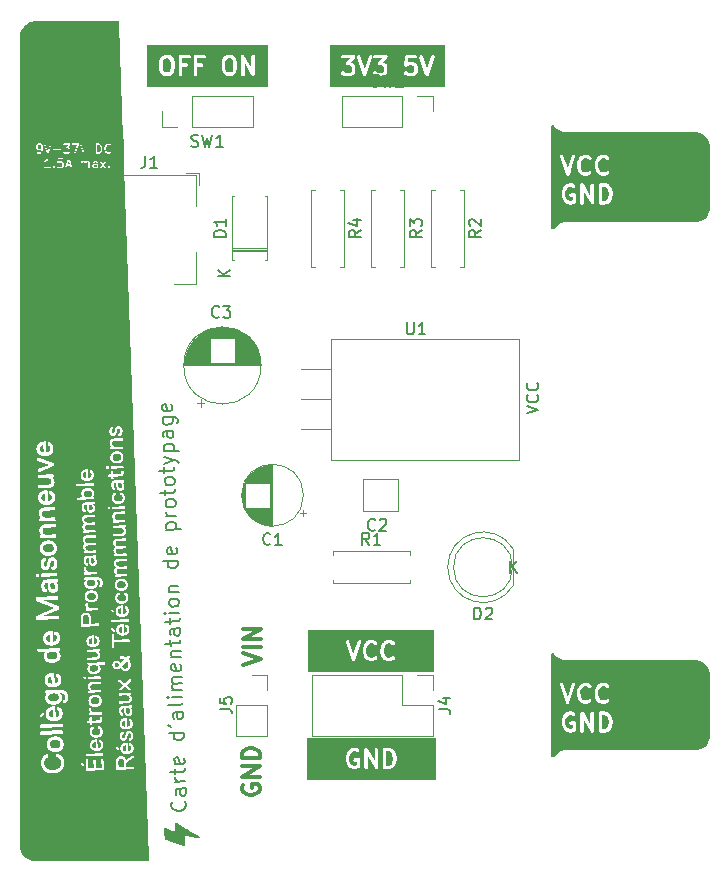
<source format=gbr>
%TF.GenerationSoftware,KiCad,Pcbnew,7.0.2*%
%TF.CreationDate,2023-05-19T13:56:57-04:00*%
%TF.ProjectId,breadboard_psu,62726561-6462-46f6-9172-645f7073752e,A*%
%TF.SameCoordinates,Original*%
%TF.FileFunction,Legend,Top*%
%TF.FilePolarity,Positive*%
%FSLAX46Y46*%
G04 Gerber Fmt 4.6, Leading zero omitted, Abs format (unit mm)*
G04 Created by KiCad (PCBNEW 7.0.2) date 2023-05-19 13:56:57*
%MOMM*%
%LPD*%
G01*
G04 APERTURE LIST*
%ADD10C,0.177800*%
%ADD11C,0.150000*%
%ADD12C,0.300000*%
%ADD13C,0.381000*%
%ADD14C,0.190500*%
%ADD15C,0.127000*%
%ADD16C,0.120000*%
G04 APERTURE END LIST*
D10*
X106012312Y-125728176D02*
X106074862Y-125786505D01*
X106074862Y-125786505D02*
X106141633Y-125965712D01*
X106141633Y-125965712D02*
X106145854Y-126086591D01*
X106145854Y-126086591D02*
X106091746Y-126270020D01*
X106091746Y-126270020D02*
X105975089Y-126395119D01*
X105975089Y-126395119D02*
X105856321Y-126459780D01*
X105856321Y-126459780D02*
X105616674Y-126528662D01*
X105616674Y-126528662D02*
X105435356Y-126534993D01*
X105435356Y-126534993D02*
X105191488Y-126482996D01*
X105191488Y-126482996D02*
X105068499Y-126426778D01*
X105068499Y-126426778D02*
X104943399Y-126310121D01*
X104943399Y-126310121D02*
X104876628Y-126130913D01*
X104876628Y-126130913D02*
X104872406Y-126010035D01*
X104872406Y-126010035D02*
X104926514Y-125826606D01*
X104926514Y-125826606D02*
X104984843Y-125764056D01*
X106095200Y-124636046D02*
X105430367Y-124659263D01*
X105430367Y-124659263D02*
X105311599Y-124723923D01*
X105311599Y-124723923D02*
X105255381Y-124846913D01*
X105255381Y-124846913D02*
X105263823Y-125088670D01*
X105263823Y-125088670D02*
X105328484Y-125207438D01*
X106034760Y-124638157D02*
X106099421Y-124756925D01*
X106099421Y-124756925D02*
X106109974Y-125059122D01*
X106109974Y-125059122D02*
X106053756Y-125182111D01*
X106053756Y-125182111D02*
X105934988Y-125246772D01*
X105934988Y-125246772D02*
X105814109Y-125250993D01*
X105814109Y-125250993D02*
X105691120Y-125194775D01*
X105691120Y-125194775D02*
X105626459Y-125076007D01*
X105626459Y-125076007D02*
X105615906Y-124773810D01*
X105615906Y-124773810D02*
X105551246Y-124655042D01*
X106074094Y-124031653D02*
X105227943Y-124061201D01*
X105469700Y-124052758D02*
X105346711Y-123996540D01*
X105346711Y-123996540D02*
X105284161Y-123938212D01*
X105284161Y-123938212D02*
X105219501Y-123819443D01*
X105219501Y-123819443D02*
X105215279Y-123698565D01*
X105206837Y-123456808D02*
X105189952Y-122973293D01*
X104777430Y-123290264D02*
X105865338Y-123252273D01*
X105865338Y-123252273D02*
X105984106Y-123187613D01*
X105984106Y-123187613D02*
X106040324Y-123064623D01*
X106040324Y-123064623D02*
X106036103Y-122943745D01*
X105944005Y-122039265D02*
X106008666Y-122158033D01*
X106008666Y-122158033D02*
X106017108Y-122399791D01*
X106017108Y-122399791D02*
X105960890Y-122522780D01*
X105960890Y-122522780D02*
X105842122Y-122587441D01*
X105842122Y-122587441D02*
X105358607Y-122604325D01*
X105358607Y-122604325D02*
X105235618Y-122548107D01*
X105235618Y-122548107D02*
X105170957Y-122429339D01*
X105170957Y-122429339D02*
X105162515Y-122187582D01*
X105162515Y-122187582D02*
X105218733Y-122064592D01*
X105218733Y-122064592D02*
X105337501Y-121999932D01*
X105337501Y-121999932D02*
X105458380Y-121995711D01*
X105458380Y-121995711D02*
X105600364Y-122595883D01*
X105930574Y-119921778D02*
X104661348Y-119966100D01*
X105870135Y-119923889D02*
X105934795Y-120042657D01*
X105934795Y-120042657D02*
X105943237Y-120284414D01*
X105943237Y-120284414D02*
X105887019Y-120407403D01*
X105887019Y-120407403D02*
X105828690Y-120469953D01*
X105828690Y-120469953D02*
X105709922Y-120534614D01*
X105709922Y-120534614D02*
X105347286Y-120547277D01*
X105347286Y-120547277D02*
X105224297Y-120491059D01*
X105224297Y-120491059D02*
X105161747Y-120432730D01*
X105161747Y-120432730D02*
X105097087Y-120313962D01*
X105097087Y-120313962D02*
X105088644Y-120072205D01*
X105088644Y-120072205D02*
X105144862Y-119949216D01*
X104638131Y-119301267D02*
X104884110Y-119413703D01*
X105869367Y-118169036D02*
X105204534Y-118192253D01*
X105204534Y-118192253D02*
X105085766Y-118256913D01*
X105085766Y-118256913D02*
X105029548Y-118379903D01*
X105029548Y-118379903D02*
X105037990Y-118621660D01*
X105037990Y-118621660D02*
X105102651Y-118740428D01*
X105808927Y-118171147D02*
X105873588Y-118289915D01*
X105873588Y-118289915D02*
X105884141Y-118592112D01*
X105884141Y-118592112D02*
X105827923Y-118715101D01*
X105827923Y-118715101D02*
X105709155Y-118779762D01*
X105709155Y-118779762D02*
X105588276Y-118783983D01*
X105588276Y-118783983D02*
X105465287Y-118727765D01*
X105465287Y-118727765D02*
X105400626Y-118608997D01*
X105400626Y-118608997D02*
X105390073Y-118306800D01*
X105390073Y-118306800D02*
X105325413Y-118188032D01*
X105841929Y-117383324D02*
X105785711Y-117506314D01*
X105785711Y-117506314D02*
X105666943Y-117570974D01*
X105666943Y-117570974D02*
X104579035Y-117608965D01*
X105825044Y-116899810D02*
X104978894Y-116929358D01*
X104555818Y-116944132D02*
X104618368Y-117002461D01*
X104618368Y-117002461D02*
X104676697Y-116939911D01*
X104676697Y-116939911D02*
X104614147Y-116881582D01*
X104614147Y-116881582D02*
X104555818Y-116944132D01*
X104555818Y-116944132D02*
X104676697Y-116939911D01*
X105803939Y-116295416D02*
X104957788Y-116324964D01*
X105078666Y-116320743D02*
X105016116Y-116262414D01*
X105016116Y-116262414D02*
X104951456Y-116143646D01*
X104951456Y-116143646D02*
X104945124Y-115962328D01*
X104945124Y-115962328D02*
X105001342Y-115839339D01*
X105001342Y-115839339D02*
X105120110Y-115774678D01*
X105120110Y-115774678D02*
X105784943Y-115751462D01*
X105120110Y-115774678D02*
X104997121Y-115718460D01*
X104997121Y-115718460D02*
X104932461Y-115599692D01*
X104932461Y-115599692D02*
X104926129Y-115418374D01*
X104926129Y-115418374D02*
X104982347Y-115295385D01*
X104982347Y-115295385D02*
X105101115Y-115230724D01*
X105101115Y-115230724D02*
X105765948Y-115207508D01*
X105667518Y-114121710D02*
X105732179Y-114240479D01*
X105732179Y-114240479D02*
X105740621Y-114482236D01*
X105740621Y-114482236D02*
X105684403Y-114605225D01*
X105684403Y-114605225D02*
X105565635Y-114669886D01*
X105565635Y-114669886D02*
X105082120Y-114686771D01*
X105082120Y-114686771D02*
X104959131Y-114630552D01*
X104959131Y-114630552D02*
X104894470Y-114511784D01*
X104894470Y-114511784D02*
X104886028Y-114270027D01*
X104886028Y-114270027D02*
X104942246Y-114147038D01*
X104942246Y-114147038D02*
X105061014Y-114082377D01*
X105061014Y-114082377D02*
X105181893Y-114078156D01*
X105181893Y-114078156D02*
X105323877Y-114678328D01*
X104860701Y-113544755D02*
X105706851Y-113515207D01*
X104981579Y-113540534D02*
X104919029Y-113482205D01*
X104919029Y-113482205D02*
X104854369Y-113363437D01*
X104854369Y-113363437D02*
X104848037Y-113182119D01*
X104848037Y-113182119D02*
X104904255Y-113059130D01*
X104904255Y-113059130D02*
X105023023Y-112994469D01*
X105023023Y-112994469D02*
X105687856Y-112971253D01*
X104826931Y-112577725D02*
X104810046Y-112094210D01*
X104397524Y-112411181D02*
X105485432Y-112373191D01*
X105485432Y-112373191D02*
X105604200Y-112308530D01*
X105604200Y-112308530D02*
X105660419Y-112185541D01*
X105660419Y-112185541D02*
X105656197Y-112064662D01*
X105622428Y-111097633D02*
X104957595Y-111120849D01*
X104957595Y-111120849D02*
X104838827Y-111185510D01*
X104838827Y-111185510D02*
X104782609Y-111308499D01*
X104782609Y-111308499D02*
X104791051Y-111550256D01*
X104791051Y-111550256D02*
X104855712Y-111669025D01*
X105561989Y-111099743D02*
X105626649Y-111218511D01*
X105626649Y-111218511D02*
X105637202Y-111520708D01*
X105637202Y-111520708D02*
X105580984Y-111643697D01*
X105580984Y-111643697D02*
X105462216Y-111708358D01*
X105462216Y-111708358D02*
X105341337Y-111712579D01*
X105341337Y-111712579D02*
X105218348Y-111656361D01*
X105218348Y-111656361D02*
X105153687Y-111537593D01*
X105153687Y-111537593D02*
X105143134Y-111235396D01*
X105143134Y-111235396D02*
X105078474Y-111116628D01*
X104761503Y-110704105D02*
X104744618Y-110220590D01*
X104332096Y-110537561D02*
X105420004Y-110499571D01*
X105420004Y-110499571D02*
X105538772Y-110434910D01*
X105538772Y-110434910D02*
X105594990Y-110311921D01*
X105594990Y-110311921D02*
X105590769Y-110191042D01*
X105575995Y-109767967D02*
X104729844Y-109797515D01*
X104306769Y-109812289D02*
X104369319Y-109870618D01*
X104369319Y-109870618D02*
X104427647Y-109808068D01*
X104427647Y-109808068D02*
X104365097Y-109749739D01*
X104365097Y-109749739D02*
X104306769Y-109812289D01*
X104306769Y-109812289D02*
X104427647Y-109808068D01*
X105548557Y-108982255D02*
X105492339Y-109105245D01*
X105492339Y-109105245D02*
X105434010Y-109167795D01*
X105434010Y-109167795D02*
X105315242Y-109232455D01*
X105315242Y-109232455D02*
X104952606Y-109245119D01*
X104952606Y-109245119D02*
X104829617Y-109188900D01*
X104829617Y-109188900D02*
X104767067Y-109130572D01*
X104767067Y-109130572D02*
X104702406Y-109011804D01*
X104702406Y-109011804D02*
X104696075Y-108830485D01*
X104696075Y-108830485D02*
X104752293Y-108707496D01*
X104752293Y-108707496D02*
X104810622Y-108644946D01*
X104810622Y-108644946D02*
X104929390Y-108580286D01*
X104929390Y-108580286D02*
X105292026Y-108567622D01*
X105292026Y-108567622D02*
X105415015Y-108623840D01*
X105415015Y-108623840D02*
X105477565Y-108682169D01*
X105477565Y-108682169D02*
X105542226Y-108800937D01*
X105542226Y-108800937D02*
X105548557Y-108982255D01*
X104668637Y-108044774D02*
X105514788Y-108015225D01*
X104789516Y-108040552D02*
X104726966Y-107982224D01*
X104726966Y-107982224D02*
X104662305Y-107863455D01*
X104662305Y-107863455D02*
X104655973Y-107682137D01*
X104655973Y-107682137D02*
X104712192Y-107559148D01*
X104712192Y-107559148D02*
X104830960Y-107494488D01*
X104830960Y-107494488D02*
X105495793Y-107471271D01*
X105421922Y-105355894D02*
X104152696Y-105400216D01*
X105361483Y-105358004D02*
X105426143Y-105476772D01*
X105426143Y-105476772D02*
X105434586Y-105718530D01*
X105434586Y-105718530D02*
X105378367Y-105841519D01*
X105378367Y-105841519D02*
X105320039Y-105904069D01*
X105320039Y-105904069D02*
X105201270Y-105968729D01*
X105201270Y-105968729D02*
X104838634Y-105981393D01*
X104838634Y-105981393D02*
X104715645Y-105925175D01*
X104715645Y-105925175D02*
X104653095Y-105866846D01*
X104653095Y-105866846D02*
X104588435Y-105748078D01*
X104588435Y-105748078D02*
X104579992Y-105506321D01*
X104579992Y-105506321D02*
X104636210Y-105383331D01*
X105323492Y-104270095D02*
X105388153Y-104388864D01*
X105388153Y-104388864D02*
X105396595Y-104630621D01*
X105396595Y-104630621D02*
X105340377Y-104753610D01*
X105340377Y-104753610D02*
X105221609Y-104818271D01*
X105221609Y-104818271D02*
X104738094Y-104835156D01*
X104738094Y-104835156D02*
X104615105Y-104778937D01*
X104615105Y-104778937D02*
X104550444Y-104660169D01*
X104550444Y-104660169D02*
X104542002Y-104418412D01*
X104542002Y-104418412D02*
X104598220Y-104295423D01*
X104598220Y-104295423D02*
X104716988Y-104230762D01*
X104716988Y-104230762D02*
X104837867Y-104226541D01*
X104837867Y-104226541D02*
X104979851Y-104826713D01*
X104482905Y-102726111D02*
X105752132Y-102681788D01*
X104543345Y-102724000D02*
X104478684Y-102605232D01*
X104478684Y-102605232D02*
X104470242Y-102363474D01*
X104470242Y-102363474D02*
X104526460Y-102240485D01*
X104526460Y-102240485D02*
X104584789Y-102177935D01*
X104584789Y-102177935D02*
X104703557Y-102113275D01*
X104703557Y-102113275D02*
X105066193Y-102100611D01*
X105066193Y-102100611D02*
X105189182Y-102156829D01*
X105189182Y-102156829D02*
X105251732Y-102215158D01*
X105251732Y-102215158D02*
X105316393Y-102333926D01*
X105316393Y-102333926D02*
X105324835Y-102575684D01*
X105324835Y-102575684D02*
X105268617Y-102698673D01*
X105288955Y-101548214D02*
X104442804Y-101577762D01*
X104684561Y-101569320D02*
X104561572Y-101513102D01*
X104561572Y-101513102D02*
X104499022Y-101454773D01*
X104499022Y-101454773D02*
X104434362Y-101336005D01*
X104434362Y-101336005D02*
X104430140Y-101215126D01*
X105255186Y-100581185D02*
X105198967Y-100704174D01*
X105198967Y-100704174D02*
X105140639Y-100766724D01*
X105140639Y-100766724D02*
X105021870Y-100831385D01*
X105021870Y-100831385D02*
X104659234Y-100844048D01*
X104659234Y-100844048D02*
X104536245Y-100787830D01*
X104536245Y-100787830D02*
X104473695Y-100729501D01*
X104473695Y-100729501D02*
X104409035Y-100610733D01*
X104409035Y-100610733D02*
X104402703Y-100429415D01*
X104402703Y-100429415D02*
X104458921Y-100306426D01*
X104458921Y-100306426D02*
X104517250Y-100243876D01*
X104517250Y-100243876D02*
X104636018Y-100179216D01*
X104636018Y-100179216D02*
X104998654Y-100166552D01*
X104998654Y-100166552D02*
X105121643Y-100222770D01*
X105121643Y-100222770D02*
X105184193Y-100281099D01*
X105184193Y-100281099D02*
X105248854Y-100399867D01*
X105248854Y-100399867D02*
X105255186Y-100581185D01*
X104381597Y-99825021D02*
X104364712Y-99341507D01*
X103952190Y-99658477D02*
X105040098Y-99620487D01*
X105040098Y-99620487D02*
X105158866Y-99555826D01*
X105158866Y-99555826D02*
X105215084Y-99432837D01*
X105215084Y-99432837D02*
X105210863Y-99311958D01*
X105189757Y-98707565D02*
X105133539Y-98830554D01*
X105133539Y-98830554D02*
X105075210Y-98893104D01*
X105075210Y-98893104D02*
X104956442Y-98957765D01*
X104956442Y-98957765D02*
X104593806Y-98970428D01*
X104593806Y-98970428D02*
X104470817Y-98914210D01*
X104470817Y-98914210D02*
X104408267Y-98855882D01*
X104408267Y-98855882D02*
X104343606Y-98737113D01*
X104343606Y-98737113D02*
X104337275Y-98555795D01*
X104337275Y-98555795D02*
X104393493Y-98432806D01*
X104393493Y-98432806D02*
X104451822Y-98370256D01*
X104451822Y-98370256D02*
X104570590Y-98305596D01*
X104570590Y-98305596D02*
X104933226Y-98292932D01*
X104933226Y-98292932D02*
X105056215Y-98349150D01*
X105056215Y-98349150D02*
X105118765Y-98407479D01*
X105118765Y-98407479D02*
X105183425Y-98526247D01*
X105183425Y-98526247D02*
X105189757Y-98707565D01*
X104316169Y-97951401D02*
X104299284Y-97467887D01*
X103886761Y-97784858D02*
X104974670Y-97746867D01*
X104974670Y-97746867D02*
X105093438Y-97682206D01*
X105093438Y-97682206D02*
X105149656Y-97559217D01*
X105149656Y-97559217D02*
X105145435Y-97438338D01*
X104288731Y-97165690D02*
X105124329Y-96833945D01*
X104267625Y-96561297D02*
X105124329Y-96833945D01*
X105124329Y-96833945D02*
X105430747Y-96944271D01*
X105430747Y-96944271D02*
X105493297Y-97002600D01*
X105493297Y-97002600D02*
X105557957Y-97121368D01*
X104250740Y-96077782D02*
X105519967Y-96033460D01*
X104311180Y-96075671D02*
X104246519Y-95956903D01*
X104246519Y-95956903D02*
X104238077Y-95715146D01*
X104238077Y-95715146D02*
X104294295Y-95592157D01*
X104294295Y-95592157D02*
X104352624Y-95529607D01*
X104352624Y-95529607D02*
X104471392Y-95464946D01*
X104471392Y-95464946D02*
X104834028Y-95452283D01*
X104834028Y-95452283D02*
X104957017Y-95508501D01*
X104957017Y-95508501D02*
X105019567Y-95566830D01*
X105019567Y-95566830D02*
X105084228Y-95685598D01*
X105084228Y-95685598D02*
X105092670Y-95927355D01*
X105092670Y-95927355D02*
X105036452Y-96050344D01*
X105037795Y-94355932D02*
X104372962Y-94379148D01*
X104372962Y-94379148D02*
X104254194Y-94443809D01*
X104254194Y-94443809D02*
X104197976Y-94566798D01*
X104197976Y-94566798D02*
X104206418Y-94808555D01*
X104206418Y-94808555D02*
X104271079Y-94927323D01*
X104977356Y-94358042D02*
X105042016Y-94476810D01*
X105042016Y-94476810D02*
X105052569Y-94779007D01*
X105052569Y-94779007D02*
X104996351Y-94901996D01*
X104996351Y-94901996D02*
X104877583Y-94966657D01*
X104877583Y-94966657D02*
X104756704Y-94970878D01*
X104756704Y-94970878D02*
X104633715Y-94914660D01*
X104633715Y-94914660D02*
X104569054Y-94795892D01*
X104569054Y-94795892D02*
X104558501Y-94493695D01*
X104558501Y-94493695D02*
X104493841Y-94374927D01*
X104151543Y-93237132D02*
X105179012Y-93201252D01*
X105179012Y-93201252D02*
X105302001Y-93257470D01*
X105302001Y-93257470D02*
X105364551Y-93315799D01*
X105364551Y-93315799D02*
X105429211Y-93434567D01*
X105429211Y-93434567D02*
X105435543Y-93615885D01*
X105435543Y-93615885D02*
X105379325Y-93738874D01*
X104937254Y-93209694D02*
X105001915Y-93328462D01*
X105001915Y-93328462D02*
X105010357Y-93570220D01*
X105010357Y-93570220D02*
X104954139Y-93693209D01*
X104954139Y-93693209D02*
X104895810Y-93755759D01*
X104895810Y-93755759D02*
X104777042Y-93820419D01*
X104777042Y-93820419D02*
X104414406Y-93833083D01*
X104414406Y-93833083D02*
X104291417Y-93776865D01*
X104291417Y-93776865D02*
X104228867Y-93718536D01*
X104228867Y-93718536D02*
X104164206Y-93599768D01*
X104164206Y-93599768D02*
X104155764Y-93358010D01*
X104155764Y-93358010D02*
X104211982Y-93235021D01*
X104899264Y-92121785D02*
X104963924Y-92240554D01*
X104963924Y-92240554D02*
X104972367Y-92482311D01*
X104972367Y-92482311D02*
X104916148Y-92605300D01*
X104916148Y-92605300D02*
X104797380Y-92669961D01*
X104797380Y-92669961D02*
X104313865Y-92686845D01*
X104313865Y-92686845D02*
X104190876Y-92630627D01*
X104190876Y-92630627D02*
X104126216Y-92511859D01*
X104126216Y-92511859D02*
X104117773Y-92270102D01*
X104117773Y-92270102D02*
X104173992Y-92147112D01*
X104173992Y-92147112D02*
X104292760Y-92082452D01*
X104292760Y-92082452D02*
X104413638Y-92078231D01*
X104413638Y-92078231D02*
X104555623Y-92678403D01*
D11*
X134971619Y-92900332D02*
X135971619Y-92566999D01*
X135971619Y-92566999D02*
X134971619Y-92233666D01*
X135876380Y-91328904D02*
X135924000Y-91376523D01*
X135924000Y-91376523D02*
X135971619Y-91519380D01*
X135971619Y-91519380D02*
X135971619Y-91614618D01*
X135971619Y-91614618D02*
X135924000Y-91757475D01*
X135924000Y-91757475D02*
X135828761Y-91852713D01*
X135828761Y-91852713D02*
X135733523Y-91900332D01*
X135733523Y-91900332D02*
X135543047Y-91947951D01*
X135543047Y-91947951D02*
X135400190Y-91947951D01*
X135400190Y-91947951D02*
X135209714Y-91900332D01*
X135209714Y-91900332D02*
X135114476Y-91852713D01*
X135114476Y-91852713D02*
X135019238Y-91757475D01*
X135019238Y-91757475D02*
X134971619Y-91614618D01*
X134971619Y-91614618D02*
X134971619Y-91519380D01*
X134971619Y-91519380D02*
X135019238Y-91376523D01*
X135019238Y-91376523D02*
X135066857Y-91328904D01*
X135876380Y-90328904D02*
X135924000Y-90376523D01*
X135924000Y-90376523D02*
X135971619Y-90519380D01*
X135971619Y-90519380D02*
X135971619Y-90614618D01*
X135971619Y-90614618D02*
X135924000Y-90757475D01*
X135924000Y-90757475D02*
X135828761Y-90852713D01*
X135828761Y-90852713D02*
X135733523Y-90900332D01*
X135733523Y-90900332D02*
X135543047Y-90947951D01*
X135543047Y-90947951D02*
X135400190Y-90947951D01*
X135400190Y-90947951D02*
X135209714Y-90900332D01*
X135209714Y-90900332D02*
X135114476Y-90852713D01*
X135114476Y-90852713D02*
X135019238Y-90757475D01*
X135019238Y-90757475D02*
X134971619Y-90614618D01*
X134971619Y-90614618D02*
X134971619Y-90519380D01*
X134971619Y-90519380D02*
X135019238Y-90376523D01*
X135019238Y-90376523D02*
X135066857Y-90328904D01*
D12*
G36*
X141734373Y-118472462D02*
G01*
X141834979Y-118573068D01*
X141888157Y-118679422D01*
X141951114Y-118931249D01*
X141951114Y-119108606D01*
X141888158Y-119360429D01*
X141834980Y-119466786D01*
X141734371Y-119567395D01*
X141576773Y-119619928D01*
X141393971Y-119619928D01*
X141393971Y-118419928D01*
X141576773Y-118419928D01*
X141734373Y-118472462D01*
G37*
G36*
X143501115Y-120865286D02*
G01*
X137151114Y-120865286D01*
X137151114Y-119120722D01*
X137944910Y-119120722D01*
X137951114Y-119145537D01*
X137951114Y-119148639D01*
X137956332Y-119166412D01*
X138020540Y-119423244D01*
X138018681Y-119440473D01*
X138031014Y-119465140D01*
X138032252Y-119470089D01*
X138040625Y-119484361D01*
X138101395Y-119605900D01*
X138106761Y-119630564D01*
X138135985Y-119659789D01*
X138164138Y-119690055D01*
X138166977Y-119690781D01*
X138275052Y-119798857D01*
X138297610Y-119826875D01*
X138326689Y-119836568D01*
X138353596Y-119851260D01*
X138367732Y-119850248D01*
X138535839Y-119906283D01*
X138557070Y-119919928D01*
X138598393Y-119919928D01*
X138639708Y-119921422D01*
X138642229Y-119919928D01*
X138725166Y-119919928D01*
X138749621Y-119926158D01*
X138788809Y-119913095D01*
X138828491Y-119901444D01*
X138830410Y-119899228D01*
X138998028Y-119843356D01*
X139033180Y-119835709D01*
X139054852Y-119814036D01*
X139080028Y-119796540D01*
X139085446Y-119783441D01*
X139116612Y-119752275D01*
X139132061Y-119745220D01*
X139147156Y-119721730D01*
X139151002Y-119717885D01*
X139158768Y-119703661D01*
X139179685Y-119671115D01*
X139179685Y-119665357D01*
X139182446Y-119660301D01*
X139179685Y-119621708D01*
X139179685Y-119137801D01*
X139184427Y-119104822D01*
X139170586Y-119074515D01*
X139161201Y-119042551D01*
X139152575Y-119035076D01*
X139147834Y-119024695D01*
X139119806Y-119006682D01*
X139094628Y-118984866D01*
X139083330Y-118983241D01*
X139073729Y-118977071D01*
X139040416Y-118977071D01*
X139007436Y-118972329D01*
X138997053Y-118977071D01*
X138722403Y-118977071D01*
X138659451Y-118995555D01*
X138601766Y-119062128D01*
X138589229Y-119149320D01*
X138625822Y-119229447D01*
X138699927Y-119277071D01*
X138879685Y-119277071D01*
X138879685Y-119564939D01*
X138877228Y-119567395D01*
X138719630Y-119619928D01*
X138625456Y-119619928D01*
X138467855Y-119567395D01*
X138367248Y-119466786D01*
X138314070Y-119360432D01*
X138251114Y-119108606D01*
X138251114Y-118931249D01*
X138314068Y-118679428D01*
X138367249Y-118573068D01*
X138467855Y-118472461D01*
X138625455Y-118419928D01*
X138779989Y-118419928D01*
X138910465Y-118485166D01*
X138975038Y-118496787D01*
X139056405Y-118463040D01*
X139106612Y-118390660D01*
X139109594Y-118306108D01*
X139520454Y-118306108D01*
X139522542Y-118309762D01*
X139522542Y-119791496D01*
X139541026Y-119854448D01*
X139607599Y-119912133D01*
X139694791Y-119924670D01*
X139774918Y-119888077D01*
X139822542Y-119813972D01*
X139822542Y-118834762D01*
X140390717Y-119829069D01*
X140398169Y-119854448D01*
X140428502Y-119880731D01*
X140457431Y-119908562D01*
X140461561Y-119909377D01*
X140464742Y-119912133D01*
X140504475Y-119917846D01*
X140543852Y-119925617D01*
X140547765Y-119924070D01*
X140551934Y-119924670D01*
X140588457Y-119907990D01*
X140625776Y-119893243D01*
X140628232Y-119889825D01*
X140632061Y-119888077D01*
X140653752Y-119854323D01*
X140677191Y-119821718D01*
X140677410Y-119817511D01*
X140679685Y-119813972D01*
X140679685Y-119792177D01*
X141089229Y-119792177D01*
X141103069Y-119822483D01*
X141112455Y-119854448D01*
X141121080Y-119861922D01*
X141125822Y-119872304D01*
X141153849Y-119890316D01*
X141179028Y-119912133D01*
X141190325Y-119913757D01*
X141199927Y-119919928D01*
X141233240Y-119919928D01*
X141266220Y-119924670D01*
X141276603Y-119919928D01*
X141582309Y-119919928D01*
X141606764Y-119926158D01*
X141645952Y-119913095D01*
X141685634Y-119901444D01*
X141687553Y-119899228D01*
X141855167Y-119843357D01*
X141890323Y-119835710D01*
X141911999Y-119814033D01*
X141937171Y-119796540D01*
X141942588Y-119783443D01*
X142051023Y-119675007D01*
X142072724Y-119662119D01*
X142091205Y-119625156D01*
X142111018Y-119588873D01*
X142110808Y-119585949D01*
X142151901Y-119503763D01*
X142164525Y-119491894D01*
X142171213Y-119465140D01*
X142173495Y-119460577D01*
X142176426Y-119444286D01*
X142240647Y-119187401D01*
X142251114Y-119171115D01*
X142251114Y-119145535D01*
X142251866Y-119142527D01*
X142251114Y-119124021D01*
X142251114Y-118937471D01*
X142257318Y-118919134D01*
X142251114Y-118894318D01*
X142251114Y-118891217D01*
X142245895Y-118873443D01*
X142181686Y-118616610D01*
X142183547Y-118599382D01*
X142171212Y-118574713D01*
X142169976Y-118569767D01*
X142161604Y-118555497D01*
X142100832Y-118433954D01*
X142095467Y-118409292D01*
X142066246Y-118380071D01*
X142038090Y-118349801D01*
X142035249Y-118349074D01*
X141927176Y-118241001D01*
X141904618Y-118212982D01*
X141875537Y-118203288D01*
X141848631Y-118188596D01*
X141834493Y-118189607D01*
X141666389Y-118133572D01*
X141645158Y-118119928D01*
X141603845Y-118119928D01*
X141562521Y-118118433D01*
X141559999Y-118119928D01*
X141254702Y-118119928D01*
X141221722Y-118115186D01*
X141191415Y-118129026D01*
X141159451Y-118138412D01*
X141151976Y-118147037D01*
X141141595Y-118151779D01*
X141123582Y-118179806D01*
X141101766Y-118204985D01*
X141100141Y-118216282D01*
X141093971Y-118225884D01*
X141093971Y-118259197D01*
X141089229Y-118292177D01*
X141093971Y-118302560D01*
X141093971Y-119759197D01*
X141089229Y-119792177D01*
X140679685Y-119792177D01*
X140679685Y-119773846D01*
X140681774Y-119733748D01*
X140679685Y-119730092D01*
X140679685Y-118248360D01*
X140661201Y-118185408D01*
X140594628Y-118127723D01*
X140507436Y-118115186D01*
X140427309Y-118151779D01*
X140379685Y-118225884D01*
X140379685Y-119205092D01*
X139811509Y-118210786D01*
X139804058Y-118185408D01*
X139773724Y-118159124D01*
X139744796Y-118131294D01*
X139740665Y-118130478D01*
X139737485Y-118127723D01*
X139697751Y-118122009D01*
X139658375Y-118114239D01*
X139654461Y-118115785D01*
X139650293Y-118115186D01*
X139613769Y-118131865D01*
X139576451Y-118146613D01*
X139573994Y-118150030D01*
X139570166Y-118151779D01*
X139548470Y-118185537D01*
X139525036Y-118218139D01*
X139524816Y-118222344D01*
X139522542Y-118225884D01*
X139522542Y-118266020D01*
X139520454Y-118306108D01*
X139109594Y-118306108D01*
X139109717Y-118302627D01*
X139064733Y-118226890D01*
X138889709Y-118139378D01*
X138859444Y-118119928D01*
X138828791Y-118119928D01*
X138798619Y-118114498D01*
X138785527Y-118119928D01*
X138619918Y-118119928D01*
X138595463Y-118113698D01*
X138556270Y-118126762D01*
X138516594Y-118138412D01*
X138514674Y-118140627D01*
X138347055Y-118196500D01*
X138311906Y-118204147D01*
X138290231Y-118225821D01*
X138265056Y-118243318D01*
X138259638Y-118256414D01*
X138151203Y-118364849D01*
X138129504Y-118377738D01*
X138111028Y-118414689D01*
X138091210Y-118450983D01*
X138091419Y-118453907D01*
X138050327Y-118536091D01*
X138037703Y-118547962D01*
X138031014Y-118574717D01*
X138028733Y-118579280D01*
X138025801Y-118595567D01*
X137961580Y-118852454D01*
X137951114Y-118868741D01*
X137951114Y-118894320D01*
X137950362Y-118897329D01*
X137951114Y-118915834D01*
X137951114Y-119102383D01*
X137944910Y-119120722D01*
X137151114Y-119120722D01*
X137151114Y-115845578D01*
X137802027Y-115845578D01*
X138307373Y-117361619D01*
X138306762Y-117378522D01*
X138321033Y-117402600D01*
X138322775Y-117407824D01*
X138331984Y-117421075D01*
X138351677Y-117454299D01*
X138356889Y-117456911D01*
X138360218Y-117461700D01*
X138395901Y-117476461D01*
X138430431Y-117493765D01*
X138436230Y-117493144D01*
X138441616Y-117495372D01*
X138479613Y-117488499D01*
X138518017Y-117484388D01*
X138522557Y-117480732D01*
X138528298Y-117479694D01*
X138556558Y-117453358D01*
X138586632Y-117429146D01*
X138588475Y-117423614D01*
X138592741Y-117419640D01*
X138602273Y-117382222D01*
X138832773Y-116690722D01*
X139230624Y-116690722D01*
X139236828Y-116715537D01*
X139236828Y-116718639D01*
X139242046Y-116736412D01*
X139306254Y-116993244D01*
X139304395Y-117010473D01*
X139316728Y-117035140D01*
X139317966Y-117040089D01*
X139326339Y-117054361D01*
X139387109Y-117175900D01*
X139392475Y-117200564D01*
X139421699Y-117229789D01*
X139449852Y-117260055D01*
X139452691Y-117260781D01*
X139560766Y-117368857D01*
X139583324Y-117396875D01*
X139612403Y-117406568D01*
X139639310Y-117421260D01*
X139653446Y-117420248D01*
X139821553Y-117476283D01*
X139842784Y-117489928D01*
X139884107Y-117489928D01*
X139925422Y-117491422D01*
X139927943Y-117489928D01*
X140010880Y-117489928D01*
X140035335Y-117496158D01*
X140074523Y-117483095D01*
X140114205Y-117471444D01*
X140116124Y-117469228D01*
X140283742Y-117413356D01*
X140318894Y-117405709D01*
X140340566Y-117384036D01*
X140365742Y-117366540D01*
X140371160Y-117353441D01*
X140436716Y-117287885D01*
X140468160Y-117230301D01*
X140461874Y-117142438D01*
X140409085Y-117071919D01*
X140326551Y-117041136D01*
X140240476Y-117059862D01*
X140162942Y-117137395D01*
X140005344Y-117189928D01*
X139911170Y-117189928D01*
X139753569Y-117137395D01*
X139652962Y-117036786D01*
X139599784Y-116930432D01*
X139539857Y-116690722D01*
X140730624Y-116690722D01*
X140736828Y-116715537D01*
X140736828Y-116718639D01*
X140742046Y-116736412D01*
X140806254Y-116993244D01*
X140804395Y-117010473D01*
X140816728Y-117035140D01*
X140817966Y-117040089D01*
X140826339Y-117054361D01*
X140887109Y-117175900D01*
X140892475Y-117200564D01*
X140921699Y-117229789D01*
X140949852Y-117260055D01*
X140952691Y-117260781D01*
X141060766Y-117368857D01*
X141083324Y-117396875D01*
X141112403Y-117406568D01*
X141139310Y-117421260D01*
X141153446Y-117420248D01*
X141321553Y-117476283D01*
X141342784Y-117489928D01*
X141384107Y-117489928D01*
X141425422Y-117491422D01*
X141427943Y-117489928D01*
X141510880Y-117489928D01*
X141535335Y-117496158D01*
X141574523Y-117483095D01*
X141614205Y-117471444D01*
X141616124Y-117469228D01*
X141783742Y-117413356D01*
X141818894Y-117405709D01*
X141840566Y-117384036D01*
X141865742Y-117366540D01*
X141871160Y-117353441D01*
X141936716Y-117287885D01*
X141968160Y-117230301D01*
X141961874Y-117142438D01*
X141909085Y-117071919D01*
X141826551Y-117041136D01*
X141740476Y-117059862D01*
X141662942Y-117137395D01*
X141505344Y-117189928D01*
X141411170Y-117189928D01*
X141253569Y-117137395D01*
X141152962Y-117036786D01*
X141099784Y-116930432D01*
X141036828Y-116678606D01*
X141036828Y-116501249D01*
X141099782Y-116249428D01*
X141152962Y-116143068D01*
X141253569Y-116042461D01*
X141411169Y-115989928D01*
X141505344Y-115989928D01*
X141662944Y-116042462D01*
X141724584Y-116104102D01*
X141782167Y-116135545D01*
X141870031Y-116129260D01*
X141940550Y-116076471D01*
X141971333Y-115993938D01*
X141952609Y-115907862D01*
X141855746Y-115811000D01*
X141833189Y-115782982D01*
X141804108Y-115773288D01*
X141777202Y-115758596D01*
X141763064Y-115759607D01*
X141594960Y-115703572D01*
X141573729Y-115689928D01*
X141532416Y-115689928D01*
X141491092Y-115688433D01*
X141488570Y-115689928D01*
X141405632Y-115689928D01*
X141381177Y-115683698D01*
X141341984Y-115696762D01*
X141302308Y-115708412D01*
X141300388Y-115710627D01*
X141132769Y-115766500D01*
X141097620Y-115774147D01*
X141075945Y-115795821D01*
X141050770Y-115813318D01*
X141045352Y-115826414D01*
X140936917Y-115934849D01*
X140915218Y-115947738D01*
X140896742Y-115984689D01*
X140876924Y-116020983D01*
X140877133Y-116023907D01*
X140836041Y-116106091D01*
X140823417Y-116117962D01*
X140816728Y-116144717D01*
X140814447Y-116149280D01*
X140811515Y-116165567D01*
X140747294Y-116422454D01*
X140736828Y-116438741D01*
X140736828Y-116464320D01*
X140736076Y-116467329D01*
X140736828Y-116485834D01*
X140736828Y-116672383D01*
X140730624Y-116690722D01*
X139539857Y-116690722D01*
X139536828Y-116678606D01*
X139536828Y-116501249D01*
X139599782Y-116249428D01*
X139652962Y-116143068D01*
X139753569Y-116042461D01*
X139911169Y-115989928D01*
X140005344Y-115989928D01*
X140162944Y-116042462D01*
X140224584Y-116104102D01*
X140282167Y-116135545D01*
X140370031Y-116129260D01*
X140440550Y-116076471D01*
X140471333Y-115993938D01*
X140452609Y-115907862D01*
X140355746Y-115811000D01*
X140333189Y-115782982D01*
X140304108Y-115773288D01*
X140277202Y-115758596D01*
X140263064Y-115759607D01*
X140094960Y-115703572D01*
X140073729Y-115689928D01*
X140032416Y-115689928D01*
X139991092Y-115688433D01*
X139988570Y-115689928D01*
X139905632Y-115689928D01*
X139881177Y-115683698D01*
X139841984Y-115696762D01*
X139802308Y-115708412D01*
X139800388Y-115710627D01*
X139632769Y-115766500D01*
X139597620Y-115774147D01*
X139575945Y-115795821D01*
X139550770Y-115813318D01*
X139545352Y-115826414D01*
X139436917Y-115934849D01*
X139415218Y-115947738D01*
X139396742Y-115984689D01*
X139376924Y-116020983D01*
X139377133Y-116023907D01*
X139336041Y-116106091D01*
X139323417Y-116117962D01*
X139316728Y-116144717D01*
X139314447Y-116149280D01*
X139311515Y-116165567D01*
X139247294Y-116422454D01*
X139236828Y-116438741D01*
X139236828Y-116464320D01*
X139236076Y-116467329D01*
X139236828Y-116485834D01*
X139236828Y-116672383D01*
X139230624Y-116690722D01*
X138832773Y-116690722D01*
X139107380Y-115866901D01*
X139109752Y-115801334D01*
X139064837Y-115725557D01*
X138986084Y-115686091D01*
X138898497Y-115695468D01*
X138829882Y-115750710D01*
X138458256Y-116865586D01*
X138093739Y-115772033D01*
X138056296Y-115718156D01*
X137974898Y-115684484D01*
X137888216Y-115700163D01*
X137823773Y-115760216D01*
X137802027Y-115845578D01*
X137151114Y-115845578D01*
X137151114Y-114856714D01*
X143501115Y-114856714D01*
X143501115Y-120865286D01*
G37*
D11*
X133596095Y-106380619D02*
X133596095Y-105380619D01*
X134167523Y-106380619D02*
X133738952Y-105809190D01*
X134167523Y-105380619D02*
X133596095Y-105952047D01*
D12*
X111004328Y-114177142D02*
X112504328Y-113677142D01*
X112504328Y-113677142D02*
X111004328Y-113177142D01*
X112504328Y-112677143D02*
X111004328Y-112677143D01*
X112504328Y-111962857D02*
X111004328Y-111962857D01*
X111004328Y-111962857D02*
X112504328Y-111105714D01*
X112504328Y-111105714D02*
X111004328Y-111105714D01*
G36*
X127136257Y-114819286D02*
G01*
X116500543Y-114819286D01*
X116500543Y-112229578D01*
X119662170Y-112229578D01*
X120167516Y-113745619D01*
X120166905Y-113762522D01*
X120181176Y-113786600D01*
X120182918Y-113791824D01*
X120192127Y-113805075D01*
X120211820Y-113838299D01*
X120217032Y-113840911D01*
X120220361Y-113845700D01*
X120256044Y-113860461D01*
X120290574Y-113877765D01*
X120296373Y-113877144D01*
X120301759Y-113879372D01*
X120339756Y-113872499D01*
X120378160Y-113868388D01*
X120382700Y-113864732D01*
X120388441Y-113863694D01*
X120416701Y-113837358D01*
X120446775Y-113813146D01*
X120448618Y-113807614D01*
X120452884Y-113803640D01*
X120462416Y-113766222D01*
X120692916Y-113074722D01*
X121090767Y-113074722D01*
X121096971Y-113099537D01*
X121096971Y-113102639D01*
X121102189Y-113120412D01*
X121166397Y-113377244D01*
X121164538Y-113394473D01*
X121176871Y-113419140D01*
X121178109Y-113424089D01*
X121186482Y-113438361D01*
X121247252Y-113559900D01*
X121252618Y-113584564D01*
X121281842Y-113613789D01*
X121309995Y-113644055D01*
X121312834Y-113644781D01*
X121420909Y-113752857D01*
X121443467Y-113780875D01*
X121472546Y-113790568D01*
X121499453Y-113805260D01*
X121513589Y-113804248D01*
X121681696Y-113860283D01*
X121702927Y-113873928D01*
X121744250Y-113873928D01*
X121785565Y-113875422D01*
X121788086Y-113873928D01*
X121871023Y-113873928D01*
X121895478Y-113880158D01*
X121934666Y-113867095D01*
X121974348Y-113855444D01*
X121976267Y-113853228D01*
X122143885Y-113797356D01*
X122179037Y-113789709D01*
X122200709Y-113768036D01*
X122225885Y-113750540D01*
X122231303Y-113737441D01*
X122296859Y-113671885D01*
X122328303Y-113614301D01*
X122322017Y-113526438D01*
X122269228Y-113455919D01*
X122186694Y-113425136D01*
X122100619Y-113443862D01*
X122023085Y-113521395D01*
X121865487Y-113573928D01*
X121771313Y-113573928D01*
X121613712Y-113521395D01*
X121513105Y-113420786D01*
X121459927Y-113314432D01*
X121400000Y-113074722D01*
X122590767Y-113074722D01*
X122596971Y-113099537D01*
X122596971Y-113102639D01*
X122602189Y-113120412D01*
X122666397Y-113377244D01*
X122664538Y-113394473D01*
X122676871Y-113419140D01*
X122678109Y-113424089D01*
X122686482Y-113438361D01*
X122747252Y-113559900D01*
X122752618Y-113584564D01*
X122781842Y-113613789D01*
X122809995Y-113644055D01*
X122812834Y-113644781D01*
X122920909Y-113752857D01*
X122943467Y-113780875D01*
X122972546Y-113790568D01*
X122999453Y-113805260D01*
X123013589Y-113804248D01*
X123181696Y-113860283D01*
X123202927Y-113873928D01*
X123244250Y-113873928D01*
X123285565Y-113875422D01*
X123288086Y-113873928D01*
X123371023Y-113873928D01*
X123395478Y-113880158D01*
X123434666Y-113867095D01*
X123474348Y-113855444D01*
X123476267Y-113853228D01*
X123643885Y-113797356D01*
X123679037Y-113789709D01*
X123700709Y-113768036D01*
X123725885Y-113750540D01*
X123731303Y-113737441D01*
X123796859Y-113671885D01*
X123828303Y-113614301D01*
X123822017Y-113526438D01*
X123769228Y-113455919D01*
X123686694Y-113425136D01*
X123600619Y-113443862D01*
X123523085Y-113521395D01*
X123365487Y-113573928D01*
X123271313Y-113573928D01*
X123113712Y-113521395D01*
X123013105Y-113420786D01*
X122959927Y-113314432D01*
X122896970Y-113062606D01*
X122896971Y-112885249D01*
X122959925Y-112633428D01*
X123013105Y-112527068D01*
X123113712Y-112426461D01*
X123271312Y-112373928D01*
X123365487Y-112373928D01*
X123523087Y-112426462D01*
X123584727Y-112488102D01*
X123642310Y-112519545D01*
X123730174Y-112513260D01*
X123800693Y-112460471D01*
X123831476Y-112377938D01*
X123812752Y-112291862D01*
X123715889Y-112195000D01*
X123693332Y-112166982D01*
X123664251Y-112157288D01*
X123637345Y-112142596D01*
X123623207Y-112143607D01*
X123455103Y-112087572D01*
X123433872Y-112073928D01*
X123392559Y-112073928D01*
X123351235Y-112072433D01*
X123348713Y-112073928D01*
X123265775Y-112073928D01*
X123241320Y-112067698D01*
X123202127Y-112080762D01*
X123162451Y-112092412D01*
X123160531Y-112094627D01*
X122992912Y-112150500D01*
X122957763Y-112158147D01*
X122936088Y-112179821D01*
X122910913Y-112197318D01*
X122905495Y-112210414D01*
X122797060Y-112318849D01*
X122775361Y-112331738D01*
X122756885Y-112368689D01*
X122737067Y-112404983D01*
X122737276Y-112407907D01*
X122696184Y-112490091D01*
X122683560Y-112501962D01*
X122676871Y-112528717D01*
X122674590Y-112533280D01*
X122671658Y-112549567D01*
X122607437Y-112806454D01*
X122596971Y-112822741D01*
X122596971Y-112848320D01*
X122596219Y-112851329D01*
X122596971Y-112869834D01*
X122596971Y-113056383D01*
X122590767Y-113074722D01*
X121400000Y-113074722D01*
X121396971Y-113062606D01*
X121396970Y-112885249D01*
X121459925Y-112633428D01*
X121513106Y-112527067D01*
X121613712Y-112426461D01*
X121771312Y-112373928D01*
X121865487Y-112373928D01*
X122023087Y-112426462D01*
X122084727Y-112488102D01*
X122142310Y-112519545D01*
X122230174Y-112513260D01*
X122300693Y-112460471D01*
X122331476Y-112377938D01*
X122312752Y-112291862D01*
X122215889Y-112195000D01*
X122193332Y-112166982D01*
X122164251Y-112157288D01*
X122137345Y-112142596D01*
X122123207Y-112143607D01*
X121955103Y-112087572D01*
X121933872Y-112073928D01*
X121892559Y-112073928D01*
X121851235Y-112072433D01*
X121848713Y-112073928D01*
X121765775Y-112073928D01*
X121741320Y-112067698D01*
X121702127Y-112080762D01*
X121662451Y-112092412D01*
X121660531Y-112094627D01*
X121492912Y-112150500D01*
X121457763Y-112158147D01*
X121436088Y-112179821D01*
X121410913Y-112197318D01*
X121405495Y-112210414D01*
X121297060Y-112318849D01*
X121275361Y-112331738D01*
X121256885Y-112368689D01*
X121237067Y-112404983D01*
X121237276Y-112407907D01*
X121196184Y-112490091D01*
X121183560Y-112501962D01*
X121176871Y-112528717D01*
X121174590Y-112533280D01*
X121171658Y-112549567D01*
X121107437Y-112806454D01*
X121096971Y-112822741D01*
X121096971Y-112848320D01*
X121096219Y-112851329D01*
X121096971Y-112869834D01*
X121096971Y-113056383D01*
X121090767Y-113074722D01*
X120692916Y-113074722D01*
X120967523Y-112250901D01*
X120969895Y-112185334D01*
X120924980Y-112109557D01*
X120846227Y-112070091D01*
X120758640Y-112079468D01*
X120690025Y-112134710D01*
X120318399Y-113249586D01*
X119953882Y-112156033D01*
X119916439Y-112102156D01*
X119835041Y-112068484D01*
X119748359Y-112084163D01*
X119683916Y-112144216D01*
X119662170Y-112229578D01*
X116500543Y-112229578D01*
X116500543Y-111240714D01*
X127136257Y-111240714D01*
X127136257Y-114819286D01*
G37*
X110948757Y-124352571D02*
X110877328Y-124495429D01*
X110877328Y-124495429D02*
X110877328Y-124709714D01*
X110877328Y-124709714D02*
X110948757Y-124924000D01*
X110948757Y-124924000D02*
X111091614Y-125066857D01*
X111091614Y-125066857D02*
X111234471Y-125138286D01*
X111234471Y-125138286D02*
X111520185Y-125209714D01*
X111520185Y-125209714D02*
X111734471Y-125209714D01*
X111734471Y-125209714D02*
X112020185Y-125138286D01*
X112020185Y-125138286D02*
X112163042Y-125066857D01*
X112163042Y-125066857D02*
X112305900Y-124924000D01*
X112305900Y-124924000D02*
X112377328Y-124709714D01*
X112377328Y-124709714D02*
X112377328Y-124566857D01*
X112377328Y-124566857D02*
X112305900Y-124352571D01*
X112305900Y-124352571D02*
X112234471Y-124281143D01*
X112234471Y-124281143D02*
X111734471Y-124281143D01*
X111734471Y-124281143D02*
X111734471Y-124566857D01*
X112377328Y-123638286D02*
X110877328Y-123638286D01*
X110877328Y-123638286D02*
X112377328Y-122781143D01*
X112377328Y-122781143D02*
X110877328Y-122781143D01*
X112377328Y-122066857D02*
X110877328Y-122066857D01*
X110877328Y-122066857D02*
X110877328Y-121709714D01*
X110877328Y-121709714D02*
X110948757Y-121495428D01*
X110948757Y-121495428D02*
X111091614Y-121352571D01*
X111091614Y-121352571D02*
X111234471Y-121281142D01*
X111234471Y-121281142D02*
X111520185Y-121209714D01*
X111520185Y-121209714D02*
X111734471Y-121209714D01*
X111734471Y-121209714D02*
X112020185Y-121281142D01*
X112020185Y-121281142D02*
X112163042Y-121352571D01*
X112163042Y-121352571D02*
X112305900Y-121495428D01*
X112305900Y-121495428D02*
X112377328Y-121709714D01*
X112377328Y-121709714D02*
X112377328Y-122066857D01*
G36*
X141739373Y-73763462D02*
G01*
X141839979Y-73864068D01*
X141893157Y-73970422D01*
X141956114Y-74222249D01*
X141956114Y-74399606D01*
X141893158Y-74651429D01*
X141839980Y-74757786D01*
X141739371Y-74858395D01*
X141581773Y-74910928D01*
X141398971Y-74910928D01*
X141398971Y-73710928D01*
X141581773Y-73710928D01*
X141739373Y-73763462D01*
G37*
G36*
X143506115Y-76156286D02*
G01*
X137156114Y-76156286D01*
X137156114Y-74411722D01*
X137949910Y-74411722D01*
X137956114Y-74436537D01*
X137956114Y-74439639D01*
X137961332Y-74457412D01*
X138025540Y-74714244D01*
X138023681Y-74731473D01*
X138036014Y-74756140D01*
X138037252Y-74761089D01*
X138045625Y-74775361D01*
X138106395Y-74896900D01*
X138111761Y-74921564D01*
X138140985Y-74950789D01*
X138169138Y-74981055D01*
X138171977Y-74981781D01*
X138280052Y-75089857D01*
X138302610Y-75117875D01*
X138331689Y-75127568D01*
X138358596Y-75142260D01*
X138372732Y-75141248D01*
X138540839Y-75197283D01*
X138562070Y-75210928D01*
X138603393Y-75210928D01*
X138644708Y-75212422D01*
X138647229Y-75210928D01*
X138730166Y-75210928D01*
X138754621Y-75217158D01*
X138793809Y-75204095D01*
X138833491Y-75192444D01*
X138835410Y-75190228D01*
X139003028Y-75134356D01*
X139038180Y-75126709D01*
X139059852Y-75105036D01*
X139085028Y-75087540D01*
X139090446Y-75074441D01*
X139121612Y-75043275D01*
X139137061Y-75036220D01*
X139152156Y-75012730D01*
X139156002Y-75008885D01*
X139163768Y-74994661D01*
X139184685Y-74962115D01*
X139184685Y-74956357D01*
X139187446Y-74951301D01*
X139184685Y-74912708D01*
X139184685Y-74428801D01*
X139189427Y-74395822D01*
X139175586Y-74365515D01*
X139166201Y-74333551D01*
X139157575Y-74326076D01*
X139152834Y-74315695D01*
X139124806Y-74297682D01*
X139099628Y-74275866D01*
X139088330Y-74274241D01*
X139078729Y-74268071D01*
X139045416Y-74268071D01*
X139012436Y-74263329D01*
X139002053Y-74268071D01*
X138727403Y-74268071D01*
X138664451Y-74286555D01*
X138606766Y-74353128D01*
X138594229Y-74440320D01*
X138630822Y-74520447D01*
X138704927Y-74568071D01*
X138884685Y-74568071D01*
X138884685Y-74855939D01*
X138882228Y-74858395D01*
X138724630Y-74910928D01*
X138630456Y-74910928D01*
X138472855Y-74858395D01*
X138372248Y-74757786D01*
X138319070Y-74651432D01*
X138256114Y-74399606D01*
X138256114Y-74222249D01*
X138319068Y-73970428D01*
X138372249Y-73864067D01*
X138472855Y-73763461D01*
X138630455Y-73710928D01*
X138784989Y-73710928D01*
X138915465Y-73776166D01*
X138980038Y-73787787D01*
X139061405Y-73754040D01*
X139111612Y-73681660D01*
X139114594Y-73597108D01*
X139525454Y-73597108D01*
X139527542Y-73600762D01*
X139527542Y-75082496D01*
X139546026Y-75145448D01*
X139612599Y-75203133D01*
X139699791Y-75215670D01*
X139779918Y-75179077D01*
X139827542Y-75104972D01*
X139827542Y-74125762D01*
X140395717Y-75120069D01*
X140403169Y-75145448D01*
X140433502Y-75171731D01*
X140462431Y-75199562D01*
X140466561Y-75200377D01*
X140469742Y-75203133D01*
X140509475Y-75208846D01*
X140548852Y-75216617D01*
X140552765Y-75215070D01*
X140556934Y-75215670D01*
X140593457Y-75198990D01*
X140630776Y-75184243D01*
X140633232Y-75180825D01*
X140637061Y-75179077D01*
X140658752Y-75145323D01*
X140682191Y-75112718D01*
X140682410Y-75108511D01*
X140684685Y-75104972D01*
X140684685Y-75083177D01*
X141094229Y-75083177D01*
X141108069Y-75113483D01*
X141117455Y-75145448D01*
X141126080Y-75152922D01*
X141130822Y-75163304D01*
X141158849Y-75181316D01*
X141184028Y-75203133D01*
X141195325Y-75204757D01*
X141204927Y-75210928D01*
X141238240Y-75210928D01*
X141271220Y-75215670D01*
X141281603Y-75210928D01*
X141587309Y-75210928D01*
X141611764Y-75217158D01*
X141650952Y-75204095D01*
X141690634Y-75192444D01*
X141692553Y-75190228D01*
X141860167Y-75134357D01*
X141895323Y-75126710D01*
X141916999Y-75105033D01*
X141942171Y-75087540D01*
X141947588Y-75074443D01*
X142056023Y-74966007D01*
X142077724Y-74953119D01*
X142096205Y-74916156D01*
X142116018Y-74879873D01*
X142115808Y-74876949D01*
X142156901Y-74794763D01*
X142169525Y-74782894D01*
X142176213Y-74756140D01*
X142178495Y-74751577D01*
X142181426Y-74735286D01*
X142245647Y-74478401D01*
X142256114Y-74462115D01*
X142256114Y-74436535D01*
X142256866Y-74433527D01*
X142256114Y-74415021D01*
X142256114Y-74228471D01*
X142262318Y-74210134D01*
X142256114Y-74185318D01*
X142256114Y-74182217D01*
X142250895Y-74164443D01*
X142186686Y-73907610D01*
X142188547Y-73890382D01*
X142176212Y-73865713D01*
X142174976Y-73860767D01*
X142166604Y-73846497D01*
X142105832Y-73724954D01*
X142100467Y-73700292D01*
X142071246Y-73671071D01*
X142043090Y-73640801D01*
X142040249Y-73640074D01*
X141932176Y-73532001D01*
X141909618Y-73503982D01*
X141880537Y-73494288D01*
X141853631Y-73479596D01*
X141839493Y-73480607D01*
X141671389Y-73424572D01*
X141650158Y-73410928D01*
X141608845Y-73410928D01*
X141567521Y-73409433D01*
X141564999Y-73410928D01*
X141259702Y-73410928D01*
X141226722Y-73406186D01*
X141196415Y-73420026D01*
X141164451Y-73429412D01*
X141156976Y-73438037D01*
X141146595Y-73442779D01*
X141128582Y-73470806D01*
X141106766Y-73495985D01*
X141105141Y-73507282D01*
X141098971Y-73516884D01*
X141098971Y-73550197D01*
X141094229Y-73583177D01*
X141098971Y-73593560D01*
X141098971Y-75050197D01*
X141094229Y-75083177D01*
X140684685Y-75083177D01*
X140684685Y-75064846D01*
X140686774Y-75024748D01*
X140684685Y-75021092D01*
X140684685Y-73539360D01*
X140666201Y-73476408D01*
X140599628Y-73418723D01*
X140512436Y-73406186D01*
X140432309Y-73442779D01*
X140384685Y-73516884D01*
X140384685Y-74496092D01*
X139816509Y-73501786D01*
X139809058Y-73476408D01*
X139778724Y-73450124D01*
X139749796Y-73422294D01*
X139745665Y-73421478D01*
X139742485Y-73418723D01*
X139702751Y-73413009D01*
X139663375Y-73405239D01*
X139659461Y-73406785D01*
X139655293Y-73406186D01*
X139618769Y-73422865D01*
X139581451Y-73437613D01*
X139578994Y-73441030D01*
X139575166Y-73442779D01*
X139553470Y-73476537D01*
X139530036Y-73509139D01*
X139529816Y-73513344D01*
X139527542Y-73516884D01*
X139527542Y-73557020D01*
X139525454Y-73597108D01*
X139114594Y-73597108D01*
X139114717Y-73593627D01*
X139069733Y-73517890D01*
X138894709Y-73430378D01*
X138864444Y-73410928D01*
X138833791Y-73410928D01*
X138803619Y-73405498D01*
X138790527Y-73410928D01*
X138624918Y-73410928D01*
X138600463Y-73404698D01*
X138561270Y-73417762D01*
X138521594Y-73429412D01*
X138519674Y-73431627D01*
X138352055Y-73487500D01*
X138316906Y-73495147D01*
X138295231Y-73516821D01*
X138270056Y-73534318D01*
X138264638Y-73547414D01*
X138156203Y-73655849D01*
X138134504Y-73668738D01*
X138116028Y-73705689D01*
X138096210Y-73741983D01*
X138096419Y-73744907D01*
X138055327Y-73827091D01*
X138042703Y-73838962D01*
X138036014Y-73865717D01*
X138033733Y-73870280D01*
X138030801Y-73886567D01*
X137966580Y-74143454D01*
X137956114Y-74159741D01*
X137956114Y-74185320D01*
X137955362Y-74188329D01*
X137956114Y-74206834D01*
X137956114Y-74393383D01*
X137949910Y-74411722D01*
X137156114Y-74411722D01*
X137156114Y-71136578D01*
X137807027Y-71136578D01*
X138312373Y-72652619D01*
X138311762Y-72669522D01*
X138326033Y-72693600D01*
X138327775Y-72698824D01*
X138336984Y-72712075D01*
X138356677Y-72745299D01*
X138361889Y-72747911D01*
X138365218Y-72752700D01*
X138400901Y-72767461D01*
X138435431Y-72784765D01*
X138441230Y-72784144D01*
X138446616Y-72786372D01*
X138484613Y-72779499D01*
X138523017Y-72775388D01*
X138527557Y-72771732D01*
X138533298Y-72770694D01*
X138561558Y-72744358D01*
X138591632Y-72720146D01*
X138593475Y-72714614D01*
X138597741Y-72710640D01*
X138607273Y-72673222D01*
X138837773Y-71981722D01*
X139235624Y-71981722D01*
X139241828Y-72006537D01*
X139241828Y-72009639D01*
X139247046Y-72027412D01*
X139311254Y-72284244D01*
X139309395Y-72301473D01*
X139321728Y-72326140D01*
X139322966Y-72331089D01*
X139331339Y-72345361D01*
X139392109Y-72466900D01*
X139397475Y-72491564D01*
X139426699Y-72520789D01*
X139454852Y-72551055D01*
X139457691Y-72551781D01*
X139565766Y-72659857D01*
X139588324Y-72687875D01*
X139617403Y-72697568D01*
X139644310Y-72712260D01*
X139658446Y-72711248D01*
X139826553Y-72767283D01*
X139847784Y-72780928D01*
X139889107Y-72780928D01*
X139930422Y-72782422D01*
X139932943Y-72780928D01*
X140015880Y-72780928D01*
X140040335Y-72787158D01*
X140079523Y-72774095D01*
X140119205Y-72762444D01*
X140121124Y-72760228D01*
X140288742Y-72704356D01*
X140323894Y-72696709D01*
X140345566Y-72675036D01*
X140370742Y-72657540D01*
X140376160Y-72644441D01*
X140441716Y-72578885D01*
X140473160Y-72521301D01*
X140466874Y-72433438D01*
X140414085Y-72362919D01*
X140331551Y-72332136D01*
X140245476Y-72350862D01*
X140167942Y-72428395D01*
X140010344Y-72480928D01*
X139916170Y-72480928D01*
X139758569Y-72428395D01*
X139657962Y-72327786D01*
X139604784Y-72221432D01*
X139544857Y-71981722D01*
X140735624Y-71981722D01*
X140741828Y-72006537D01*
X140741828Y-72009639D01*
X140747046Y-72027412D01*
X140811254Y-72284244D01*
X140809395Y-72301473D01*
X140821728Y-72326140D01*
X140822966Y-72331089D01*
X140831339Y-72345361D01*
X140892109Y-72466900D01*
X140897475Y-72491564D01*
X140926699Y-72520789D01*
X140954852Y-72551055D01*
X140957691Y-72551781D01*
X141065766Y-72659857D01*
X141088324Y-72687875D01*
X141117403Y-72697568D01*
X141144310Y-72712260D01*
X141158446Y-72711248D01*
X141326553Y-72767283D01*
X141347784Y-72780928D01*
X141389107Y-72780928D01*
X141430422Y-72782422D01*
X141432943Y-72780928D01*
X141515880Y-72780928D01*
X141540335Y-72787158D01*
X141579523Y-72774095D01*
X141619205Y-72762444D01*
X141621124Y-72760228D01*
X141788742Y-72704356D01*
X141823894Y-72696709D01*
X141845566Y-72675036D01*
X141870742Y-72657540D01*
X141876160Y-72644441D01*
X141941716Y-72578885D01*
X141973160Y-72521301D01*
X141966874Y-72433438D01*
X141914085Y-72362919D01*
X141831551Y-72332136D01*
X141745476Y-72350862D01*
X141667942Y-72428395D01*
X141510344Y-72480928D01*
X141416170Y-72480928D01*
X141258569Y-72428395D01*
X141157962Y-72327786D01*
X141104784Y-72221432D01*
X141041828Y-71969606D01*
X141041828Y-71792249D01*
X141104782Y-71540428D01*
X141157962Y-71434068D01*
X141258569Y-71333461D01*
X141416169Y-71280928D01*
X141510344Y-71280928D01*
X141667944Y-71333462D01*
X141729584Y-71395102D01*
X141787167Y-71426545D01*
X141875031Y-71420260D01*
X141945550Y-71367471D01*
X141976333Y-71284938D01*
X141957609Y-71198862D01*
X141860746Y-71102000D01*
X141838189Y-71073982D01*
X141809108Y-71064288D01*
X141782202Y-71049596D01*
X141768064Y-71050607D01*
X141599960Y-70994572D01*
X141578729Y-70980928D01*
X141537416Y-70980928D01*
X141496092Y-70979433D01*
X141493570Y-70980928D01*
X141410632Y-70980928D01*
X141386177Y-70974698D01*
X141346984Y-70987762D01*
X141307308Y-70999412D01*
X141305388Y-71001627D01*
X141137769Y-71057500D01*
X141102620Y-71065147D01*
X141080945Y-71086821D01*
X141055770Y-71104318D01*
X141050352Y-71117414D01*
X140941917Y-71225849D01*
X140920218Y-71238738D01*
X140901742Y-71275689D01*
X140881924Y-71311983D01*
X140882133Y-71314907D01*
X140841041Y-71397091D01*
X140828417Y-71408962D01*
X140821728Y-71435717D01*
X140819447Y-71440280D01*
X140816515Y-71456567D01*
X140752294Y-71713454D01*
X140741828Y-71729741D01*
X140741828Y-71755320D01*
X140741076Y-71758329D01*
X140741828Y-71776834D01*
X140741828Y-71963383D01*
X140735624Y-71981722D01*
X139544857Y-71981722D01*
X139541828Y-71969606D01*
X139541828Y-71792249D01*
X139604782Y-71540428D01*
X139657963Y-71434067D01*
X139758569Y-71333461D01*
X139916169Y-71280928D01*
X140010344Y-71280928D01*
X140167944Y-71333462D01*
X140229584Y-71395102D01*
X140287167Y-71426545D01*
X140375031Y-71420260D01*
X140445550Y-71367471D01*
X140476333Y-71284938D01*
X140457609Y-71198862D01*
X140360746Y-71102000D01*
X140338189Y-71073982D01*
X140309108Y-71064288D01*
X140282202Y-71049596D01*
X140268064Y-71050607D01*
X140099960Y-70994572D01*
X140078729Y-70980928D01*
X140037416Y-70980928D01*
X139996092Y-70979433D01*
X139993570Y-70980928D01*
X139910632Y-70980928D01*
X139886177Y-70974698D01*
X139846984Y-70987762D01*
X139807308Y-70999412D01*
X139805388Y-71001627D01*
X139637769Y-71057500D01*
X139602620Y-71065147D01*
X139580945Y-71086821D01*
X139555770Y-71104318D01*
X139550352Y-71117414D01*
X139441917Y-71225849D01*
X139420218Y-71238738D01*
X139401742Y-71275689D01*
X139381924Y-71311983D01*
X139382133Y-71314907D01*
X139341041Y-71397091D01*
X139328417Y-71408962D01*
X139321728Y-71435717D01*
X139319447Y-71440280D01*
X139316515Y-71456567D01*
X139252294Y-71713454D01*
X139241828Y-71729741D01*
X139241828Y-71755320D01*
X139241076Y-71758329D01*
X139241828Y-71776834D01*
X139241828Y-71963383D01*
X139235624Y-71981722D01*
X138837773Y-71981722D01*
X139112380Y-71157901D01*
X139114752Y-71092334D01*
X139069837Y-71016557D01*
X138991084Y-70977091D01*
X138903497Y-70986468D01*
X138834882Y-71041710D01*
X138463256Y-72156586D01*
X138098739Y-71063033D01*
X138061296Y-71009156D01*
X137979898Y-70975484D01*
X137893216Y-70991163D01*
X137828773Y-71051216D01*
X137807027Y-71136578D01*
X137156114Y-71136578D01*
X137156114Y-70147714D01*
X143506115Y-70147714D01*
X143506115Y-76156286D01*
G37*
G36*
X123451659Y-121570462D02*
G01*
X123552265Y-121671068D01*
X123605443Y-121777422D01*
X123668400Y-122029249D01*
X123668400Y-122206606D01*
X123605444Y-122458429D01*
X123552266Y-122564786D01*
X123451657Y-122665395D01*
X123294059Y-122717928D01*
X123111257Y-122717928D01*
X123111257Y-121517928D01*
X123294059Y-121517928D01*
X123451659Y-121570462D01*
G37*
G36*
X127279115Y-123963286D02*
G01*
X116357686Y-123963286D01*
X116357686Y-122218722D01*
X119662196Y-122218722D01*
X119668400Y-122243537D01*
X119668400Y-122246639D01*
X119673618Y-122264412D01*
X119737826Y-122521244D01*
X119735967Y-122538473D01*
X119748300Y-122563140D01*
X119749538Y-122568089D01*
X119757911Y-122582361D01*
X119818681Y-122703900D01*
X119824047Y-122728564D01*
X119853271Y-122757789D01*
X119881424Y-122788055D01*
X119884263Y-122788781D01*
X119992338Y-122896857D01*
X120014896Y-122924875D01*
X120043975Y-122934568D01*
X120070882Y-122949260D01*
X120085018Y-122948248D01*
X120253125Y-123004283D01*
X120274356Y-123017928D01*
X120315679Y-123017928D01*
X120356994Y-123019422D01*
X120359515Y-123017928D01*
X120442452Y-123017928D01*
X120466907Y-123024158D01*
X120506095Y-123011095D01*
X120545777Y-122999444D01*
X120547696Y-122997228D01*
X120715314Y-122941356D01*
X120750466Y-122933709D01*
X120772138Y-122912036D01*
X120797314Y-122894540D01*
X120802732Y-122881441D01*
X120833898Y-122850275D01*
X120849347Y-122843220D01*
X120864442Y-122819730D01*
X120868288Y-122815885D01*
X120876054Y-122801661D01*
X120896971Y-122769115D01*
X120896971Y-122763357D01*
X120899732Y-122758301D01*
X120896971Y-122719708D01*
X120896971Y-122235801D01*
X120901713Y-122202822D01*
X120887872Y-122172515D01*
X120878487Y-122140551D01*
X120869861Y-122133076D01*
X120865120Y-122122695D01*
X120837092Y-122104682D01*
X120811914Y-122082866D01*
X120800616Y-122081241D01*
X120791015Y-122075071D01*
X120757702Y-122075071D01*
X120724722Y-122070329D01*
X120714339Y-122075071D01*
X120439689Y-122075071D01*
X120376737Y-122093555D01*
X120319052Y-122160128D01*
X120306515Y-122247320D01*
X120343108Y-122327447D01*
X120417213Y-122375071D01*
X120596971Y-122375071D01*
X120596971Y-122662939D01*
X120594514Y-122665395D01*
X120436916Y-122717928D01*
X120342742Y-122717928D01*
X120185141Y-122665395D01*
X120084534Y-122564786D01*
X120031356Y-122458432D01*
X119968399Y-122206606D01*
X119968400Y-122029249D01*
X120031354Y-121777428D01*
X120084535Y-121671067D01*
X120185141Y-121570461D01*
X120342741Y-121517928D01*
X120497275Y-121517928D01*
X120627751Y-121583166D01*
X120692324Y-121594787D01*
X120773691Y-121561040D01*
X120823898Y-121488660D01*
X120826880Y-121404108D01*
X121237740Y-121404108D01*
X121239828Y-121407762D01*
X121239828Y-122889496D01*
X121258312Y-122952448D01*
X121324885Y-123010133D01*
X121412077Y-123022670D01*
X121492204Y-122986077D01*
X121539828Y-122911972D01*
X121539827Y-121932762D01*
X122108003Y-122927069D01*
X122115455Y-122952448D01*
X122145788Y-122978731D01*
X122174717Y-123006562D01*
X122178847Y-123007377D01*
X122182028Y-123010133D01*
X122221761Y-123015846D01*
X122261138Y-123023617D01*
X122265051Y-123022070D01*
X122269220Y-123022670D01*
X122305743Y-123005990D01*
X122343062Y-122991243D01*
X122345518Y-122987825D01*
X122349347Y-122986077D01*
X122371038Y-122952323D01*
X122394477Y-122919718D01*
X122394696Y-122915511D01*
X122396971Y-122911972D01*
X122396970Y-122890177D01*
X122806515Y-122890177D01*
X122820355Y-122920483D01*
X122829741Y-122952448D01*
X122838366Y-122959922D01*
X122843108Y-122970304D01*
X122871135Y-122988316D01*
X122896314Y-123010133D01*
X122907611Y-123011757D01*
X122917213Y-123017928D01*
X122950526Y-123017928D01*
X122983506Y-123022670D01*
X122993889Y-123017928D01*
X123299595Y-123017928D01*
X123324050Y-123024158D01*
X123363238Y-123011095D01*
X123402920Y-122999444D01*
X123404839Y-122997228D01*
X123572453Y-122941357D01*
X123607609Y-122933710D01*
X123629285Y-122912033D01*
X123654457Y-122894540D01*
X123659874Y-122881443D01*
X123768309Y-122773007D01*
X123790010Y-122760119D01*
X123808491Y-122723156D01*
X123828304Y-122686873D01*
X123828094Y-122683949D01*
X123869187Y-122601763D01*
X123881811Y-122589894D01*
X123888499Y-122563140D01*
X123890781Y-122558577D01*
X123893712Y-122542286D01*
X123957933Y-122285401D01*
X123968400Y-122269115D01*
X123968400Y-122243535D01*
X123969152Y-122240527D01*
X123968400Y-122222021D01*
X123968400Y-122035471D01*
X123974604Y-122017134D01*
X123968399Y-121992318D01*
X123968400Y-121989217D01*
X123963181Y-121971443D01*
X123898972Y-121714610D01*
X123900833Y-121697382D01*
X123888498Y-121672713D01*
X123887262Y-121667767D01*
X123878890Y-121653497D01*
X123818118Y-121531954D01*
X123812753Y-121507292D01*
X123783532Y-121478071D01*
X123755376Y-121447801D01*
X123752535Y-121447074D01*
X123644462Y-121339001D01*
X123621904Y-121310982D01*
X123592823Y-121301288D01*
X123565917Y-121286596D01*
X123551779Y-121287607D01*
X123383675Y-121231572D01*
X123362444Y-121217928D01*
X123321131Y-121217928D01*
X123279807Y-121216433D01*
X123277285Y-121217928D01*
X122971988Y-121217928D01*
X122939008Y-121213186D01*
X122908701Y-121227026D01*
X122876737Y-121236412D01*
X122869262Y-121245037D01*
X122858881Y-121249779D01*
X122840868Y-121277806D01*
X122819052Y-121302985D01*
X122817427Y-121314282D01*
X122811257Y-121323884D01*
X122811257Y-121357197D01*
X122806515Y-121390177D01*
X122811257Y-121400560D01*
X122811257Y-122857197D01*
X122806515Y-122890177D01*
X122396970Y-122890177D01*
X122396970Y-122871846D01*
X122399060Y-122831748D01*
X122396971Y-122828092D01*
X122396971Y-121346360D01*
X122378487Y-121283408D01*
X122311914Y-121225723D01*
X122224722Y-121213186D01*
X122144595Y-121249779D01*
X122096971Y-121323884D01*
X122096970Y-122303092D01*
X121528795Y-121308786D01*
X121521344Y-121283408D01*
X121491010Y-121257124D01*
X121462082Y-121229294D01*
X121457951Y-121228478D01*
X121454771Y-121225723D01*
X121415037Y-121220009D01*
X121375661Y-121212239D01*
X121371747Y-121213785D01*
X121367579Y-121213186D01*
X121331055Y-121229865D01*
X121293737Y-121244613D01*
X121291280Y-121248030D01*
X121287452Y-121249779D01*
X121265756Y-121283537D01*
X121242322Y-121316139D01*
X121242102Y-121320344D01*
X121239828Y-121323884D01*
X121239828Y-121364020D01*
X121237740Y-121404108D01*
X120826880Y-121404108D01*
X120827003Y-121400627D01*
X120782019Y-121324890D01*
X120606995Y-121237378D01*
X120576730Y-121217928D01*
X120546077Y-121217928D01*
X120515905Y-121212498D01*
X120502813Y-121217928D01*
X120337204Y-121217928D01*
X120312749Y-121211698D01*
X120273556Y-121224762D01*
X120233880Y-121236412D01*
X120231960Y-121238627D01*
X120064341Y-121294500D01*
X120029192Y-121302147D01*
X120007517Y-121323821D01*
X119982342Y-121341318D01*
X119976924Y-121354414D01*
X119868489Y-121462849D01*
X119846790Y-121475738D01*
X119828314Y-121512689D01*
X119808496Y-121548983D01*
X119808705Y-121551907D01*
X119767613Y-121634091D01*
X119754989Y-121645962D01*
X119748300Y-121672717D01*
X119746019Y-121677280D01*
X119743087Y-121693567D01*
X119678866Y-121950454D01*
X119668400Y-121966741D01*
X119668400Y-121992320D01*
X119667648Y-121995329D01*
X119668400Y-122013834D01*
X119668400Y-122200383D01*
X119662196Y-122218722D01*
X116357686Y-122218722D01*
X116357686Y-120384714D01*
X127279115Y-120384714D01*
X127279115Y-123963286D01*
G37*
D13*
G36*
X95118600Y-120538995D02*
G01*
X95143248Y-120540295D01*
X95167121Y-120542342D01*
X95190221Y-120545136D01*
X95212546Y-120548677D01*
X95234097Y-120552966D01*
X95254875Y-120558002D01*
X95274878Y-120563785D01*
X95294107Y-120570315D01*
X95312561Y-120577592D01*
X95330242Y-120585617D01*
X95347149Y-120594389D01*
X95363281Y-120603908D01*
X95386029Y-120619588D01*
X95400181Y-120630938D01*
X95419790Y-120649227D01*
X95437455Y-120669033D01*
X95453176Y-120690355D01*
X95466953Y-120713194D01*
X95478786Y-120737549D01*
X95488675Y-120763420D01*
X95494188Y-120781510D01*
X95498837Y-120800274D01*
X95502622Y-120819712D01*
X95505543Y-120839824D01*
X95507600Y-120860610D01*
X95508793Y-120882070D01*
X95509060Y-120892892D01*
X95508912Y-120914077D01*
X95507856Y-120934649D01*
X95505890Y-120954610D01*
X95503016Y-120973959D01*
X95499233Y-120992695D01*
X95491854Y-121019653D01*
X95482430Y-121045233D01*
X95470962Y-121069436D01*
X95457448Y-121092262D01*
X95441890Y-121113710D01*
X95424286Y-121133782D01*
X95404638Y-121152477D01*
X95397644Y-121158392D01*
X95375428Y-121175102D01*
X95359587Y-121185377D01*
X95342921Y-121194962D01*
X95325431Y-121203854D01*
X95307116Y-121212056D01*
X95287977Y-121219566D01*
X95268014Y-121226384D01*
X95247227Y-121232511D01*
X95225615Y-121237947D01*
X95203179Y-121242692D01*
X95179919Y-121246745D01*
X95155834Y-121250106D01*
X95130925Y-121252777D01*
X95105191Y-121254756D01*
X95078633Y-121256043D01*
X95065245Y-121256421D01*
X95039049Y-121256615D01*
X95013628Y-121256063D01*
X94988980Y-121254763D01*
X94965106Y-121252716D01*
X94942007Y-121249922D01*
X94919682Y-121246380D01*
X94898130Y-121242092D01*
X94877353Y-121237056D01*
X94857350Y-121231273D01*
X94838121Y-121224742D01*
X94819666Y-121217465D01*
X94801986Y-121209440D01*
X94785079Y-121200669D01*
X94768946Y-121191149D01*
X94746199Y-121175470D01*
X94732047Y-121164119D01*
X94712438Y-121145830D01*
X94694773Y-121126024D01*
X94679052Y-121104702D01*
X94665275Y-121081864D01*
X94653442Y-121057509D01*
X94643553Y-121031637D01*
X94638040Y-121013547D01*
X94633391Y-120994783D01*
X94629606Y-120975345D01*
X94626685Y-120955233D01*
X94624628Y-120934447D01*
X94623435Y-120912987D01*
X94623168Y-120902166D01*
X94623315Y-120880981D01*
X94624372Y-120860408D01*
X94626337Y-120840447D01*
X94629212Y-120821099D01*
X94632995Y-120802362D01*
X94640374Y-120775405D01*
X94649797Y-120749825D01*
X94661266Y-120725622D01*
X94674780Y-120702796D01*
X94690338Y-120681347D01*
X94707942Y-120661275D01*
X94727590Y-120642581D01*
X94734583Y-120636665D01*
X94756800Y-120619956D01*
X94772641Y-120609680D01*
X94789307Y-120600096D01*
X94806797Y-120591203D01*
X94825112Y-120583002D01*
X94844250Y-120575492D01*
X94864213Y-120568673D01*
X94885001Y-120562546D01*
X94906613Y-120557110D01*
X94929049Y-120552366D01*
X94952309Y-120548313D01*
X94976394Y-120544951D01*
X95001303Y-120542281D01*
X95027037Y-120540302D01*
X95053594Y-120539014D01*
X95066983Y-120538637D01*
X95093178Y-120538442D01*
X95118600Y-120538995D01*
G37*
G36*
X94847210Y-118041941D02*
G01*
X94866760Y-118601800D01*
X94849242Y-118620103D01*
X94828711Y-118620047D01*
X94809366Y-118618736D01*
X94788991Y-118616240D01*
X94770317Y-118613082D01*
X94764761Y-118611934D01*
X94744566Y-118606968D01*
X94726328Y-118601538D01*
X94707234Y-118595025D01*
X94687284Y-118587429D01*
X94670005Y-118580271D01*
X94662987Y-118577048D01*
X94646080Y-118567647D01*
X94630083Y-118556328D01*
X94614997Y-118543090D01*
X94600821Y-118527934D01*
X94587556Y-118510859D01*
X94575201Y-118491865D01*
X94566116Y-118475422D01*
X94558132Y-118458009D01*
X94551248Y-118439627D01*
X94545466Y-118420275D01*
X94540784Y-118399954D01*
X94537204Y-118378663D01*
X94534724Y-118356402D01*
X94533346Y-118333172D01*
X94533097Y-118309793D01*
X94534014Y-118287319D01*
X94536098Y-118265751D01*
X94539348Y-118245087D01*
X94543765Y-118225328D01*
X94549348Y-118206474D01*
X94556097Y-118188525D01*
X94564013Y-118171481D01*
X94568286Y-118163337D01*
X94579683Y-118144289D01*
X94592100Y-118127115D01*
X94605537Y-118111815D01*
X94619995Y-118098389D01*
X94635473Y-118086836D01*
X94651970Y-118077158D01*
X94655361Y-118075426D01*
X94675253Y-118065718D01*
X94694366Y-118057184D01*
X94712703Y-118049822D01*
X94730262Y-118043633D01*
X94749765Y-118037894D01*
X94768348Y-118033255D01*
X94788647Y-118029185D01*
X94807945Y-118026431D01*
X94828458Y-118024904D01*
X94847210Y-118041941D01*
G37*
G36*
X94969805Y-116602674D02*
G01*
X94995367Y-116603388D01*
X95020087Y-116604775D01*
X95043965Y-116606834D01*
X95067000Y-116609565D01*
X95089193Y-116612969D01*
X95110544Y-116617045D01*
X95131053Y-116621794D01*
X95150720Y-116627214D01*
X95169545Y-116633307D01*
X95187527Y-116640072D01*
X95204667Y-116647510D01*
X95236421Y-116664401D01*
X95264806Y-116683982D01*
X95289822Y-116706253D01*
X95311469Y-116731212D01*
X95329748Y-116758860D01*
X95344658Y-116789198D01*
X95356199Y-116822225D01*
X95364372Y-116857941D01*
X95367195Y-116876807D01*
X95369176Y-116896346D01*
X95370314Y-116916557D01*
X95370532Y-116935498D01*
X95369163Y-116963006D01*
X95365759Y-116989432D01*
X95360321Y-117014774D01*
X95352848Y-117039034D01*
X95343340Y-117062211D01*
X95331798Y-117084306D01*
X95318221Y-117105317D01*
X95302609Y-117125245D01*
X95284963Y-117144091D01*
X95265282Y-117161854D01*
X95258279Y-117167483D01*
X95236034Y-117183389D01*
X95220176Y-117193174D01*
X95203494Y-117202304D01*
X95185989Y-117210779D01*
X95167662Y-117218599D01*
X95148511Y-117225764D01*
X95128537Y-117232274D01*
X95107740Y-117238129D01*
X95086120Y-117243328D01*
X95063677Y-117247873D01*
X95040411Y-117251762D01*
X95016322Y-117254997D01*
X94991409Y-117257576D01*
X94965674Y-117259501D01*
X94939115Y-117260770D01*
X94912533Y-117261356D01*
X94886726Y-117261232D01*
X94861695Y-117260397D01*
X94837439Y-117258850D01*
X94813958Y-117256593D01*
X94791252Y-117253625D01*
X94769322Y-117249946D01*
X94748168Y-117245557D01*
X94727788Y-117240456D01*
X94708184Y-117234644D01*
X94689356Y-117228122D01*
X94671303Y-117220889D01*
X94654025Y-117212945D01*
X94629562Y-117199695D01*
X94606843Y-117184847D01*
X94585971Y-117168500D01*
X94567053Y-117150932D01*
X94550090Y-117132141D01*
X94535080Y-117112128D01*
X94522025Y-117090892D01*
X94510923Y-117068435D01*
X94501776Y-117044755D01*
X94494583Y-117019854D01*
X94489345Y-116993730D01*
X94486060Y-116966384D01*
X94484956Y-116947474D01*
X94484682Y-116927233D01*
X94485295Y-116907604D01*
X94486795Y-116888587D01*
X94492456Y-116852387D01*
X94501665Y-116818636D01*
X94514423Y-116787332D01*
X94530728Y-116758476D01*
X94550582Y-116732067D01*
X94573984Y-116708107D01*
X94600934Y-116686593D01*
X94631432Y-116667527D01*
X94648012Y-116658912D01*
X94665478Y-116650909D01*
X94683832Y-116643518D01*
X94703072Y-116636739D01*
X94723200Y-116630572D01*
X94744215Y-116625016D01*
X94766117Y-116620073D01*
X94788905Y-116615741D01*
X94812581Y-116612021D01*
X94837144Y-116608913D01*
X94862594Y-116606417D01*
X94888931Y-116604533D01*
X94916155Y-116603261D01*
X94943401Y-116602631D01*
X94969805Y-116602674D01*
G37*
G36*
X94747637Y-115190566D02*
G01*
X94767188Y-115750425D01*
X94749670Y-115768728D01*
X94729139Y-115768672D01*
X94709794Y-115767361D01*
X94689419Y-115764865D01*
X94670744Y-115761707D01*
X94665188Y-115760559D01*
X94644993Y-115755593D01*
X94626756Y-115750163D01*
X94607662Y-115743650D01*
X94587712Y-115736054D01*
X94570433Y-115728896D01*
X94563415Y-115725673D01*
X94546508Y-115716272D01*
X94530511Y-115704953D01*
X94515425Y-115691715D01*
X94501249Y-115676559D01*
X94487984Y-115659484D01*
X94475629Y-115640490D01*
X94466544Y-115624047D01*
X94458559Y-115606634D01*
X94451676Y-115588252D01*
X94445894Y-115568900D01*
X94441212Y-115548579D01*
X94437632Y-115527288D01*
X94435152Y-115505027D01*
X94433773Y-115481797D01*
X94433524Y-115458418D01*
X94434442Y-115435944D01*
X94436526Y-115414376D01*
X94439776Y-115393712D01*
X94444193Y-115373953D01*
X94449776Y-115355099D01*
X94456525Y-115337150D01*
X94464441Y-115320106D01*
X94468714Y-115311962D01*
X94480111Y-115292914D01*
X94492528Y-115275740D01*
X94505965Y-115260440D01*
X94520423Y-115247014D01*
X94535900Y-115235461D01*
X94552398Y-115225783D01*
X94555789Y-115224051D01*
X94575680Y-115214343D01*
X94594794Y-115205809D01*
X94613131Y-115198447D01*
X94630690Y-115192258D01*
X94650193Y-115186519D01*
X94668776Y-115181880D01*
X94689075Y-115177810D01*
X94708373Y-115175056D01*
X94728885Y-115173529D01*
X94747637Y-115190566D01*
G37*
G36*
X94846071Y-113059380D02*
G01*
X94871633Y-113060094D01*
X94896353Y-113061481D01*
X94920230Y-113063540D01*
X94943266Y-113066272D01*
X94965459Y-113069675D01*
X94986810Y-113073751D01*
X95007319Y-113078500D01*
X95026985Y-113083920D01*
X95045810Y-113090013D01*
X95063792Y-113096778D01*
X95080932Y-113104216D01*
X95112686Y-113121108D01*
X95141071Y-113140689D01*
X95166087Y-113162959D01*
X95187735Y-113187918D01*
X95206014Y-113215567D01*
X95220924Y-113245904D01*
X95232465Y-113278931D01*
X95240637Y-113314647D01*
X95243460Y-113333513D01*
X95245441Y-113353052D01*
X95246580Y-113373263D01*
X95246797Y-113392204D01*
X95245428Y-113419712D01*
X95242025Y-113446138D01*
X95236586Y-113471481D01*
X95229113Y-113495741D01*
X95219606Y-113518918D01*
X95208063Y-113541012D01*
X95194486Y-113562023D01*
X95178875Y-113581952D01*
X95161229Y-113600797D01*
X95141548Y-113618560D01*
X95134544Y-113624189D01*
X95112300Y-113640095D01*
X95096441Y-113649880D01*
X95079760Y-113659010D01*
X95062255Y-113667485D01*
X95043927Y-113675305D01*
X95024776Y-113682470D01*
X95004802Y-113688980D01*
X94984005Y-113694835D01*
X94962385Y-113700034D01*
X94939942Y-113704579D01*
X94916676Y-113708469D01*
X94892587Y-113711703D01*
X94867675Y-113714283D01*
X94841939Y-113716207D01*
X94815381Y-113717476D01*
X94788799Y-113718063D01*
X94762992Y-113717938D01*
X94737960Y-113717103D01*
X94713704Y-113715557D01*
X94690223Y-113713299D01*
X94667518Y-113710331D01*
X94645588Y-113706653D01*
X94624433Y-113702263D01*
X94604054Y-113697162D01*
X94584450Y-113691351D01*
X94565621Y-113684828D01*
X94547568Y-113677595D01*
X94530290Y-113669651D01*
X94505827Y-113656402D01*
X94483109Y-113641553D01*
X94462237Y-113625206D01*
X94443319Y-113607638D01*
X94426355Y-113588847D01*
X94411345Y-113568834D01*
X94398290Y-113547599D01*
X94387189Y-113525141D01*
X94378042Y-113501462D01*
X94370849Y-113476560D01*
X94365610Y-113450436D01*
X94362325Y-113423090D01*
X94361221Y-113404181D01*
X94360947Y-113383939D01*
X94361560Y-113364310D01*
X94363060Y-113345293D01*
X94368722Y-113309094D01*
X94377931Y-113275342D01*
X94390688Y-113244038D01*
X94406994Y-113215182D01*
X94426848Y-113188774D01*
X94450249Y-113164813D01*
X94477199Y-113143299D01*
X94507697Y-113124234D01*
X94524277Y-113115619D01*
X94541744Y-113107616D01*
X94560097Y-113100224D01*
X94579338Y-113093445D01*
X94599466Y-113087278D01*
X94620480Y-113081722D01*
X94642382Y-113076779D01*
X94665171Y-113072447D01*
X94688847Y-113068727D01*
X94713409Y-113065620D01*
X94738859Y-113063124D01*
X94765196Y-113061240D01*
X94792420Y-113059967D01*
X94819667Y-113059337D01*
X94846071Y-113059380D01*
G37*
G36*
X94623903Y-111647272D02*
G01*
X94643454Y-112207131D01*
X94625936Y-112225434D01*
X94605405Y-112225378D01*
X94586060Y-112224067D01*
X94565684Y-112221571D01*
X94547010Y-112218413D01*
X94541454Y-112217265D01*
X94521259Y-112212299D01*
X94503021Y-112206869D01*
X94483927Y-112200356D01*
X94463977Y-112192760D01*
X94446698Y-112185602D01*
X94439681Y-112182379D01*
X94422773Y-112172979D01*
X94406777Y-112161659D01*
X94391690Y-112148421D01*
X94377515Y-112133265D01*
X94364249Y-112116190D01*
X94351895Y-112097196D01*
X94342809Y-112080753D01*
X94334825Y-112063340D01*
X94327941Y-112044958D01*
X94322159Y-112025606D01*
X94317478Y-112005285D01*
X94313897Y-111983994D01*
X94311417Y-111961733D01*
X94310039Y-111938503D01*
X94309790Y-111915124D01*
X94310707Y-111892651D01*
X94312791Y-111871082D01*
X94316041Y-111850418D01*
X94320458Y-111830659D01*
X94326041Y-111811805D01*
X94332791Y-111793856D01*
X94340707Y-111776812D01*
X94344980Y-111768668D01*
X94356376Y-111749620D01*
X94368793Y-111732446D01*
X94382231Y-111717146D01*
X94396688Y-111703720D01*
X94412166Y-111692168D01*
X94428664Y-111682489D01*
X94432055Y-111680757D01*
X94451946Y-111671050D01*
X94471060Y-111662515D01*
X94489396Y-111655153D01*
X94506955Y-111648964D01*
X94526458Y-111643226D01*
X94545042Y-111638586D01*
X94565341Y-111634516D01*
X94584638Y-111631762D01*
X94605151Y-111630235D01*
X94623903Y-111647272D01*
G37*
G36*
X94806900Y-107230450D02*
G01*
X94827256Y-107233179D01*
X94846866Y-107237522D01*
X94865730Y-107243478D01*
X94883849Y-107251048D01*
X94901222Y-107260232D01*
X94917849Y-107271030D01*
X94933731Y-107283441D01*
X94948867Y-107297466D01*
X94963257Y-107313104D01*
X94967861Y-107318626D01*
X94980861Y-107336015D01*
X94992644Y-107354642D01*
X95003210Y-107374506D01*
X95012559Y-107395608D01*
X95020691Y-107417946D01*
X95027606Y-107441522D01*
X95033304Y-107466336D01*
X95037784Y-107492386D01*
X95041048Y-107519675D01*
X95042547Y-107538554D01*
X95043506Y-107557983D01*
X95043781Y-107585768D01*
X95042607Y-107611809D01*
X95039982Y-107636109D01*
X95035906Y-107658666D01*
X95030381Y-107679480D01*
X95023405Y-107698552D01*
X95014979Y-107715881D01*
X94999620Y-107738607D01*
X94980999Y-107757413D01*
X94959114Y-107772299D01*
X94933966Y-107783264D01*
X94915388Y-107788395D01*
X94895360Y-107791784D01*
X94873881Y-107793431D01*
X94848947Y-107792981D01*
X94825526Y-107789838D01*
X94803619Y-107784002D01*
X94783225Y-107775472D01*
X94764345Y-107764248D01*
X94746979Y-107750331D01*
X94731126Y-107733721D01*
X94716787Y-107714417D01*
X94703961Y-107692419D01*
X94692649Y-107667728D01*
X94682851Y-107640344D01*
X94674566Y-107610266D01*
X94667795Y-107577494D01*
X94662537Y-107542029D01*
X94660476Y-107523287D01*
X94658793Y-107503871D01*
X94657489Y-107483781D01*
X94656563Y-107463019D01*
X94656088Y-107446559D01*
X94655780Y-107422700D01*
X94655957Y-107399839D01*
X94656619Y-107377976D01*
X94657766Y-107357111D01*
X94659398Y-107337244D01*
X94661514Y-107318375D01*
X94665091Y-107294768D01*
X94669530Y-107272935D01*
X94674831Y-107252876D01*
X94694592Y-107232167D01*
X94771317Y-107229487D01*
X94785799Y-107229334D01*
X94806900Y-107230450D01*
G37*
G36*
X94539029Y-103942244D02*
G01*
X94563676Y-103943544D01*
X94587550Y-103945591D01*
X94610649Y-103948385D01*
X94632975Y-103951926D01*
X94654526Y-103956215D01*
X94675303Y-103961251D01*
X94695306Y-103967034D01*
X94714535Y-103973564D01*
X94732990Y-103980842D01*
X94750671Y-103988866D01*
X94767578Y-103997638D01*
X94783710Y-104007157D01*
X94806458Y-104022837D01*
X94820610Y-104034187D01*
X94840219Y-104052476D01*
X94857883Y-104072282D01*
X94873604Y-104093604D01*
X94887381Y-104116443D01*
X94899214Y-104140798D01*
X94909104Y-104166669D01*
X94914617Y-104184759D01*
X94919266Y-104203523D01*
X94923051Y-104222961D01*
X94925972Y-104243073D01*
X94928029Y-104263859D01*
X94929222Y-104285319D01*
X94929489Y-104296141D01*
X94929341Y-104317326D01*
X94928285Y-104337899D01*
X94926319Y-104357859D01*
X94923445Y-104377208D01*
X94919662Y-104395944D01*
X94912283Y-104422902D01*
X94902859Y-104448482D01*
X94891390Y-104472685D01*
X94877877Y-104495511D01*
X94862318Y-104516960D01*
X94844715Y-104537031D01*
X94825066Y-104555726D01*
X94818073Y-104561641D01*
X94795857Y-104578351D01*
X94780015Y-104588626D01*
X94763349Y-104598211D01*
X94745859Y-104607103D01*
X94727545Y-104615305D01*
X94708406Y-104622815D01*
X94688443Y-104629633D01*
X94667656Y-104635761D01*
X94646044Y-104641196D01*
X94623608Y-104645941D01*
X94600347Y-104649994D01*
X94576263Y-104653355D01*
X94551353Y-104656026D01*
X94525620Y-104658005D01*
X94499062Y-104659292D01*
X94485674Y-104659670D01*
X94459478Y-104659864D01*
X94434056Y-104659312D01*
X94409409Y-104658012D01*
X94385535Y-104655965D01*
X94362436Y-104653171D01*
X94340110Y-104649629D01*
X94318559Y-104645341D01*
X94297782Y-104640305D01*
X94277779Y-104634522D01*
X94258550Y-104627992D01*
X94240095Y-104620714D01*
X94222414Y-104612689D01*
X94205508Y-104603918D01*
X94189375Y-104594399D01*
X94166628Y-104578719D01*
X94152475Y-104567368D01*
X94132867Y-104549079D01*
X94115202Y-104529273D01*
X94099481Y-104507951D01*
X94085704Y-104485113D01*
X94073871Y-104460758D01*
X94063981Y-104434886D01*
X94058469Y-104416796D01*
X94053820Y-104398032D01*
X94050035Y-104378594D01*
X94047114Y-104358482D01*
X94045056Y-104337696D01*
X94043863Y-104316236D01*
X94043596Y-104305415D01*
X94043744Y-104284230D01*
X94044801Y-104263657D01*
X94046766Y-104243696D01*
X94049640Y-104224348D01*
X94053423Y-104205611D01*
X94060802Y-104178654D01*
X94070226Y-104153074D01*
X94081695Y-104128871D01*
X94095208Y-104106045D01*
X94110767Y-104084596D01*
X94128370Y-104064524D01*
X94148019Y-104045830D01*
X94155012Y-104039914D01*
X94177229Y-104023205D01*
X94193070Y-104012929D01*
X94209736Y-104003345D01*
X94227226Y-103994452D01*
X94245540Y-103986251D01*
X94264679Y-103978741D01*
X94284642Y-103971922D01*
X94305430Y-103965795D01*
X94327041Y-103960359D01*
X94349477Y-103955615D01*
X94372738Y-103951562D01*
X94396823Y-103948200D01*
X94421732Y-103945530D01*
X94447465Y-103943551D01*
X94474023Y-103942263D01*
X94487411Y-103941886D01*
X94513607Y-103941691D01*
X94539029Y-103942244D01*
G37*
G36*
X94208142Y-99741433D02*
G01*
X94227692Y-100301292D01*
X94210175Y-100319595D01*
X94189644Y-100319539D01*
X94170299Y-100318228D01*
X94149923Y-100315732D01*
X94131249Y-100312574D01*
X94125693Y-100311426D01*
X94105498Y-100306460D01*
X94087260Y-100301030D01*
X94068166Y-100294517D01*
X94048216Y-100286921D01*
X94030937Y-100279763D01*
X94023919Y-100276540D01*
X94007012Y-100267139D01*
X93991015Y-100255820D01*
X93975929Y-100242582D01*
X93961753Y-100227426D01*
X93948488Y-100210351D01*
X93936134Y-100191357D01*
X93927048Y-100174914D01*
X93919064Y-100157501D01*
X93912180Y-100139119D01*
X93906398Y-100119767D01*
X93901716Y-100099446D01*
X93898136Y-100078155D01*
X93895656Y-100055894D01*
X93894278Y-100032664D01*
X93894029Y-100009285D01*
X93894946Y-99986811D01*
X93897030Y-99965243D01*
X93900280Y-99944579D01*
X93904697Y-99924820D01*
X93910280Y-99905966D01*
X93917030Y-99888017D01*
X93924945Y-99870973D01*
X93929219Y-99862829D01*
X93940615Y-99843781D01*
X93953032Y-99826607D01*
X93966470Y-99811307D01*
X93980927Y-99797881D01*
X93996405Y-99786328D01*
X94012903Y-99776650D01*
X94016293Y-99774918D01*
X94036185Y-99765211D01*
X94055299Y-99756676D01*
X94073635Y-99749314D01*
X94091194Y-99743125D01*
X94110697Y-99737387D01*
X94129281Y-99732747D01*
X94149580Y-99728677D01*
X94168877Y-99725923D01*
X94189390Y-99724396D01*
X94208142Y-99741433D01*
G37*
G36*
X94063947Y-95612240D02*
G01*
X94083498Y-96172099D01*
X94065980Y-96190402D01*
X94045449Y-96190346D01*
X94026104Y-96189035D01*
X94005728Y-96186539D01*
X93987054Y-96183382D01*
X93981498Y-96182233D01*
X93961303Y-96177267D01*
X93943066Y-96171837D01*
X93923972Y-96165324D01*
X93904022Y-96157728D01*
X93886743Y-96150570D01*
X93879725Y-96147347D01*
X93862818Y-96137947D01*
X93846821Y-96126627D01*
X93831735Y-96113390D01*
X93817559Y-96098233D01*
X93804294Y-96081158D01*
X93791939Y-96062164D01*
X93782854Y-96045721D01*
X93774869Y-96028309D01*
X93767986Y-96009926D01*
X93762203Y-95990574D01*
X93757522Y-95970253D01*
X93753941Y-95948962D01*
X93751462Y-95926701D01*
X93750083Y-95903471D01*
X93749834Y-95880092D01*
X93750752Y-95857619D01*
X93752835Y-95836050D01*
X93756086Y-95815386D01*
X93760502Y-95795627D01*
X93766085Y-95776773D01*
X93772835Y-95758824D01*
X93780751Y-95741780D01*
X93785024Y-95733636D01*
X93796421Y-95714588D01*
X93808838Y-95697414D01*
X93822275Y-95682114D01*
X93836733Y-95668688D01*
X93852210Y-95657136D01*
X93868708Y-95647457D01*
X93872099Y-95645725D01*
X93891990Y-95636018D01*
X93911104Y-95627483D01*
X93929441Y-95620121D01*
X93947000Y-95613932D01*
X93966503Y-95608194D01*
X93985086Y-95603554D01*
X94005385Y-95599484D01*
X94024683Y-95596730D01*
X94045195Y-95595203D01*
X94063947Y-95612240D01*
G37*
G36*
X97274600Y-124130204D02*
G01*
X93088507Y-124276385D01*
X93025437Y-122470281D01*
X93870223Y-122470281D01*
X93870426Y-122489613D01*
X93870951Y-122509154D01*
X93872121Y-122535040D01*
X93873810Y-122560559D01*
X93876018Y-122585712D01*
X93878746Y-122610499D01*
X93881992Y-122634919D01*
X93885758Y-122658973D01*
X93890043Y-122682661D01*
X93894847Y-122705982D01*
X93900170Y-122728936D01*
X93906012Y-122751525D01*
X93912374Y-122773746D01*
X93919254Y-122795602D01*
X93926654Y-122817091D01*
X93934573Y-122838214D01*
X93943011Y-122858970D01*
X93951968Y-122879360D01*
X93961444Y-122899383D01*
X93971440Y-122919040D01*
X93981954Y-122938331D01*
X93992988Y-122957256D01*
X94004541Y-122975813D01*
X94016613Y-122994005D01*
X94029205Y-123011830D01*
X94042315Y-123029289D01*
X94055944Y-123046381D01*
X94070093Y-123063107D01*
X94084761Y-123079467D01*
X94099948Y-123095460D01*
X94115654Y-123111087D01*
X94131880Y-123126347D01*
X94148624Y-123141241D01*
X94165888Y-123155769D01*
X94183564Y-123169845D01*
X94201548Y-123183445D01*
X94219840Y-123196567D01*
X94238440Y-123209212D01*
X94257348Y-123221380D01*
X94276564Y-123233070D01*
X94296088Y-123244284D01*
X94315920Y-123255020D01*
X94336059Y-123265279D01*
X94356507Y-123275060D01*
X94377263Y-123284365D01*
X94398327Y-123293192D01*
X94419698Y-123301542D01*
X94441378Y-123309415D01*
X94463365Y-123316810D01*
X94485661Y-123323729D01*
X94508264Y-123330170D01*
X94531176Y-123336133D01*
X94554395Y-123341620D01*
X94577923Y-123346629D01*
X94601758Y-123351161D01*
X94625901Y-123355216D01*
X94650352Y-123358794D01*
X94675112Y-123361894D01*
X94700179Y-123364518D01*
X94725554Y-123366664D01*
X94751237Y-123368332D01*
X94777228Y-123369524D01*
X94803527Y-123370238D01*
X94830134Y-123370475D01*
X94857049Y-123370235D01*
X94884271Y-123369518D01*
X94911478Y-123368334D01*
X94938344Y-123366696D01*
X94964870Y-123364604D01*
X94991055Y-123362057D01*
X95016899Y-123359055D01*
X95042403Y-123355599D01*
X95067567Y-123351688D01*
X95092390Y-123347323D01*
X95116873Y-123342503D01*
X95141015Y-123337228D01*
X95164816Y-123331499D01*
X95188278Y-123325315D01*
X95211398Y-123318677D01*
X95234178Y-123311584D01*
X95256618Y-123304036D01*
X95278717Y-123296034D01*
X95300476Y-123287578D01*
X95321894Y-123278666D01*
X95342971Y-123269301D01*
X95363708Y-123259480D01*
X95384105Y-123249205D01*
X95404161Y-123238476D01*
X95423877Y-123227291D01*
X95443252Y-123215653D01*
X95462287Y-123203559D01*
X95480981Y-123191011D01*
X95499334Y-123178009D01*
X95517348Y-123164552D01*
X95535020Y-123150640D01*
X95552352Y-123136274D01*
X95569344Y-123121453D01*
X95585995Y-123106177D01*
X95602203Y-123090481D01*
X95617868Y-123074455D01*
X95632989Y-123058100D01*
X95647567Y-123041416D01*
X95661601Y-123024402D01*
X95675092Y-123007059D01*
X95688040Y-122989387D01*
X95700444Y-122971386D01*
X95712305Y-122953055D01*
X95723622Y-122934395D01*
X95734395Y-122915406D01*
X95744626Y-122896087D01*
X95754312Y-122876439D01*
X95763456Y-122856462D01*
X95772056Y-122836155D01*
X95780112Y-122815520D01*
X95787625Y-122794555D01*
X95794595Y-122773260D01*
X95801021Y-122751637D01*
X95806904Y-122729684D01*
X95812243Y-122707402D01*
X95817039Y-122684790D01*
X95821291Y-122661849D01*
X95825000Y-122638579D01*
X95828166Y-122614980D01*
X95830788Y-122591051D01*
X95832866Y-122566793D01*
X95834401Y-122542206D01*
X95835393Y-122517289D01*
X95835841Y-122492044D01*
X95835746Y-122466469D01*
X95835108Y-122440564D01*
X95834230Y-122420211D01*
X95833030Y-122400129D01*
X95831506Y-122380318D01*
X95829659Y-122360779D01*
X95827489Y-122341511D01*
X95824995Y-122322514D01*
X95822178Y-122303789D01*
X95819037Y-122285335D01*
X95811786Y-122249242D01*
X95803242Y-122214233D01*
X95793404Y-122180310D01*
X95782273Y-122147473D01*
X95769849Y-122115721D01*
X95756132Y-122085054D01*
X95741121Y-122055473D01*
X95724816Y-122026977D01*
X95707219Y-121999567D01*
X95688328Y-121973242D01*
X95668144Y-121948002D01*
X95646666Y-121923848D01*
X95624170Y-121900837D01*
X95600930Y-121879027D01*
X95576947Y-121858418D01*
X95552220Y-121839009D01*
X95526749Y-121820801D01*
X95500534Y-121803794D01*
X95473576Y-121787988D01*
X95445874Y-121773382D01*
X95417428Y-121759978D01*
X95388239Y-121747774D01*
X95358306Y-121736771D01*
X95327629Y-121726969D01*
X95296208Y-121718367D01*
X95264044Y-121710966D01*
X95231136Y-121704767D01*
X95197484Y-121699767D01*
X95162032Y-121737785D01*
X95169892Y-121962845D01*
X95205022Y-121995604D01*
X95226297Y-122001152D01*
X95246922Y-122007259D01*
X95266898Y-122013924D01*
X95286224Y-122021146D01*
X95304900Y-122028928D01*
X95322926Y-122037267D01*
X95340303Y-122046165D01*
X95357030Y-122055621D01*
X95373107Y-122065635D01*
X95388534Y-122076208D01*
X95417440Y-122099028D01*
X95443746Y-122124081D01*
X95467454Y-122151367D01*
X95488562Y-122180886D01*
X95507071Y-122212638D01*
X95515352Y-122229352D01*
X95522982Y-122246624D01*
X95529962Y-122264454D01*
X95536293Y-122282842D01*
X95541974Y-122301789D01*
X95547005Y-122321294D01*
X95551387Y-122341357D01*
X95555119Y-122361979D01*
X95558201Y-122383158D01*
X95560633Y-122404896D01*
X95562415Y-122427193D01*
X95563548Y-122450047D01*
X95564029Y-122485370D01*
X95562970Y-122519728D01*
X95560371Y-122553121D01*
X95556233Y-122585550D01*
X95550556Y-122617014D01*
X95543339Y-122647513D01*
X95534583Y-122677048D01*
X95524287Y-122705618D01*
X95512451Y-122733223D01*
X95499076Y-122759863D01*
X95484162Y-122785539D01*
X95467708Y-122810251D01*
X95449714Y-122833997D01*
X95430182Y-122856779D01*
X95409109Y-122878596D01*
X95386497Y-122899449D01*
X95374642Y-122909459D01*
X95350126Y-122928592D01*
X95324536Y-122946544D01*
X95297871Y-122963315D01*
X95270132Y-122978906D01*
X95241319Y-122993315D01*
X95211432Y-123006544D01*
X95180471Y-123018591D01*
X95148435Y-123029458D01*
X95115325Y-123039143D01*
X95081141Y-123047648D01*
X95045883Y-123054971D01*
X95009551Y-123061114D01*
X94990982Y-123063742D01*
X94972144Y-123066076D01*
X94953038Y-123068114D01*
X94933663Y-123069856D01*
X94914020Y-123071304D01*
X94894108Y-123072456D01*
X94873928Y-123073313D01*
X94853709Y-123073867D01*
X94833739Y-123074107D01*
X94814018Y-123074034D01*
X94794546Y-123073648D01*
X94775323Y-123072949D01*
X94756350Y-123071936D01*
X94719150Y-123068970D01*
X94682947Y-123064751D01*
X94647740Y-123059279D01*
X94613530Y-123052554D01*
X94580316Y-123044575D01*
X94548099Y-123035343D01*
X94516878Y-123024858D01*
X94486653Y-123013119D01*
X94457426Y-123000128D01*
X94429194Y-122985882D01*
X94401959Y-122970384D01*
X94375721Y-122953633D01*
X94350479Y-122935628D01*
X94326467Y-122916403D01*
X94303924Y-122896109D01*
X94282850Y-122874745D01*
X94263244Y-122852311D01*
X94245106Y-122828808D01*
X94228437Y-122804235D01*
X94213236Y-122778592D01*
X94199504Y-122751880D01*
X94187240Y-122724098D01*
X94176445Y-122695246D01*
X94167118Y-122665324D01*
X94159260Y-122634333D01*
X94152870Y-122602272D01*
X94147948Y-122569141D01*
X94144495Y-122534941D01*
X94142511Y-122499671D01*
X94142187Y-122488024D01*
X94142049Y-122465118D01*
X94142591Y-122442730D01*
X94143813Y-122420860D01*
X94145715Y-122399508D01*
X94148298Y-122378675D01*
X94151560Y-122358360D01*
X94155503Y-122338563D01*
X94160125Y-122319284D01*
X94165428Y-122300524D01*
X94171411Y-122282281D01*
X94178073Y-122264557D01*
X94189343Y-122238943D01*
X94202142Y-122214494D01*
X94216472Y-122191211D01*
X94221565Y-122183688D01*
X94237595Y-122161979D01*
X94254750Y-122141566D01*
X94273030Y-122122447D01*
X94292436Y-122104623D01*
X94312968Y-122088094D01*
X94334625Y-122072859D01*
X94357407Y-122058919D01*
X94381315Y-122046274D01*
X94406348Y-122034923D01*
X94423663Y-122028075D01*
X94441477Y-122021802D01*
X94474253Y-121987137D01*
X94466393Y-121762077D01*
X94428376Y-121726625D01*
X94396207Y-121734005D01*
X94364874Y-121742577D01*
X94334375Y-121752342D01*
X94304710Y-121763301D01*
X94275880Y-121775452D01*
X94247885Y-121788796D01*
X94220724Y-121803333D01*
X94194398Y-121819064D01*
X94168906Y-121835987D01*
X94144249Y-121854103D01*
X94120427Y-121873412D01*
X94097439Y-121893914D01*
X94075285Y-121915609D01*
X94053966Y-121938497D01*
X94033482Y-121962578D01*
X94013833Y-121987852D01*
X94004377Y-122000892D01*
X93986433Y-122027601D01*
X93969776Y-122055149D01*
X93954407Y-122083536D01*
X93940326Y-122112762D01*
X93927533Y-122142827D01*
X93916027Y-122173730D01*
X93905809Y-122205473D01*
X93896879Y-122238054D01*
X93889237Y-122271475D01*
X93882882Y-122305734D01*
X93877815Y-122340832D01*
X93874036Y-122376769D01*
X93871545Y-122413545D01*
X93870782Y-122432247D01*
X93870342Y-122451159D01*
X93870223Y-122470281D01*
X93025437Y-122470281D01*
X92970070Y-120884768D01*
X94351313Y-120884768D01*
X94351395Y-120902166D01*
X94351401Y-120903498D01*
X94351875Y-120922471D01*
X94352725Y-120941402D01*
X94353943Y-120960066D01*
X94357482Y-120996591D01*
X94362494Y-121032046D01*
X94368978Y-121066432D01*
X94376934Y-121099747D01*
X94386362Y-121131993D01*
X94397262Y-121163169D01*
X94409634Y-121193275D01*
X94423479Y-121222312D01*
X94438795Y-121250278D01*
X94455584Y-121277175D01*
X94473844Y-121303002D01*
X94493577Y-121327759D01*
X94514782Y-121351446D01*
X94537459Y-121374063D01*
X94561608Y-121395611D01*
X94586997Y-121415922D01*
X94613396Y-121434830D01*
X94640805Y-121452336D01*
X94669223Y-121468438D01*
X94698651Y-121483138D01*
X94729088Y-121496435D01*
X94760534Y-121508329D01*
X94792990Y-121518820D01*
X94826455Y-121527909D01*
X94860930Y-121535594D01*
X94896414Y-121541877D01*
X94932908Y-121546757D01*
X94951533Y-121548671D01*
X94970411Y-121550234D01*
X94989541Y-121551446D01*
X95008924Y-121552308D01*
X95028559Y-121552819D01*
X95048446Y-121552979D01*
X95068585Y-121552789D01*
X95088977Y-121552248D01*
X95109329Y-121551366D01*
X95129406Y-121550152D01*
X95149209Y-121548606D01*
X95168738Y-121546727D01*
X95187992Y-121544516D01*
X95206972Y-121541973D01*
X95225678Y-121539097D01*
X95244109Y-121535889D01*
X95280148Y-121528477D01*
X95315089Y-121519735D01*
X95348933Y-121509664D01*
X95381679Y-121498263D01*
X95413328Y-121485533D01*
X95443879Y-121471474D01*
X95473332Y-121456086D01*
X95501688Y-121439368D01*
X95528946Y-121421321D01*
X95555107Y-121401945D01*
X95580170Y-121381240D01*
X95604136Y-121359205D01*
X95626723Y-121336025D01*
X95647767Y-121311881D01*
X95667268Y-121286773D01*
X95685225Y-121260699D01*
X95701640Y-121233662D01*
X95716511Y-121205659D01*
X95729839Y-121176693D01*
X95741625Y-121146761D01*
X95751867Y-121115865D01*
X95760565Y-121084005D01*
X95767721Y-121051180D01*
X95773334Y-121017390D01*
X95777403Y-120982636D01*
X95779929Y-120946918D01*
X95780913Y-120910235D01*
X95780826Y-120891531D01*
X95780353Y-120872587D01*
X95779502Y-120853628D01*
X95778283Y-120834937D01*
X95774742Y-120798365D01*
X95769729Y-120762870D01*
X95763244Y-120728452D01*
X95755287Y-120695110D01*
X95745858Y-120662846D01*
X95734958Y-120631659D01*
X95722585Y-120601550D01*
X95708741Y-120572517D01*
X95693425Y-120544561D01*
X95676637Y-120517683D01*
X95658377Y-120491881D01*
X95638646Y-120467157D01*
X95617443Y-120443510D01*
X95594767Y-120420940D01*
X95570620Y-120399447D01*
X95545176Y-120379137D01*
X95518730Y-120360231D01*
X95491281Y-120342727D01*
X95462830Y-120326625D01*
X95433377Y-120311926D01*
X95402922Y-120298630D01*
X95371465Y-120286736D01*
X95339005Y-120276245D01*
X95305544Y-120267157D01*
X95271080Y-120259471D01*
X95235614Y-120253187D01*
X95199145Y-120248307D01*
X95180535Y-120246392D01*
X95161675Y-120244829D01*
X95142564Y-120243616D01*
X95123202Y-120242753D01*
X95103590Y-120242241D01*
X95083728Y-120242080D01*
X95063614Y-120242270D01*
X95043251Y-120242810D01*
X95022871Y-120243693D01*
X95002767Y-120244907D01*
X94982939Y-120246455D01*
X94963388Y-120248334D01*
X94944113Y-120250546D01*
X94925114Y-120253090D01*
X94906391Y-120255966D01*
X94887945Y-120259174D01*
X94851880Y-120266588D01*
X94816921Y-120275330D01*
X94783066Y-120285402D01*
X94750316Y-120296803D01*
X94718671Y-120309532D01*
X94688131Y-120323591D01*
X94658696Y-120338979D01*
X94630365Y-120355695D01*
X94603140Y-120373741D01*
X94577019Y-120393116D01*
X94552003Y-120413820D01*
X94528092Y-120435853D01*
X94505503Y-120458978D01*
X94484457Y-120483075D01*
X94464955Y-120508143D01*
X94446996Y-120534184D01*
X94430581Y-120561196D01*
X94415709Y-120589180D01*
X94402380Y-120618136D01*
X94390595Y-120648064D01*
X94380353Y-120678963D01*
X94371655Y-120710835D01*
X94364500Y-120743678D01*
X94358888Y-120777493D01*
X94354820Y-120812279D01*
X94352295Y-120848038D01*
X94351313Y-120884768D01*
X92970070Y-120884768D01*
X92933470Y-119836695D01*
X93807423Y-119836695D01*
X93815298Y-120062219D01*
X93852337Y-120096309D01*
X95685364Y-120032298D01*
X95719935Y-119995708D01*
X95712060Y-119770183D01*
X95675021Y-119736094D01*
X93841994Y-119800104D01*
X93807423Y-119836695D01*
X92933470Y-119836695D01*
X92913010Y-119250796D01*
X93786963Y-119250796D01*
X93794838Y-119476320D01*
X93831877Y-119510410D01*
X95664904Y-119446399D01*
X95699475Y-119409809D01*
X95691600Y-119184284D01*
X95654561Y-119150195D01*
X93821534Y-119214205D01*
X93786963Y-119250796D01*
X92913010Y-119250796D01*
X92885421Y-118460762D01*
X93759374Y-118460762D01*
X93766081Y-118652807D01*
X93802638Y-118686447D01*
X93868668Y-118684142D01*
X94129982Y-118381244D01*
X94157296Y-118323491D01*
X94156633Y-118304510D01*
X94261243Y-118304510D01*
X94261262Y-118309793D01*
X94261312Y-118323441D01*
X94261786Y-118342655D01*
X94262655Y-118361855D01*
X94263909Y-118380745D01*
X94267574Y-118417591D01*
X94272782Y-118453194D01*
X94279533Y-118487554D01*
X94287825Y-118520670D01*
X94297661Y-118552544D01*
X94309038Y-118583174D01*
X94321958Y-118612561D01*
X94336420Y-118640704D01*
X94352425Y-118667605D01*
X94369972Y-118693262D01*
X94389062Y-118717676D01*
X94409694Y-118740847D01*
X94431869Y-118762774D01*
X94455586Y-118783458D01*
X94480845Y-118802899D01*
X94507214Y-118821090D01*
X94534375Y-118838021D01*
X94562329Y-118853690D01*
X94591075Y-118868099D01*
X94620614Y-118881248D01*
X94650945Y-118893135D01*
X94682069Y-118903762D01*
X94713986Y-118913128D01*
X94746695Y-118921234D01*
X94780196Y-118928078D01*
X94814490Y-118933662D01*
X94849577Y-118937986D01*
X94885456Y-118941048D01*
X94922128Y-118942850D01*
X94940761Y-118943279D01*
X94959592Y-118943392D01*
X94978621Y-118943189D01*
X94997849Y-118942672D01*
X95017718Y-118941814D01*
X95037336Y-118940637D01*
X95056703Y-118939140D01*
X95075819Y-118937323D01*
X95094683Y-118935187D01*
X95113297Y-118932732D01*
X95149770Y-118926863D01*
X95185238Y-118919715D01*
X95219701Y-118911290D01*
X95253159Y-118901587D01*
X95285613Y-118890606D01*
X95317061Y-118878347D01*
X95347505Y-118864810D01*
X95376944Y-118849995D01*
X95405378Y-118833902D01*
X95432807Y-118816531D01*
X95459232Y-118797882D01*
X95484651Y-118777955D01*
X95509066Y-118756751D01*
X95532186Y-118734305D01*
X95553726Y-118710773D01*
X95573686Y-118686154D01*
X95592065Y-118660448D01*
X95608865Y-118633655D01*
X95624084Y-118605775D01*
X95637724Y-118576808D01*
X95649783Y-118546755D01*
X95660262Y-118515614D01*
X95669161Y-118483387D01*
X95676479Y-118450072D01*
X95682218Y-118415671D01*
X95686376Y-118380183D01*
X95688954Y-118343608D01*
X95689651Y-118324912D01*
X95689952Y-118305946D01*
X95689859Y-118286707D01*
X95689370Y-118267197D01*
X95687897Y-118238383D01*
X95685514Y-118210299D01*
X95682222Y-118182946D01*
X95678020Y-118156323D01*
X95672910Y-118130429D01*
X95666890Y-118105266D01*
X95659961Y-118080833D01*
X95652122Y-118057130D01*
X95643374Y-118034157D01*
X95633717Y-118011915D01*
X95623151Y-117990402D01*
X95611675Y-117969619D01*
X95599290Y-117949567D01*
X95585996Y-117930245D01*
X95571793Y-117911653D01*
X95556680Y-117893790D01*
X95540813Y-117876720D01*
X95524467Y-117860616D01*
X95507642Y-117845478D01*
X95490337Y-117831306D01*
X95472554Y-117818100D01*
X95454291Y-117805860D01*
X95435550Y-117794586D01*
X95416329Y-117784279D01*
X95396629Y-117774937D01*
X95376450Y-117766561D01*
X95355791Y-117759152D01*
X95334654Y-117752708D01*
X95313038Y-117747230D01*
X95290942Y-117742719D01*
X95268368Y-117739174D01*
X95245314Y-117736594D01*
X95209845Y-117774147D01*
X95217835Y-118002926D01*
X95253381Y-118034275D01*
X95272522Y-118041556D01*
X95290480Y-118049878D01*
X95307257Y-118059242D01*
X95330205Y-118075240D01*
X95350493Y-118093582D01*
X95368122Y-118114268D01*
X95383091Y-118137297D01*
X95391593Y-118153951D01*
X95398912Y-118171647D01*
X95405050Y-118190384D01*
X95410005Y-118210163D01*
X95413778Y-118230984D01*
X95416369Y-118252846D01*
X95417778Y-118275750D01*
X95417937Y-118281077D01*
X95418001Y-118301978D01*
X95417155Y-118322227D01*
X95415399Y-118341824D01*
X95412732Y-118360768D01*
X95408119Y-118383533D01*
X95402084Y-118405278D01*
X95394626Y-118426005D01*
X95387823Y-118441584D01*
X95378903Y-118459702D01*
X95369522Y-118476313D01*
X95357654Y-118494257D01*
X95345122Y-118510032D01*
X95331925Y-118523636D01*
X95315584Y-118537637D01*
X95298132Y-118550429D01*
X95282288Y-118560432D01*
X95265628Y-118569547D01*
X95248151Y-118577773D01*
X95245187Y-118579027D01*
X95225429Y-118587034D01*
X95207406Y-118593688D01*
X95188933Y-118599636D01*
X95170859Y-118604216D01*
X95161779Y-118605875D01*
X95142547Y-118608838D01*
X95123592Y-118610522D01*
X95104840Y-118593486D01*
X95074491Y-117724402D01*
X95038831Y-117689799D01*
X94951876Y-117692836D01*
X94932717Y-117693659D01*
X94913776Y-117694783D01*
X94876552Y-117697932D01*
X94840202Y-117702284D01*
X94804728Y-117707838D01*
X94770128Y-117714595D01*
X94736403Y-117722554D01*
X94703554Y-117731716D01*
X94671579Y-117742080D01*
X94640479Y-117753647D01*
X94610254Y-117766416D01*
X94580903Y-117780388D01*
X94552428Y-117795562D01*
X94524828Y-117811939D01*
X94498102Y-117829518D01*
X94472252Y-117848299D01*
X94447276Y-117868283D01*
X94435210Y-117878718D01*
X94412290Y-117900436D01*
X94390988Y-117923287D01*
X94371304Y-117947271D01*
X94353238Y-117972387D01*
X94336791Y-117998637D01*
X94321961Y-118026020D01*
X94308750Y-118054535D01*
X94297157Y-118084183D01*
X94287182Y-118114964D01*
X94278825Y-118146878D01*
X94272086Y-118179925D01*
X94266966Y-118214105D01*
X94263463Y-118249417D01*
X94261579Y-118285863D01*
X94261243Y-118304510D01*
X94156633Y-118304510D01*
X94152408Y-118183526D01*
X94115850Y-118149886D01*
X94050750Y-118152159D01*
X93786656Y-118402079D01*
X93759374Y-118460762D01*
X92885421Y-118460762D01*
X92833155Y-116964066D01*
X94214013Y-116964066D01*
X94214354Y-116984392D01*
X94216339Y-117018828D01*
X94219853Y-117052268D01*
X94224896Y-117084712D01*
X94231468Y-117116161D01*
X94239569Y-117146615D01*
X94249200Y-117176073D01*
X94260360Y-117204535D01*
X94273050Y-117232003D01*
X94287268Y-117258474D01*
X94303016Y-117283951D01*
X94320293Y-117308432D01*
X94339099Y-117331917D01*
X94359435Y-117354407D01*
X94381299Y-117375902D01*
X94404693Y-117396401D01*
X94429617Y-117415904D01*
X94442567Y-117425248D01*
X94469105Y-117442980D01*
X94496493Y-117459439D01*
X94524732Y-117474624D01*
X94553821Y-117488535D01*
X94583761Y-117501173D01*
X94614550Y-117512537D01*
X94646190Y-117522628D01*
X94678680Y-117531445D01*
X94712021Y-117538988D01*
X94746211Y-117545258D01*
X94781252Y-117550254D01*
X94817144Y-117553976D01*
X94853885Y-117556425D01*
X94872575Y-117557172D01*
X94891477Y-117557600D01*
X94910592Y-117557710D01*
X94929919Y-117557501D01*
X94949459Y-117556975D01*
X94968988Y-117556137D01*
X94988283Y-117554997D01*
X95007344Y-117553554D01*
X95026170Y-117551808D01*
X95063120Y-117547408D01*
X95099132Y-117541796D01*
X95134208Y-117534974D01*
X95168347Y-117526940D01*
X95201548Y-117517695D01*
X95233813Y-117507239D01*
X95265140Y-117495571D01*
X95295531Y-117482693D01*
X95324984Y-117468603D01*
X95353500Y-117453302D01*
X95381079Y-117436790D01*
X95407722Y-117419066D01*
X95433427Y-117400131D01*
X95458195Y-117379985D01*
X95481697Y-117358791D01*
X95503604Y-117336710D01*
X95523916Y-117313742D01*
X95542633Y-117289889D01*
X95559755Y-117265149D01*
X95575283Y-117239522D01*
X95589215Y-117213009D01*
X95601552Y-117185610D01*
X95612295Y-117157325D01*
X95621442Y-117128153D01*
X95628994Y-117098095D01*
X95634952Y-117067150D01*
X95639314Y-117035320D01*
X95642082Y-117002602D01*
X95643254Y-116968999D01*
X95642832Y-116934509D01*
X95642463Y-116925989D01*
X95640929Y-116904901D01*
X95638519Y-116884116D01*
X95635233Y-116863635D01*
X95631070Y-116843458D01*
X95626032Y-116823583D01*
X95620118Y-116804012D01*
X95617618Y-116796287D01*
X95611242Y-116777869D01*
X95603349Y-116757456D01*
X95595194Y-116738885D01*
X95586775Y-116722157D01*
X95576620Y-116704969D01*
X95570529Y-116695943D01*
X95559532Y-116680510D01*
X95548106Y-116665537D01*
X95536250Y-116651025D01*
X95523965Y-116636973D01*
X95512030Y-116624109D01*
X95497670Y-116609734D01*
X95482065Y-116597001D01*
X95469217Y-116589069D01*
X95469039Y-116583954D01*
X95495227Y-116583361D01*
X95520606Y-116583439D01*
X95545177Y-116584188D01*
X95568939Y-116585609D01*
X95591892Y-116587700D01*
X95614037Y-116590463D01*
X95635374Y-116593896D01*
X95655901Y-116598001D01*
X95675620Y-116602777D01*
X95694531Y-116608224D01*
X95712633Y-116614342D01*
X95746411Y-116628592D01*
X95776955Y-116645526D01*
X95804265Y-116665144D01*
X95828340Y-116687447D01*
X95849181Y-116712435D01*
X95866788Y-116740107D01*
X95881160Y-116770463D01*
X95892299Y-116803504D01*
X95900202Y-116839229D01*
X95902941Y-116858099D01*
X95904872Y-116877639D01*
X95905993Y-116897851D01*
X95906332Y-116910466D01*
X95906362Y-116934659D01*
X95905529Y-116957472D01*
X95903834Y-116978904D01*
X95901275Y-116998954D01*
X95897853Y-117017624D01*
X95892362Y-117039018D01*
X95885523Y-117058255D01*
X95878727Y-117072357D01*
X95868032Y-117089121D01*
X95854894Y-117104924D01*
X95839313Y-117119767D01*
X95821289Y-117133650D01*
X95805111Y-117144065D01*
X95787368Y-117153864D01*
X95755506Y-117188032D01*
X95763366Y-117413092D01*
X95801367Y-117448079D01*
X95823406Y-117443929D01*
X95844852Y-117438857D01*
X95865706Y-117432864D01*
X95885968Y-117425949D01*
X95905637Y-117418113D01*
X95924714Y-117409356D01*
X95943199Y-117399678D01*
X95961091Y-117389078D01*
X95978391Y-117377556D01*
X95995099Y-117365114D01*
X96011214Y-117351750D01*
X96026738Y-117337464D01*
X96041668Y-117322258D01*
X96056007Y-117306129D01*
X96069753Y-117289080D01*
X96082907Y-117271109D01*
X96095331Y-117252335D01*
X96106887Y-117232874D01*
X96117575Y-117212727D01*
X96127396Y-117191893D01*
X96136349Y-117170374D01*
X96144433Y-117148168D01*
X96151650Y-117125276D01*
X96158000Y-117101698D01*
X96163481Y-117077433D01*
X96168095Y-117052483D01*
X96171841Y-117026846D01*
X96174719Y-117000523D01*
X96176729Y-116973513D01*
X96177871Y-116945818D01*
X96178146Y-116917436D01*
X96177553Y-116888368D01*
X96175681Y-116854818D01*
X96172437Y-116822058D01*
X96167819Y-116790087D01*
X96161829Y-116758907D01*
X96154467Y-116728517D01*
X96145731Y-116698917D01*
X96135623Y-116670106D01*
X96124142Y-116642086D01*
X96111288Y-116614855D01*
X96097062Y-116588415D01*
X96081462Y-116562764D01*
X96064490Y-116537904D01*
X96046145Y-116513833D01*
X96026428Y-116490552D01*
X96005338Y-116468061D01*
X95982875Y-116446360D01*
X95971108Y-116435887D01*
X95946419Y-116416016D01*
X95920191Y-116397582D01*
X95892423Y-116380584D01*
X95863117Y-116365022D01*
X95832271Y-116350895D01*
X95799885Y-116338205D01*
X95765961Y-116326950D01*
X95730497Y-116317131D01*
X95712187Y-116312760D01*
X95693493Y-116308748D01*
X95674414Y-116305095D01*
X95654950Y-116301801D01*
X95635102Y-116298866D01*
X95614868Y-116296290D01*
X95594250Y-116294073D01*
X95573247Y-116292215D01*
X95551859Y-116290716D01*
X95530086Y-116289576D01*
X95507929Y-116288795D01*
X95485386Y-116288372D01*
X95462459Y-116288309D01*
X95439147Y-116288605D01*
X95415450Y-116289260D01*
X94253882Y-116329823D01*
X94219311Y-116366413D01*
X94226245Y-116564968D01*
X94261840Y-116597711D01*
X94363157Y-116619313D01*
X94363433Y-116627218D01*
X94329516Y-116655871D01*
X94326924Y-116658283D01*
X94314046Y-116671895D01*
X94301304Y-116688094D01*
X94288698Y-116706879D01*
X94278711Y-116723770D01*
X94268811Y-116742317D01*
X94258997Y-116762519D01*
X94249271Y-116784376D01*
X94240252Y-116807351D01*
X94232564Y-116830905D01*
X94227670Y-116848951D01*
X94223524Y-116867322D01*
X94220126Y-116886020D01*
X94217476Y-116905043D01*
X94215574Y-116924391D01*
X94215407Y-116927233D01*
X94214419Y-116944066D01*
X94214013Y-116964066D01*
X92833155Y-116964066D01*
X92780392Y-115453135D01*
X94161671Y-115453135D01*
X94161690Y-115458418D01*
X94161740Y-115472066D01*
X94162214Y-115491280D01*
X94163082Y-115510480D01*
X94164337Y-115529370D01*
X94168002Y-115566216D01*
X94173210Y-115601819D01*
X94179960Y-115636179D01*
X94188253Y-115669295D01*
X94198088Y-115701169D01*
X94209466Y-115731799D01*
X94222386Y-115761186D01*
X94236848Y-115789329D01*
X94252853Y-115816230D01*
X94270400Y-115841887D01*
X94289490Y-115866301D01*
X94310122Y-115889472D01*
X94332296Y-115911399D01*
X94356013Y-115932083D01*
X94381273Y-115951524D01*
X94407641Y-115969715D01*
X94434803Y-115986646D01*
X94462756Y-116002315D01*
X94491503Y-116016724D01*
X94521042Y-116029873D01*
X94551373Y-116041760D01*
X94582497Y-116052387D01*
X94614413Y-116061753D01*
X94647122Y-116069859D01*
X94680624Y-116076703D01*
X94714918Y-116082287D01*
X94750005Y-116086611D01*
X94785884Y-116089673D01*
X94822556Y-116091475D01*
X94841189Y-116091904D01*
X94860020Y-116092017D01*
X94879049Y-116091814D01*
X94898277Y-116091297D01*
X94918146Y-116090439D01*
X94937764Y-116089262D01*
X94957131Y-116087765D01*
X94976247Y-116085948D01*
X94995111Y-116083812D01*
X95013725Y-116081357D01*
X95050197Y-116075488D01*
X95085666Y-116068340D01*
X95120129Y-116059915D01*
X95153587Y-116050212D01*
X95186041Y-116039231D01*
X95217489Y-116026972D01*
X95247933Y-116013435D01*
X95277372Y-115998620D01*
X95305806Y-115982527D01*
X95333235Y-115965156D01*
X95359660Y-115946507D01*
X95385079Y-115926580D01*
X95409494Y-115905376D01*
X95432614Y-115882930D01*
X95454154Y-115859398D01*
X95474114Y-115834779D01*
X95492493Y-115809073D01*
X95509293Y-115782280D01*
X95524512Y-115754400D01*
X95538151Y-115725433D01*
X95550211Y-115695380D01*
X95560690Y-115664239D01*
X95569588Y-115632012D01*
X95576907Y-115598697D01*
X95582646Y-115564296D01*
X95586804Y-115528808D01*
X95589382Y-115492233D01*
X95590079Y-115473537D01*
X95590380Y-115454571D01*
X95590287Y-115435332D01*
X95589798Y-115415822D01*
X95588325Y-115387008D01*
X95585942Y-115358924D01*
X95582650Y-115331571D01*
X95578448Y-115304948D01*
X95573338Y-115279054D01*
X95567318Y-115253891D01*
X95560388Y-115229458D01*
X95552550Y-115205755D01*
X95543802Y-115182782D01*
X95534145Y-115160540D01*
X95523579Y-115139027D01*
X95512103Y-115118244D01*
X95499718Y-115098192D01*
X95486424Y-115078870D01*
X95472221Y-115060278D01*
X95457108Y-115042415D01*
X95441241Y-115025345D01*
X95424895Y-115009241D01*
X95408070Y-114994103D01*
X95390765Y-114979931D01*
X95372982Y-114966725D01*
X95354719Y-114954485D01*
X95335977Y-114943211D01*
X95316757Y-114932904D01*
X95297057Y-114923562D01*
X95276877Y-114915186D01*
X95256219Y-114907777D01*
X95235082Y-114901333D01*
X95213466Y-114895855D01*
X95191370Y-114891344D01*
X95168795Y-114887799D01*
X95145742Y-114885219D01*
X95110273Y-114922772D01*
X95118262Y-115151551D01*
X95153809Y-115182900D01*
X95172950Y-115190181D01*
X95190908Y-115198503D01*
X95207684Y-115207867D01*
X95230633Y-115223865D01*
X95250921Y-115242207D01*
X95268550Y-115262893D01*
X95283519Y-115285921D01*
X95292020Y-115302576D01*
X95299340Y-115320272D01*
X95305477Y-115339009D01*
X95310433Y-115358788D01*
X95314206Y-115379609D01*
X95316797Y-115401471D01*
X95318206Y-115424375D01*
X95318364Y-115429702D01*
X95318429Y-115450603D01*
X95317583Y-115470852D01*
X95315827Y-115490449D01*
X95313160Y-115509393D01*
X95308547Y-115532158D01*
X95302511Y-115553903D01*
X95295054Y-115574630D01*
X95288251Y-115590209D01*
X95279331Y-115608327D01*
X95269949Y-115624938D01*
X95258082Y-115642882D01*
X95245550Y-115658656D01*
X95232353Y-115672261D01*
X95216012Y-115686262D01*
X95198560Y-115699054D01*
X95182716Y-115709057D01*
X95166056Y-115718172D01*
X95148579Y-115726398D01*
X95145615Y-115727652D01*
X95125857Y-115735659D01*
X95107834Y-115742313D01*
X95089361Y-115748261D01*
X95071287Y-115752841D01*
X95062207Y-115754500D01*
X95042975Y-115757463D01*
X95024020Y-115759147D01*
X95005268Y-115742111D01*
X94974919Y-114873027D01*
X94939258Y-114838424D01*
X94852303Y-114841461D01*
X94833144Y-114842284D01*
X94814204Y-114843408D01*
X94776980Y-114846557D01*
X94740630Y-114850909D01*
X94705156Y-114856463D01*
X94670556Y-114863220D01*
X94636831Y-114871179D01*
X94603981Y-114880341D01*
X94572006Y-114890705D01*
X94540906Y-114902272D01*
X94510681Y-114915041D01*
X94481331Y-114929013D01*
X94452856Y-114944187D01*
X94425256Y-114960564D01*
X94398530Y-114978143D01*
X94372680Y-114996924D01*
X94347704Y-115016908D01*
X94335637Y-115027343D01*
X94312717Y-115049061D01*
X94291415Y-115071912D01*
X94271732Y-115095896D01*
X94253666Y-115121012D01*
X94237219Y-115147262D01*
X94222389Y-115174645D01*
X94209178Y-115203160D01*
X94197585Y-115232808D01*
X94187610Y-115263589D01*
X94179253Y-115295503D01*
X94172514Y-115328550D01*
X94167393Y-115362730D01*
X94163891Y-115398042D01*
X94162006Y-115434488D01*
X94161671Y-115453135D01*
X92780392Y-115453135D01*
X92689199Y-112841712D01*
X93563153Y-112841712D01*
X93571028Y-113067236D01*
X93607602Y-113101342D01*
X94239536Y-113079275D01*
X94239699Y-113083925D01*
X94205782Y-113112577D01*
X94203190Y-113114989D01*
X94190312Y-113128601D01*
X94177570Y-113144800D01*
X94164964Y-113163586D01*
X94154976Y-113180477D01*
X94145076Y-113199023D01*
X94135263Y-113219225D01*
X94125536Y-113241083D01*
X94116518Y-113264057D01*
X94108829Y-113287612D01*
X94103935Y-113305657D01*
X94099789Y-113324029D01*
X94096391Y-113342726D01*
X94093741Y-113361749D01*
X94091839Y-113381098D01*
X94091672Y-113383939D01*
X94090685Y-113400772D01*
X94090278Y-113420772D01*
X94090620Y-113441099D01*
X94092604Y-113475534D01*
X94096118Y-113508974D01*
X94101161Y-113541418D01*
X94107733Y-113572867D01*
X94115835Y-113603321D01*
X94125466Y-113632779D01*
X94136626Y-113661242D01*
X94149315Y-113688709D01*
X94163533Y-113715181D01*
X94179281Y-113740657D01*
X94196558Y-113765138D01*
X94215365Y-113788623D01*
X94235700Y-113811113D01*
X94257565Y-113832608D01*
X94280959Y-113853107D01*
X94305882Y-113872610D01*
X94318832Y-113881954D01*
X94345370Y-113899686D01*
X94372759Y-113916145D01*
X94400998Y-113931330D01*
X94430087Y-113945242D01*
X94460026Y-113957879D01*
X94490816Y-113969244D01*
X94522455Y-113979334D01*
X94554946Y-113988151D01*
X94588286Y-113995694D01*
X94622477Y-114001964D01*
X94657518Y-114006960D01*
X94693409Y-114010682D01*
X94730151Y-114013131D01*
X94748840Y-114013878D01*
X94767743Y-114014306D01*
X94786857Y-114014416D01*
X94806185Y-114014208D01*
X94825725Y-114013681D01*
X94845254Y-114012843D01*
X94864549Y-114011703D01*
X94883609Y-114010260D01*
X94902435Y-114008514D01*
X94939385Y-114004114D01*
X94975398Y-113998503D01*
X95010474Y-113991680D01*
X95044612Y-113983646D01*
X95077814Y-113974401D01*
X95110078Y-113963945D01*
X95141406Y-113952278D01*
X95171796Y-113939399D01*
X95201249Y-113925309D01*
X95229766Y-113910008D01*
X95257345Y-113893496D01*
X95283987Y-113875772D01*
X95309692Y-113856838D01*
X95334460Y-113836692D01*
X95357962Y-113815497D01*
X95379869Y-113793416D01*
X95400182Y-113770449D01*
X95418899Y-113746595D01*
X95436021Y-113721855D01*
X95451548Y-113696228D01*
X95465480Y-113669716D01*
X95477818Y-113642316D01*
X95488560Y-113614031D01*
X95497707Y-113584859D01*
X95505260Y-113554801D01*
X95511217Y-113523857D01*
X95515580Y-113492026D01*
X95518347Y-113459309D01*
X95519520Y-113425705D01*
X95519097Y-113391215D01*
X95518729Y-113382695D01*
X95517195Y-113361607D01*
X95514784Y-113340823D01*
X95511498Y-113320342D01*
X95507336Y-113300164D01*
X95502297Y-113280290D01*
X95496383Y-113260719D01*
X95493882Y-113252993D01*
X95487485Y-113234576D01*
X95479538Y-113214165D01*
X95471295Y-113195597D01*
X95462756Y-113178873D01*
X95452421Y-113161691D01*
X95446322Y-113152666D01*
X95435278Y-113137234D01*
X95423759Y-113122264D01*
X95411767Y-113107757D01*
X95399300Y-113093712D01*
X95387365Y-113080847D01*
X95373005Y-113066473D01*
X95357400Y-113053739D01*
X95344553Y-113045808D01*
X95344261Y-113037438D01*
X95441964Y-113008885D01*
X95474723Y-112973755D01*
X95467789Y-112775200D01*
X95431215Y-112741095D01*
X93597259Y-112805138D01*
X93563153Y-112841712D01*
X92689199Y-112841712D01*
X92656657Y-111909841D01*
X94037936Y-111909841D01*
X94037956Y-111915124D01*
X94038006Y-111928772D01*
X94038479Y-111947986D01*
X94039348Y-111967186D01*
X94040602Y-111986076D01*
X94044268Y-112022922D01*
X94049476Y-112058525D01*
X94056226Y-112092885D01*
X94064519Y-112126002D01*
X94074354Y-112157875D01*
X94085731Y-112188505D01*
X94098651Y-112217892D01*
X94113114Y-112246036D01*
X94129118Y-112272936D01*
X94146666Y-112298593D01*
X94165755Y-112323007D01*
X94186387Y-112346178D01*
X94208562Y-112368105D01*
X94232279Y-112388790D01*
X94257538Y-112408231D01*
X94283907Y-112426422D01*
X94311068Y-112443352D01*
X94339022Y-112459022D01*
X94367768Y-112473431D01*
X94397307Y-112486579D01*
X94427638Y-112498466D01*
X94458762Y-112509093D01*
X94490679Y-112518459D01*
X94523388Y-112526565D01*
X94556889Y-112533410D01*
X94591183Y-112538994D01*
X94626270Y-112543317D01*
X94662149Y-112546380D01*
X94698821Y-112548182D01*
X94717454Y-112548610D01*
X94736285Y-112548723D01*
X94755315Y-112548521D01*
X94774542Y-112548003D01*
X94794411Y-112547145D01*
X94814030Y-112545968D01*
X94833396Y-112544471D01*
X94852512Y-112542654D01*
X94871377Y-112540519D01*
X94889990Y-112538063D01*
X94926463Y-112532194D01*
X94961931Y-112525047D01*
X94996394Y-112516621D01*
X95029853Y-112506918D01*
X95062306Y-112495937D01*
X95093755Y-112483678D01*
X95124198Y-112470141D01*
X95153637Y-112455326D01*
X95182071Y-112439233D01*
X95209501Y-112421862D01*
X95235925Y-112403213D01*
X95261345Y-112383287D01*
X95285759Y-112362082D01*
X95308879Y-112339637D01*
X95330419Y-112316104D01*
X95350379Y-112291485D01*
X95368759Y-112265779D01*
X95385558Y-112238986D01*
X95400778Y-112211106D01*
X95414417Y-112182140D01*
X95426476Y-112152086D01*
X95436955Y-112120945D01*
X95445854Y-112088718D01*
X95453172Y-112055403D01*
X95458911Y-112021002D01*
X95463069Y-111985514D01*
X95465648Y-111948939D01*
X95466344Y-111930244D01*
X95466646Y-111911277D01*
X95466552Y-111892038D01*
X95466064Y-111872528D01*
X95464590Y-111843714D01*
X95462207Y-111815631D01*
X95458915Y-111788277D01*
X95454714Y-111761654D01*
X95449603Y-111735761D01*
X95443583Y-111710597D01*
X95436654Y-111686164D01*
X95428815Y-111662461D01*
X95420068Y-111639489D01*
X95410411Y-111617246D01*
X95399844Y-111595733D01*
X95388369Y-111574951D01*
X95375984Y-111554898D01*
X95362690Y-111535576D01*
X95348486Y-111516984D01*
X95333373Y-111499122D01*
X95317506Y-111482051D01*
X95301160Y-111465947D01*
X95284335Y-111450809D01*
X95267031Y-111436637D01*
X95249247Y-111423431D01*
X95230985Y-111411192D01*
X95212243Y-111399918D01*
X95193022Y-111389610D01*
X95173322Y-111380268D01*
X95153143Y-111371892D01*
X95132485Y-111364483D01*
X95111347Y-111358039D01*
X95089731Y-111352562D01*
X95067635Y-111348050D01*
X95045061Y-111344505D01*
X95022007Y-111341925D01*
X94986539Y-111379478D01*
X94994528Y-111608258D01*
X95030074Y-111639606D01*
X95049215Y-111646887D01*
X95067174Y-111655209D01*
X95083950Y-111664573D01*
X95106898Y-111680571D01*
X95127187Y-111698913D01*
X95144815Y-111719599D01*
X95159784Y-111742628D01*
X95168286Y-111759282D01*
X95175605Y-111776978D01*
X95181743Y-111795716D01*
X95186698Y-111815495D01*
X95190471Y-111836315D01*
X95193063Y-111858177D01*
X95194472Y-111881081D01*
X95194630Y-111886408D01*
X95194694Y-111907309D01*
X95193848Y-111927558D01*
X95192092Y-111947155D01*
X95189425Y-111966100D01*
X95184812Y-111988864D01*
X95178777Y-112010609D01*
X95171319Y-112031336D01*
X95164516Y-112046915D01*
X95155596Y-112065034D01*
X95146215Y-112081645D01*
X95134348Y-112099589D01*
X95121815Y-112115363D01*
X95108618Y-112128967D01*
X95092277Y-112142968D01*
X95074825Y-112155760D01*
X95058982Y-112165763D01*
X95042321Y-112174878D01*
X95024844Y-112183104D01*
X95021880Y-112184359D01*
X95002122Y-112192365D01*
X94984099Y-112199019D01*
X94965626Y-112204968D01*
X94947553Y-112209547D01*
X94938472Y-112211206D01*
X94919240Y-112214169D01*
X94900285Y-112215854D01*
X94881533Y-112198817D01*
X94851184Y-111329734D01*
X94815524Y-111295130D01*
X94728569Y-111298167D01*
X94709410Y-111298990D01*
X94690470Y-111300114D01*
X94653245Y-111303263D01*
X94616896Y-111307615D01*
X94581421Y-111313169D01*
X94546821Y-111319926D01*
X94513097Y-111327886D01*
X94480247Y-111337047D01*
X94448272Y-111347412D01*
X94417172Y-111358978D01*
X94386947Y-111371748D01*
X94357597Y-111385719D01*
X94329121Y-111400893D01*
X94301521Y-111417270D01*
X94274796Y-111434849D01*
X94248945Y-111453631D01*
X94223970Y-111473615D01*
X94211903Y-111484049D01*
X94188983Y-111505767D01*
X94167681Y-111528618D01*
X94147997Y-111552602D01*
X94129932Y-111577719D01*
X94113484Y-111603968D01*
X94098655Y-111631351D01*
X94085443Y-111659866D01*
X94073850Y-111689514D01*
X94063875Y-111720295D01*
X94055518Y-111752209D01*
X94048780Y-111785256D01*
X94043659Y-111819436D01*
X94040156Y-111854748D01*
X94038272Y-111891194D01*
X94037936Y-111909841D01*
X92656657Y-111909841D01*
X92536366Y-108465139D01*
X93410319Y-108465139D01*
X93420972Y-108770179D01*
X93455605Y-108802025D01*
X94961040Y-109356087D01*
X94961235Y-109361667D01*
X93498100Y-110018928D01*
X93465789Y-110053577D01*
X93476441Y-110358616D01*
X93513480Y-110392706D01*
X95346042Y-110328711D01*
X95381094Y-110292570D01*
X95373186Y-110066115D01*
X95335698Y-110032507D01*
X94062531Y-110076967D01*
X94062466Y-110075107D01*
X95320074Y-109505100D01*
X95352385Y-109470451D01*
X95343649Y-109220282D01*
X95309016Y-109188436D01*
X94014693Y-108707079D01*
X94014628Y-108705219D01*
X95287796Y-108660759D01*
X95322848Y-108624618D01*
X95314940Y-108398163D01*
X95277452Y-108364555D01*
X93444890Y-108428549D01*
X93410319Y-108465139D01*
X92536366Y-108465139D01*
X92501253Y-107459616D01*
X93883014Y-107459616D01*
X93883154Y-107495991D01*
X93883665Y-107514684D01*
X93885352Y-107549202D01*
X93887962Y-107582543D01*
X93891495Y-107614706D01*
X93895951Y-107645690D01*
X93901329Y-107675497D01*
X93907630Y-107704125D01*
X93914854Y-107731576D01*
X93923000Y-107757849D01*
X93932069Y-107782944D01*
X93942061Y-107806861D01*
X93952976Y-107829600D01*
X93964813Y-107851161D01*
X93977574Y-107871544D01*
X93991256Y-107890749D01*
X94005862Y-107908776D01*
X94021390Y-107925625D01*
X94037571Y-107941353D01*
X94054132Y-107956017D01*
X94071074Y-107969616D01*
X94088398Y-107982150D01*
X94106103Y-107993620D01*
X94124189Y-108004026D01*
X94142655Y-108013367D01*
X94161503Y-108021644D01*
X94180733Y-108028856D01*
X94200343Y-108035004D01*
X94220334Y-108040087D01*
X94240707Y-108044106D01*
X94261460Y-108047060D01*
X94282595Y-108048950D01*
X94304111Y-108049775D01*
X94326008Y-108049536D01*
X94360130Y-108013427D01*
X94352368Y-107791158D01*
X94316129Y-107753316D01*
X94306765Y-107753394D01*
X94280353Y-107750593D01*
X94256457Y-107743236D01*
X94235078Y-107731322D01*
X94216216Y-107714852D01*
X94199871Y-107693826D01*
X94190373Y-107677277D01*
X94181994Y-107658703D01*
X94174733Y-107638104D01*
X94168591Y-107615481D01*
X94163567Y-107590832D01*
X94159662Y-107564158D01*
X94156876Y-107535460D01*
X94155208Y-107504736D01*
X94154954Y-107496096D01*
X94154791Y-107471128D01*
X94155529Y-107447585D01*
X94157168Y-107425467D01*
X94159708Y-107404774D01*
X94163149Y-107385506D01*
X94169139Y-107362034D01*
X94176729Y-107341094D01*
X94185922Y-107322689D01*
X94196716Y-107306817D01*
X94209500Y-107292950D01*
X94224904Y-107280780D01*
X94242928Y-107270308D01*
X94263573Y-107261534D01*
X94286837Y-107254459D01*
X94306004Y-107250266D01*
X94326645Y-107247029D01*
X94348760Y-107244747D01*
X94372348Y-107243420D01*
X94418848Y-107241796D01*
X94436189Y-107258416D01*
X94433313Y-107282726D01*
X94430674Y-107295279D01*
X94427480Y-107315468D01*
X94424989Y-107336370D01*
X94423080Y-107356688D01*
X94421648Y-107375316D01*
X94421128Y-107383010D01*
X94420047Y-107402191D01*
X94419282Y-107421293D01*
X94419249Y-107422700D01*
X94418832Y-107440315D01*
X94418698Y-107459259D01*
X94418880Y-107478123D01*
X94419376Y-107496908D01*
X94421019Y-107531431D01*
X94423501Y-107565020D01*
X94426823Y-107597674D01*
X94430986Y-107629392D01*
X94435990Y-107660176D01*
X94441833Y-107690025D01*
X94448517Y-107718938D01*
X94456041Y-107746917D01*
X94464405Y-107773960D01*
X94473610Y-107800069D01*
X94483655Y-107825242D01*
X94494540Y-107849481D01*
X94506266Y-107872784D01*
X94518831Y-107895153D01*
X94532237Y-107916586D01*
X94546484Y-107937085D01*
X94561509Y-107956461D01*
X94577369Y-107974525D01*
X94594063Y-107991275D01*
X94611592Y-108006712D01*
X94629955Y-108020836D01*
X94649152Y-108033647D01*
X94669184Y-108045145D01*
X94690050Y-108055330D01*
X94711750Y-108064202D01*
X94734285Y-108071760D01*
X94757654Y-108078006D01*
X94781858Y-108082939D01*
X94806896Y-108086558D01*
X94832768Y-108088864D01*
X94859474Y-108089858D01*
X94887015Y-108089538D01*
X94913078Y-108088148D01*
X94938374Y-108085824D01*
X94962903Y-108082567D01*
X94986664Y-108078376D01*
X95009658Y-108073252D01*
X95031884Y-108067195D01*
X95053344Y-108060204D01*
X95074036Y-108052280D01*
X95093960Y-108043422D01*
X95113118Y-108033631D01*
X95131508Y-108022906D01*
X95149130Y-108011248D01*
X95165986Y-107998657D01*
X95182074Y-107985132D01*
X95197394Y-107970673D01*
X95211948Y-107955282D01*
X95225585Y-107938976D01*
X95238279Y-107921889D01*
X95250029Y-107904020D01*
X95260835Y-107885369D01*
X95270697Y-107865936D01*
X95279615Y-107845722D01*
X95287590Y-107824726D01*
X95294620Y-107802948D01*
X95300707Y-107780388D01*
X95305849Y-107757047D01*
X95310048Y-107732923D01*
X95313303Y-107708018D01*
X95315614Y-107682331D01*
X95316981Y-107655863D01*
X95317405Y-107628612D01*
X95316884Y-107600580D01*
X95315931Y-107581416D01*
X95314420Y-107562519D01*
X95312351Y-107543889D01*
X95308980Y-107520976D01*
X95304736Y-107498480D01*
X95299621Y-107476401D01*
X95293634Y-107454739D01*
X95289835Y-107442118D01*
X95283362Y-107422217D01*
X95276710Y-107403731D01*
X95268493Y-107383417D01*
X95260021Y-107365141D01*
X95249812Y-107346395D01*
X95243791Y-107336458D01*
X95232850Y-107319536D01*
X95221396Y-107303212D01*
X95209427Y-107287484D01*
X95196945Y-107272354D01*
X95183403Y-107257027D01*
X95169336Y-107242433D01*
X95154980Y-107230522D01*
X95142133Y-107222591D01*
X95141808Y-107213291D01*
X95240906Y-107184689D01*
X95274131Y-107149543D01*
X95267197Y-106950988D01*
X95230158Y-106916899D01*
X94471279Y-106943399D01*
X94451574Y-106944209D01*
X94432218Y-106945249D01*
X94413210Y-106946520D01*
X94394549Y-106948021D01*
X94358273Y-106951716D01*
X94323390Y-106956333D01*
X94289899Y-106961872D01*
X94257800Y-106968335D01*
X94227094Y-106975719D01*
X94197781Y-106984026D01*
X94169860Y-106993256D01*
X94143332Y-107003408D01*
X94118196Y-107014483D01*
X94094453Y-107026480D01*
X94072102Y-107039400D01*
X94051144Y-107053243D01*
X94031579Y-107068007D01*
X94013406Y-107083695D01*
X94004785Y-107091939D01*
X93988429Y-107109437D01*
X93973250Y-107128285D01*
X93959250Y-107148480D01*
X93946428Y-107170024D01*
X93934785Y-107192916D01*
X93924320Y-107217156D01*
X93915032Y-107242745D01*
X93906924Y-107269681D01*
X93899993Y-107297966D01*
X93894241Y-107327600D01*
X93889667Y-107358582D01*
X93886271Y-107390911D01*
X93884054Y-107424590D01*
X93883014Y-107459616D01*
X92501253Y-107459616D01*
X92467298Y-106487279D01*
X93400844Y-106487279D01*
X93408719Y-106712804D01*
X93445758Y-106746894D01*
X93671748Y-106739002D01*
X93706319Y-106702412D01*
X93698443Y-106476887D01*
X93691669Y-106470652D01*
X93877003Y-106470652D01*
X93884878Y-106696176D01*
X93921917Y-106730266D01*
X95219265Y-106684961D01*
X95253836Y-106648371D01*
X95245960Y-106422847D01*
X95208921Y-106388757D01*
X93911574Y-106434061D01*
X93877003Y-106470652D01*
X93691669Y-106470652D01*
X93661404Y-106442797D01*
X93435414Y-106450689D01*
X93400844Y-106487279D01*
X92467298Y-106487279D01*
X92437265Y-105627241D01*
X93818174Y-105627241D01*
X93818761Y-105656082D01*
X93820345Y-105688773D01*
X93822773Y-105720350D01*
X93826047Y-105750814D01*
X93830165Y-105780165D01*
X93835128Y-105808402D01*
X93840937Y-105835526D01*
X93847590Y-105861536D01*
X93855088Y-105886433D01*
X93863432Y-105910216D01*
X93872620Y-105932886D01*
X93882653Y-105954443D01*
X93893531Y-105974886D01*
X93905254Y-105994216D01*
X93917822Y-106012433D01*
X93931235Y-106029536D01*
X93945493Y-106045526D01*
X93960360Y-106060397D01*
X93975602Y-106074263D01*
X93991220Y-106087123D01*
X94007214Y-106098976D01*
X94023584Y-106109824D01*
X94040330Y-106119665D01*
X94057452Y-106128500D01*
X94074949Y-106136330D01*
X94092823Y-106143153D01*
X94111072Y-106148970D01*
X94129697Y-106153781D01*
X94148698Y-106157585D01*
X94168075Y-106160384D01*
X94187828Y-106162177D01*
X94207956Y-106162963D01*
X94228461Y-106162744D01*
X94239737Y-106162240D01*
X94261769Y-106160595D01*
X94283105Y-106158096D01*
X94303746Y-106154746D01*
X94323691Y-106150543D01*
X94342941Y-106145488D01*
X94361495Y-106139581D01*
X94379355Y-106132821D01*
X94396518Y-106125209D01*
X94420960Y-106112193D01*
X94443838Y-106097259D01*
X94465150Y-106080408D01*
X94484899Y-106061639D01*
X94503082Y-106040952D01*
X94514404Y-106026130D01*
X94525283Y-106010519D01*
X94535720Y-105994120D01*
X94545715Y-105976932D01*
X94555268Y-105958956D01*
X94564379Y-105940192D01*
X94573047Y-105920639D01*
X94581274Y-105900298D01*
X94589058Y-105879168D01*
X94596400Y-105857250D01*
X94603300Y-105834544D01*
X94609758Y-105811049D01*
X94615773Y-105786766D01*
X94621346Y-105761695D01*
X94626477Y-105735835D01*
X94631166Y-105709187D01*
X94633349Y-105696046D01*
X94637703Y-105670640D01*
X94642043Y-105646403D01*
X94646370Y-105623334D01*
X94650682Y-105601432D01*
X94654981Y-105580699D01*
X94659267Y-105561134D01*
X94663538Y-105542737D01*
X94669919Y-105517331D01*
X94676270Y-105494554D01*
X94682589Y-105474404D01*
X94690967Y-105451626D01*
X94699289Y-105433520D01*
X94708439Y-105418688D01*
X94722281Y-105402785D01*
X94738793Y-105389812D01*
X94757977Y-105379770D01*
X94779831Y-105372657D01*
X94799238Y-105369077D01*
X94820355Y-105367372D01*
X94829375Y-105367305D01*
X94854823Y-105370140D01*
X94877852Y-105377528D01*
X94898463Y-105389469D01*
X94916654Y-105405962D01*
X94932427Y-105427008D01*
X94941598Y-105443568D01*
X94949695Y-105462152D01*
X94956716Y-105482759D01*
X94962662Y-105505390D01*
X94967533Y-105530044D01*
X94971329Y-105556721D01*
X94974050Y-105585422D01*
X94975695Y-105616147D01*
X94975962Y-105646863D01*
X94974551Y-105675656D01*
X94971461Y-105702524D01*
X94966692Y-105727470D01*
X94960246Y-105750491D01*
X94952120Y-105771589D01*
X94942316Y-105790763D01*
X94930834Y-105808014D01*
X94917673Y-105823340D01*
X94902834Y-105836743D01*
X94886316Y-105848223D01*
X94868120Y-105857779D01*
X94848245Y-105865411D01*
X94826692Y-105871119D01*
X94803461Y-105874904D01*
X94778550Y-105876765D01*
X94743980Y-105913355D01*
X94751725Y-106135160D01*
X94788429Y-106172986D01*
X94817487Y-106171414D01*
X94845605Y-106168763D01*
X94872783Y-106165031D01*
X94899021Y-106160220D01*
X94924319Y-106154328D01*
X94948678Y-106147356D01*
X94972097Y-106139303D01*
X94994577Y-106130171D01*
X95016116Y-106119958D01*
X95036716Y-106108665D01*
X95056376Y-106096292D01*
X95075096Y-106082839D01*
X95092877Y-106068306D01*
X95109717Y-106052692D01*
X95125618Y-106035999D01*
X95140580Y-106018225D01*
X95154582Y-105999448D01*
X95167606Y-105979745D01*
X95179653Y-105959116D01*
X95190721Y-105937560D01*
X95200811Y-105915079D01*
X95209923Y-105891672D01*
X95218058Y-105867338D01*
X95225214Y-105842079D01*
X95231392Y-105815893D01*
X95236592Y-105788781D01*
X95240814Y-105760744D01*
X95244059Y-105731780D01*
X95246325Y-105701890D01*
X95247613Y-105671074D01*
X95247923Y-105639332D01*
X95247255Y-105606664D01*
X95245630Y-105573363D01*
X95243118Y-105541120D01*
X95239720Y-105509933D01*
X95235434Y-105479802D01*
X95230261Y-105450729D01*
X95224202Y-105422712D01*
X95217255Y-105395751D01*
X95209422Y-105369848D01*
X95200701Y-105345001D01*
X95191094Y-105321210D01*
X95180599Y-105298477D01*
X95169218Y-105276800D01*
X95156950Y-105256180D01*
X95143794Y-105236616D01*
X95129752Y-105218109D01*
X95114823Y-105200659D01*
X95099162Y-105184236D01*
X95083046Y-105168924D01*
X95066473Y-105154723D01*
X95049445Y-105141633D01*
X95031961Y-105129653D01*
X95014020Y-105118784D01*
X94995624Y-105109026D01*
X94976773Y-105100378D01*
X94957465Y-105092841D01*
X94937701Y-105086415D01*
X94917482Y-105081100D01*
X94896806Y-105076895D01*
X94875675Y-105073801D01*
X94854088Y-105071818D01*
X94832045Y-105070946D01*
X94809546Y-105071184D01*
X94786891Y-105072366D01*
X94764960Y-105074305D01*
X94743755Y-105077000D01*
X94723274Y-105080453D01*
X94703518Y-105084662D01*
X94684487Y-105089627D01*
X94666181Y-105095350D01*
X94640080Y-105105352D01*
X94615610Y-105117057D01*
X94592771Y-105130464D01*
X94571562Y-105145574D01*
X94551985Y-105162387D01*
X94534038Y-105180902D01*
X94517311Y-105201244D01*
X94501569Y-105223533D01*
X94491621Y-105239473D01*
X94482111Y-105256278D01*
X94473039Y-105273948D01*
X94464404Y-105292483D01*
X94456206Y-105311883D01*
X94448446Y-105332148D01*
X94441124Y-105353278D01*
X94434240Y-105375272D01*
X94427792Y-105398132D01*
X94421783Y-105421857D01*
X94416211Y-105446446D01*
X94411077Y-105471901D01*
X94406380Y-105498220D01*
X94401659Y-105525217D01*
X94396979Y-105551056D01*
X94392337Y-105575736D01*
X94387736Y-105599259D01*
X94383173Y-105621624D01*
X94378651Y-105642830D01*
X94374168Y-105662879D01*
X94369725Y-105681769D01*
X94363134Y-105707934D01*
X94356632Y-105731493D01*
X94350219Y-105752446D01*
X94343896Y-105770794D01*
X94335603Y-105791205D01*
X94326580Y-105808215D01*
X94313026Y-105826427D01*
X94296944Y-105841249D01*
X94278334Y-105852681D01*
X94257196Y-105860723D01*
X94238466Y-105864716D01*
X94218117Y-105866539D01*
X94203559Y-105866173D01*
X94183365Y-105862286D01*
X94165142Y-105854393D01*
X94148891Y-105842495D01*
X94134612Y-105826592D01*
X94122304Y-105806684D01*
X94111967Y-105782771D01*
X94106172Y-105764603D01*
X94101252Y-105744656D01*
X94097209Y-105722928D01*
X94094042Y-105699420D01*
X94091751Y-105674132D01*
X94090337Y-105647064D01*
X94090005Y-105633270D01*
X94090283Y-105606963D01*
X94091817Y-105582365D01*
X94094608Y-105559477D01*
X94098655Y-105538298D01*
X94103958Y-105518828D01*
X94114269Y-105492828D01*
X94127406Y-105470674D01*
X94143370Y-105452366D01*
X94162161Y-105437904D01*
X94183779Y-105427287D01*
X94208224Y-105420517D01*
X94235495Y-105417592D01*
X94269471Y-105377298D01*
X94261725Y-105155494D01*
X94224686Y-105121404D01*
X94198893Y-105122865D01*
X94173941Y-105125417D01*
X94149832Y-105129059D01*
X94126564Y-105133793D01*
X94104139Y-105139617D01*
X94082555Y-105146532D01*
X94061813Y-105154538D01*
X94041913Y-105163635D01*
X94022855Y-105173823D01*
X94004639Y-105185102D01*
X93987265Y-105197471D01*
X93970733Y-105210932D01*
X93955042Y-105225483D01*
X93940194Y-105241125D01*
X93926188Y-105257858D01*
X93913023Y-105275682D01*
X93900653Y-105294391D01*
X93889147Y-105313775D01*
X93878505Y-105333835D01*
X93868727Y-105354571D01*
X93859812Y-105375982D01*
X93851761Y-105398068D01*
X93844574Y-105420830D01*
X93838251Y-105444267D01*
X93832791Y-105468380D01*
X93828196Y-105493168D01*
X93824464Y-105518632D01*
X93821596Y-105544771D01*
X93819591Y-105571586D01*
X93818451Y-105599076D01*
X93818174Y-105627241D01*
X92437265Y-105627241D01*
X92390498Y-104288017D01*
X93771742Y-104288017D01*
X93771824Y-104305415D01*
X93771830Y-104306747D01*
X93772304Y-104325720D01*
X93773154Y-104344651D01*
X93774371Y-104363315D01*
X93777911Y-104399840D01*
X93782923Y-104435295D01*
X93789407Y-104469681D01*
X93797363Y-104502996D01*
X93806791Y-104535242D01*
X93817691Y-104566418D01*
X93830063Y-104596524D01*
X93843907Y-104625561D01*
X93859224Y-104653527D01*
X93876012Y-104680424D01*
X93894273Y-104706251D01*
X93914006Y-104731008D01*
X93935210Y-104754695D01*
X93957887Y-104777312D01*
X93982036Y-104798860D01*
X94007426Y-104819171D01*
X94033825Y-104838079D01*
X94061234Y-104855585D01*
X94089652Y-104871688D01*
X94119079Y-104886387D01*
X94149516Y-104899684D01*
X94180963Y-104911578D01*
X94213419Y-104922070D01*
X94246884Y-104931158D01*
X94281359Y-104938843D01*
X94316843Y-104945126D01*
X94353337Y-104950006D01*
X94371962Y-104951920D01*
X94390840Y-104953483D01*
X94409970Y-104954695D01*
X94429352Y-104955557D01*
X94448987Y-104956068D01*
X94468874Y-104956228D01*
X94489014Y-104956038D01*
X94509406Y-104955497D01*
X94529758Y-104954615D01*
X94549835Y-104953401D01*
X94569638Y-104951855D01*
X94589167Y-104949976D01*
X94608421Y-104947765D01*
X94627401Y-104945222D01*
X94646106Y-104942346D01*
X94664537Y-104939139D01*
X94700576Y-104931726D01*
X94735518Y-104922984D01*
X94769362Y-104912913D01*
X94802108Y-104901512D01*
X94833756Y-104888782D01*
X94864307Y-104874723D01*
X94893761Y-104859335D01*
X94922117Y-104842617D01*
X94949375Y-104824570D01*
X94975536Y-104805194D01*
X95000599Y-104784489D01*
X95024564Y-104762454D01*
X95047151Y-104739274D01*
X95068195Y-104715130D01*
X95087696Y-104690022D01*
X95105654Y-104663948D01*
X95122068Y-104636911D01*
X95136940Y-104608908D01*
X95150268Y-104579942D01*
X95162053Y-104550010D01*
X95172295Y-104519114D01*
X95180994Y-104487254D01*
X95188150Y-104454429D01*
X95193762Y-104420639D01*
X95197832Y-104385885D01*
X95200358Y-104350167D01*
X95201341Y-104313484D01*
X95201254Y-104294780D01*
X95200781Y-104275836D01*
X95199931Y-104256877D01*
X95198712Y-104238187D01*
X95195171Y-104201614D01*
X95190157Y-104166119D01*
X95183672Y-104131701D01*
X95175716Y-104098359D01*
X95166287Y-104066095D01*
X95155386Y-104034909D01*
X95143014Y-104004799D01*
X95129170Y-103975766D01*
X95113854Y-103947810D01*
X95097066Y-103920932D01*
X95078806Y-103895130D01*
X95059075Y-103870406D01*
X95037871Y-103846759D01*
X95015196Y-103824189D01*
X94991049Y-103802696D01*
X94965605Y-103782386D01*
X94939158Y-103763480D01*
X94911710Y-103745976D01*
X94883259Y-103729874D01*
X94853806Y-103715175D01*
X94823351Y-103701879D01*
X94791893Y-103689985D01*
X94759434Y-103679494D01*
X94725972Y-103670406D01*
X94691508Y-103662720D01*
X94656042Y-103656436D01*
X94619574Y-103651556D01*
X94600964Y-103649641D01*
X94582104Y-103648078D01*
X94562993Y-103646865D01*
X94543631Y-103646002D01*
X94524019Y-103645490D01*
X94504156Y-103645329D01*
X94484043Y-103645519D01*
X94463679Y-103646059D01*
X94443299Y-103646942D01*
X94423196Y-103648156D01*
X94403368Y-103649704D01*
X94383817Y-103651583D01*
X94364541Y-103653795D01*
X94345543Y-103656339D01*
X94326820Y-103659215D01*
X94308373Y-103662423D01*
X94272309Y-103669837D01*
X94237349Y-103678579D01*
X94203495Y-103688651D01*
X94170745Y-103700052D01*
X94139100Y-103712781D01*
X94108560Y-103726840D01*
X94079125Y-103742228D01*
X94050794Y-103758944D01*
X94023568Y-103776990D01*
X93997448Y-103796365D01*
X93972432Y-103817069D01*
X93948521Y-103839102D01*
X93925932Y-103862227D01*
X93904886Y-103886324D01*
X93885384Y-103911392D01*
X93867425Y-103937433D01*
X93851010Y-103964445D01*
X93836138Y-103992429D01*
X93822809Y-104021385D01*
X93811024Y-104051313D01*
X93800782Y-104082212D01*
X93792083Y-104114084D01*
X93784928Y-104146927D01*
X93779317Y-104180742D01*
X93775248Y-104215529D01*
X93772723Y-104251287D01*
X93771742Y-104288017D01*
X92390498Y-104288017D01*
X92338127Y-102788306D01*
X93719229Y-102788306D01*
X93719806Y-102822377D01*
X93720180Y-102831072D01*
X93721730Y-102852595D01*
X93724156Y-102873816D01*
X93727457Y-102894733D01*
X93731635Y-102915347D01*
X93736688Y-102935657D01*
X93742617Y-102955664D01*
X93745177Y-102963502D01*
X93751688Y-102982186D01*
X93759711Y-103002889D01*
X93767963Y-103021718D01*
X93776444Y-103038673D01*
X93786629Y-103056086D01*
X93792630Y-103065246D01*
X93803577Y-103080980D01*
X93815090Y-103096338D01*
X93827169Y-103111320D01*
X93839814Y-103125926D01*
X93851762Y-103139152D01*
X93866135Y-103153890D01*
X93881747Y-103166828D01*
X93894578Y-103174294D01*
X93894935Y-103184524D01*
X93796751Y-103212628D01*
X93764472Y-103248207D01*
X93771406Y-103446762D01*
X93807980Y-103480868D01*
X95105793Y-103435547D01*
X95140364Y-103398957D01*
X95132488Y-103173432D01*
X95095449Y-103139343D01*
X94445845Y-103162027D01*
X94431181Y-103162460D01*
X94402623Y-103162825D01*
X94375093Y-103162520D01*
X94348591Y-103161547D01*
X94323117Y-103159905D01*
X94298670Y-103157594D01*
X94275252Y-103154615D01*
X94252861Y-103150967D01*
X94231498Y-103146650D01*
X94211162Y-103141664D01*
X94191855Y-103136009D01*
X94173575Y-103129686D01*
X94148083Y-103118947D01*
X94124903Y-103106703D01*
X94104036Y-103092955D01*
X94097533Y-103088025D01*
X94079191Y-103072065D01*
X94062596Y-103054349D01*
X94047749Y-103034879D01*
X94034649Y-103013653D01*
X94023296Y-102990673D01*
X94013691Y-102965937D01*
X94005833Y-102939447D01*
X94001565Y-102920811D01*
X93998073Y-102901396D01*
X93995358Y-102881200D01*
X93993420Y-102860225D01*
X93992259Y-102838469D01*
X93992005Y-102822610D01*
X93993352Y-102792337D01*
X93997171Y-102763993D01*
X94003461Y-102737578D01*
X94012223Y-102713092D01*
X94023456Y-102690534D01*
X94037161Y-102669906D01*
X94053338Y-102651205D01*
X94071986Y-102634434D01*
X94093105Y-102619591D01*
X94116696Y-102606677D01*
X94142759Y-102595692D01*
X94171293Y-102586635D01*
X94202299Y-102579508D01*
X94235777Y-102574308D01*
X94271726Y-102571038D01*
X94290627Y-102570126D01*
X95074616Y-102542749D01*
X95109187Y-102506158D01*
X95101311Y-102280634D01*
X95064272Y-102246544D01*
X94279818Y-102273938D01*
X94247073Y-102275572D01*
X94215216Y-102278158D01*
X94184246Y-102281695D01*
X94154165Y-102286182D01*
X94124971Y-102291621D01*
X94096666Y-102298011D01*
X94069248Y-102305351D01*
X94042719Y-102313643D01*
X94017077Y-102322886D01*
X93992323Y-102333080D01*
X93968458Y-102344225D01*
X93945480Y-102356321D01*
X93923390Y-102369368D01*
X93902188Y-102383366D01*
X93881874Y-102398315D01*
X93862448Y-102414216D01*
X93844041Y-102431164D01*
X93826900Y-102449254D01*
X93811024Y-102468486D01*
X93796413Y-102488859D01*
X93783068Y-102510374D01*
X93770989Y-102533030D01*
X93760176Y-102556828D01*
X93750628Y-102581767D01*
X93742345Y-102607848D01*
X93735329Y-102635070D01*
X93729577Y-102663434D01*
X93725092Y-102692940D01*
X93721872Y-102723587D01*
X93719918Y-102755375D01*
X93719229Y-102788306D01*
X92338127Y-102788306D01*
X92287919Y-101350528D01*
X93669021Y-101350528D01*
X93669598Y-101384600D01*
X93669972Y-101393294D01*
X93671522Y-101414818D01*
X93673947Y-101436038D01*
X93677249Y-101456955D01*
X93681426Y-101477569D01*
X93686480Y-101497879D01*
X93692409Y-101517886D01*
X93694969Y-101525724D01*
X93701480Y-101544408D01*
X93709502Y-101565111D01*
X93717755Y-101583940D01*
X93726236Y-101600896D01*
X93736420Y-101618308D01*
X93742422Y-101627468D01*
X93753368Y-101643203D01*
X93764882Y-101658561D01*
X93776961Y-101673543D01*
X93789606Y-101688148D01*
X93801554Y-101701375D01*
X93815926Y-101716113D01*
X93831538Y-101729050D01*
X93844369Y-101736517D01*
X93844727Y-101746747D01*
X93746543Y-101774851D01*
X93714264Y-101810430D01*
X93721198Y-102008984D01*
X93757772Y-102043090D01*
X95055585Y-101997770D01*
X95090155Y-101961179D01*
X95082280Y-101735655D01*
X95045241Y-101701565D01*
X94395637Y-101724250D01*
X94380973Y-101724683D01*
X94352415Y-101725047D01*
X94324885Y-101724743D01*
X94298383Y-101723770D01*
X94272909Y-101722128D01*
X94248462Y-101719817D01*
X94225043Y-101716837D01*
X94202652Y-101713189D01*
X94181289Y-101708872D01*
X94160954Y-101703886D01*
X94141646Y-101698232D01*
X94123367Y-101691909D01*
X94097874Y-101681170D01*
X94074695Y-101668926D01*
X94053827Y-101655178D01*
X94047325Y-101650247D01*
X94028983Y-101634287D01*
X94012388Y-101616572D01*
X93997541Y-101597101D01*
X93984441Y-101575876D01*
X93973088Y-101552895D01*
X93963482Y-101528160D01*
X93955624Y-101501669D01*
X93951356Y-101483034D01*
X93947865Y-101463618D01*
X93945150Y-101443423D01*
X93943212Y-101422447D01*
X93942050Y-101400692D01*
X93941797Y-101384832D01*
X93943144Y-101354560D01*
X93946963Y-101326216D01*
X93953253Y-101299801D01*
X93962015Y-101275315D01*
X93973248Y-101252757D01*
X93986953Y-101232128D01*
X94003129Y-101213428D01*
X94021777Y-101196656D01*
X94042897Y-101181814D01*
X94066488Y-101168900D01*
X94092551Y-101157914D01*
X94121085Y-101148858D01*
X94152091Y-101141730D01*
X94185568Y-101136531D01*
X94221517Y-101133261D01*
X94240419Y-101132349D01*
X95024407Y-101104971D01*
X95058978Y-101068381D01*
X95051103Y-100842856D01*
X95014064Y-100808767D01*
X94229610Y-100836160D01*
X94196865Y-100837795D01*
X94165007Y-100840380D01*
X94134038Y-100843917D01*
X94103957Y-100848405D01*
X94074763Y-100853843D01*
X94046458Y-100860233D01*
X94019040Y-100867574D01*
X93992510Y-100875866D01*
X93966869Y-100885109D01*
X93942115Y-100895303D01*
X93918249Y-100906448D01*
X93895272Y-100918544D01*
X93873182Y-100931591D01*
X93851980Y-100945589D01*
X93831666Y-100960538D01*
X93812240Y-100976438D01*
X93793833Y-100993387D01*
X93776691Y-101011477D01*
X93760815Y-101030708D01*
X93746205Y-101051082D01*
X93732860Y-101072596D01*
X93720781Y-101095252D01*
X93709967Y-101119050D01*
X93700419Y-101143990D01*
X93692137Y-101170070D01*
X93685120Y-101197293D01*
X93679369Y-101225657D01*
X93674884Y-101255162D01*
X93671664Y-101285809D01*
X93669709Y-101317598D01*
X93669021Y-101350528D01*
X92287919Y-101350528D01*
X92240897Y-100004002D01*
X93622175Y-100004002D01*
X93622195Y-100009285D01*
X93622245Y-100022933D01*
X93622718Y-100042147D01*
X93623587Y-100061347D01*
X93624841Y-100080237D01*
X93628507Y-100117083D01*
X93633715Y-100152686D01*
X93640465Y-100187046D01*
X93648758Y-100220162D01*
X93658593Y-100252036D01*
X93669970Y-100282666D01*
X93682890Y-100312053D01*
X93697353Y-100340197D01*
X93713357Y-100367097D01*
X93730905Y-100392754D01*
X93749994Y-100417168D01*
X93770626Y-100440339D01*
X93792801Y-100462266D01*
X93816518Y-100482950D01*
X93841777Y-100502391D01*
X93868146Y-100520582D01*
X93895307Y-100537513D01*
X93923261Y-100553182D01*
X93952007Y-100567591D01*
X93981546Y-100580740D01*
X94011877Y-100592627D01*
X94043001Y-100603254D01*
X94074918Y-100612620D01*
X94107627Y-100620726D01*
X94141128Y-100627570D01*
X94175422Y-100633154D01*
X94210509Y-100637478D01*
X94246388Y-100640540D01*
X94283060Y-100642342D01*
X94301693Y-100642771D01*
X94320524Y-100642884D01*
X94339554Y-100642682D01*
X94358781Y-100642164D01*
X94378650Y-100641306D01*
X94398268Y-100640129D01*
X94417635Y-100638632D01*
X94436751Y-100636815D01*
X94455616Y-100634679D01*
X94474229Y-100632224D01*
X94510702Y-100626355D01*
X94546170Y-100619207D01*
X94580633Y-100610782D01*
X94614091Y-100601079D01*
X94646545Y-100590098D01*
X94677994Y-100577839D01*
X94708437Y-100564302D01*
X94737876Y-100549487D01*
X94766310Y-100533394D01*
X94793740Y-100516023D01*
X94820164Y-100497374D01*
X94845583Y-100477447D01*
X94869998Y-100456243D01*
X94893118Y-100433797D01*
X94914658Y-100410265D01*
X94934618Y-100385646D01*
X94952998Y-100359940D01*
X94969797Y-100333147D01*
X94985017Y-100305267D01*
X94998656Y-100276300D01*
X95010715Y-100246247D01*
X95021194Y-100215106D01*
X95030093Y-100182879D01*
X95037411Y-100149564D01*
X95043150Y-100115163D01*
X95047308Y-100079675D01*
X95049887Y-100043100D01*
X95050583Y-100024404D01*
X95050885Y-100005438D01*
X95050791Y-99986199D01*
X95050303Y-99966689D01*
X95048829Y-99937875D01*
X95046446Y-99909791D01*
X95043154Y-99882438D01*
X95038953Y-99855815D01*
X95033842Y-99829921D01*
X95027822Y-99804758D01*
X95020893Y-99780325D01*
X95013054Y-99756622D01*
X95004306Y-99733649D01*
X94994649Y-99711407D01*
X94984083Y-99689894D01*
X94972608Y-99669112D01*
X94960223Y-99649059D01*
X94946929Y-99629737D01*
X94932725Y-99611145D01*
X94917612Y-99593282D01*
X94901745Y-99576212D01*
X94885399Y-99560108D01*
X94868574Y-99544970D01*
X94851270Y-99530798D01*
X94833486Y-99517592D01*
X94815223Y-99505352D01*
X94796482Y-99494078D01*
X94777261Y-99483771D01*
X94757561Y-99474429D01*
X94737382Y-99466053D01*
X94716724Y-99458644D01*
X94695586Y-99452200D01*
X94673970Y-99446722D01*
X94651874Y-99442211D01*
X94629300Y-99438666D01*
X94606246Y-99436086D01*
X94570778Y-99473639D01*
X94578767Y-99702419D01*
X94614313Y-99733767D01*
X94633454Y-99741048D01*
X94651412Y-99749370D01*
X94668189Y-99758734D01*
X94691137Y-99774732D01*
X94711425Y-99793074D01*
X94729054Y-99813760D01*
X94744023Y-99836789D01*
X94752525Y-99853443D01*
X94759844Y-99871139D01*
X94765982Y-99889876D01*
X94770937Y-99909655D01*
X94774710Y-99930476D01*
X94777302Y-99952338D01*
X94778711Y-99975242D01*
X94778869Y-99980569D01*
X94778933Y-100001470D01*
X94778087Y-100021719D01*
X94776331Y-100041316D01*
X94773664Y-100060260D01*
X94769051Y-100083025D01*
X94763016Y-100104770D01*
X94755558Y-100125497D01*
X94748755Y-100141076D01*
X94739835Y-100159194D01*
X94730454Y-100175805D01*
X94718587Y-100193749D01*
X94706054Y-100209524D01*
X94692857Y-100223128D01*
X94676516Y-100237129D01*
X94659064Y-100249921D01*
X94643221Y-100259924D01*
X94626560Y-100269039D01*
X94609083Y-100277265D01*
X94606119Y-100278520D01*
X94586361Y-100286526D01*
X94568338Y-100293180D01*
X94549865Y-100299128D01*
X94531792Y-100303708D01*
X94522711Y-100305367D01*
X94503479Y-100308330D01*
X94484524Y-100310015D01*
X94465772Y-100292978D01*
X94435423Y-99423894D01*
X94399763Y-99389291D01*
X94312808Y-99392328D01*
X94293649Y-99393151D01*
X94274709Y-99394275D01*
X94237484Y-99397424D01*
X94201135Y-99401776D01*
X94165660Y-99407330D01*
X94131060Y-99414087D01*
X94097336Y-99422046D01*
X94064486Y-99431208D01*
X94032511Y-99441572D01*
X94001411Y-99453139D01*
X93971186Y-99465908D01*
X93941836Y-99479880D01*
X93913360Y-99495054D01*
X93885760Y-99511431D01*
X93859035Y-99529010D01*
X93833184Y-99547791D01*
X93808208Y-99567776D01*
X93796142Y-99578210D01*
X93773222Y-99599928D01*
X93751920Y-99622779D01*
X93732236Y-99646763D01*
X93714170Y-99671879D01*
X93697723Y-99698129D01*
X93682894Y-99725512D01*
X93669682Y-99754027D01*
X93658089Y-99783675D01*
X93648114Y-99814456D01*
X93639757Y-99846370D01*
X93633018Y-99879417D01*
X93627898Y-99913597D01*
X93624395Y-99948909D01*
X93622511Y-99985355D01*
X93622175Y-100004002D01*
X92240897Y-100004002D01*
X92175340Y-98126706D01*
X93585626Y-98126706D01*
X93593501Y-98352231D01*
X93630540Y-98386320D01*
X94280609Y-98363619D01*
X94308352Y-98362982D01*
X94335198Y-98363037D01*
X94361149Y-98363786D01*
X94386203Y-98365228D01*
X94410362Y-98367363D01*
X94433624Y-98370192D01*
X94455991Y-98373713D01*
X94477461Y-98377928D01*
X94498036Y-98382837D01*
X94517714Y-98388438D01*
X94536497Y-98394733D01*
X94554383Y-98401721D01*
X94571374Y-98409403D01*
X94595179Y-98422225D01*
X94616969Y-98436607D01*
X94630410Y-98446951D01*
X94649019Y-98463353D01*
X94665768Y-98480819D01*
X94680655Y-98499348D01*
X94693680Y-98518941D01*
X94704844Y-98539597D01*
X94714146Y-98561317D01*
X94721587Y-98584099D01*
X94727166Y-98607946D01*
X94730884Y-98632856D01*
X94732740Y-98658829D01*
X94732991Y-98674603D01*
X94731638Y-98704712D01*
X94727814Y-98732903D01*
X94721519Y-98759176D01*
X94712752Y-98783532D01*
X94701515Y-98805969D01*
X94687806Y-98826489D01*
X94671626Y-98845091D01*
X94652975Y-98861776D01*
X94631853Y-98876542D01*
X94608260Y-98889391D01*
X94582195Y-98900321D01*
X94553659Y-98909334D01*
X94522652Y-98916430D01*
X94489174Y-98921607D01*
X94453225Y-98924866D01*
X94434323Y-98925777D01*
X93650335Y-98953154D01*
X93615764Y-98989745D01*
X93623639Y-99215269D01*
X93660678Y-99249359D01*
X94444667Y-99221981D01*
X94475530Y-99220405D01*
X94505694Y-99217857D01*
X94535158Y-99214337D01*
X94563923Y-99209844D01*
X94591988Y-99204379D01*
X94619353Y-99197942D01*
X94646019Y-99190533D01*
X94671985Y-99182152D01*
X94697252Y-99172798D01*
X94721819Y-99162473D01*
X94745687Y-99151175D01*
X94768855Y-99138905D01*
X94791324Y-99125663D01*
X94813093Y-99111449D01*
X94834162Y-99096262D01*
X94854532Y-99080103D01*
X94873887Y-99062860D01*
X94891917Y-99044535D01*
X94908622Y-99025129D01*
X94924001Y-99004642D01*
X94938055Y-98983073D01*
X94950784Y-98960423D01*
X94962187Y-98936692D01*
X94972265Y-98911880D01*
X94981018Y-98885986D01*
X94988445Y-98859012D01*
X94994547Y-98830955D01*
X94999324Y-98801818D01*
X95002775Y-98771599D01*
X95004901Y-98740299D01*
X95005702Y-98707918D01*
X95005177Y-98674456D01*
X95004838Y-98666797D01*
X95003376Y-98647766D01*
X95001033Y-98628902D01*
X94997809Y-98610206D01*
X94993704Y-98591677D01*
X94988719Y-98573314D01*
X94982852Y-98555119D01*
X94975165Y-98534175D01*
X94967238Y-98514811D01*
X94959071Y-98497027D01*
X94949241Y-98478274D01*
X94939085Y-98461672D01*
X94937576Y-98459432D01*
X94926745Y-98444092D01*
X94913791Y-98427289D01*
X94900225Y-98411264D01*
X94886045Y-98396017D01*
X94873983Y-98384065D01*
X94859582Y-98370601D01*
X94844227Y-98358370D01*
X94831379Y-98350439D01*
X94831055Y-98341139D01*
X94928757Y-98312586D01*
X94961517Y-98277456D01*
X94954583Y-98078901D01*
X94918009Y-98044795D01*
X93620197Y-98090116D01*
X93585626Y-98126706D01*
X92175340Y-98126706D01*
X92124953Y-96683814D01*
X93535239Y-96683814D01*
X93541198Y-96854468D01*
X93575366Y-96886330D01*
X94507530Y-97222507D01*
X94507725Y-97228087D01*
X93601266Y-97628004D01*
X93569420Y-97662637D01*
X93575379Y-97833292D01*
X93611954Y-97867398D01*
X93805858Y-97860626D01*
X94896324Y-97370481D01*
X94928635Y-97335832D01*
X94919899Y-97085663D01*
X94885266Y-97053817D01*
X93763249Y-96640468D01*
X93569345Y-96647240D01*
X93535239Y-96683814D01*
X92124953Y-96683814D01*
X92096702Y-95874810D01*
X93477981Y-95874810D01*
X93478000Y-95880092D01*
X93478050Y-95893740D01*
X93478524Y-95912954D01*
X93479392Y-95932154D01*
X93480647Y-95951044D01*
X93484312Y-95987890D01*
X93489520Y-96023493D01*
X93496270Y-96057853D01*
X93504563Y-96090970D01*
X93514398Y-96122843D01*
X93525776Y-96153473D01*
X93538696Y-96182860D01*
X93553158Y-96211004D01*
X93569163Y-96237904D01*
X93586710Y-96263561D01*
X93605800Y-96287975D01*
X93626432Y-96311146D01*
X93648606Y-96333073D01*
X93672323Y-96353758D01*
X93697583Y-96373199D01*
X93723951Y-96391390D01*
X93751112Y-96408320D01*
X93779066Y-96423990D01*
X93807813Y-96438399D01*
X93837351Y-96451547D01*
X93867683Y-96463434D01*
X93898807Y-96474061D01*
X93930723Y-96483427D01*
X93963432Y-96491533D01*
X93996934Y-96498378D01*
X94031228Y-96503962D01*
X94066314Y-96508285D01*
X94102194Y-96511348D01*
X94138865Y-96513150D01*
X94157498Y-96513578D01*
X94176330Y-96513691D01*
X94195359Y-96513489D01*
X94214586Y-96512971D01*
X94234456Y-96512113D01*
X94254074Y-96510936D01*
X94273441Y-96509439D01*
X94292557Y-96507623D01*
X94311421Y-96505487D01*
X94330034Y-96503031D01*
X94366507Y-96497162D01*
X94401975Y-96490015D01*
X94436439Y-96481589D01*
X94469897Y-96471886D01*
X94502350Y-96460905D01*
X94533799Y-96448646D01*
X94564243Y-96435109D01*
X94593682Y-96420294D01*
X94622116Y-96404201D01*
X94649545Y-96386830D01*
X94675969Y-96368181D01*
X94701389Y-96348255D01*
X94725804Y-96327050D01*
X94748924Y-96304605D01*
X94770464Y-96281072D01*
X94790423Y-96256453D01*
X94808803Y-96230747D01*
X94825603Y-96203954D01*
X94840822Y-96176074D01*
X94854461Y-96147108D01*
X94866520Y-96117054D01*
X94876999Y-96085913D01*
X94885898Y-96053686D01*
X94893217Y-96020372D01*
X94898955Y-95985970D01*
X94903114Y-95950482D01*
X94905692Y-95913907D01*
X94906389Y-95895212D01*
X94906690Y-95876245D01*
X94906597Y-95857006D01*
X94906108Y-95837496D01*
X94904634Y-95808682D01*
X94902252Y-95780599D01*
X94898959Y-95753245D01*
X94894758Y-95726622D01*
X94889647Y-95700729D01*
X94883627Y-95675565D01*
X94876698Y-95651132D01*
X94868860Y-95627429D01*
X94860112Y-95604457D01*
X94850455Y-95582214D01*
X94839889Y-95560701D01*
X94828413Y-95539919D01*
X94816028Y-95519866D01*
X94802734Y-95500544D01*
X94788531Y-95481952D01*
X94773418Y-95464090D01*
X94757551Y-95447020D01*
X94741205Y-95430915D01*
X94724379Y-95415777D01*
X94707075Y-95401605D01*
X94689291Y-95388399D01*
X94671029Y-95376160D01*
X94652287Y-95364886D01*
X94633066Y-95354578D01*
X94613366Y-95345236D01*
X94593187Y-95336860D01*
X94572529Y-95329451D01*
X94551392Y-95323007D01*
X94529775Y-95317530D01*
X94507680Y-95313018D01*
X94485105Y-95309473D01*
X94462051Y-95306893D01*
X94426583Y-95344446D01*
X94434572Y-95573226D01*
X94470119Y-95604574D01*
X94489259Y-95611855D01*
X94507218Y-95620177D01*
X94523994Y-95629541D01*
X94546942Y-95645540D01*
X94567231Y-95663882D01*
X94584860Y-95684567D01*
X94599828Y-95707596D01*
X94608330Y-95724250D01*
X94615650Y-95741946D01*
X94621787Y-95760684D01*
X94626743Y-95780463D01*
X94630516Y-95801283D01*
X94633107Y-95823145D01*
X94634516Y-95846049D01*
X94634674Y-95851376D01*
X94634739Y-95872277D01*
X94633893Y-95892526D01*
X94632136Y-95912123D01*
X94629470Y-95931068D01*
X94624857Y-95953832D01*
X94618821Y-95975577D01*
X94611363Y-95996304D01*
X94604560Y-96011884D01*
X94595641Y-96030002D01*
X94586259Y-96046613D01*
X94574392Y-96064557D01*
X94561860Y-96080331D01*
X94548662Y-96093935D01*
X94532322Y-96107936D01*
X94514870Y-96120728D01*
X94499026Y-96130731D01*
X94482366Y-96139846D01*
X94464889Y-96148072D01*
X94461925Y-96149327D01*
X94442167Y-96157333D01*
X94424144Y-96163987D01*
X94405671Y-96169936D01*
X94387597Y-96174515D01*
X94378516Y-96176174D01*
X94359284Y-96179137D01*
X94340329Y-96180822D01*
X94321577Y-96163785D01*
X94291228Y-95294702D01*
X94255568Y-95260098D01*
X94168613Y-95263135D01*
X94149454Y-95263958D01*
X94130514Y-95265082D01*
X94093290Y-95268231D01*
X94056940Y-95272583D01*
X94021465Y-95278137D01*
X93986866Y-95284894D01*
X93953141Y-95292854D01*
X93920291Y-95302015D01*
X93888316Y-95312380D01*
X93857216Y-95323946D01*
X93826991Y-95336716D01*
X93797641Y-95350687D01*
X93769166Y-95365861D01*
X93741565Y-95382238D01*
X93714840Y-95399817D01*
X93688989Y-95418599D01*
X93664014Y-95438583D01*
X93651947Y-95449017D01*
X93629027Y-95470735D01*
X93607725Y-95493586D01*
X93588041Y-95517570D01*
X93569976Y-95542687D01*
X93553528Y-95568936D01*
X93538699Y-95596319D01*
X93525488Y-95624834D01*
X93513895Y-95654482D01*
X93503920Y-95685263D01*
X93495563Y-95717177D01*
X93488824Y-95750224D01*
X93483703Y-95784404D01*
X93480201Y-95819717D01*
X93478316Y-95856162D01*
X93477981Y-95874810D01*
X92096702Y-95874810D01*
X92048449Y-94493016D01*
X96234542Y-94346835D01*
X97274600Y-124130204D01*
G37*
D12*
G36*
X104718288Y-62863635D02*
G01*
X104814554Y-62959901D01*
X104871428Y-63187392D01*
X104871427Y-63650462D01*
X104814554Y-63877953D01*
X104718287Y-63974222D01*
X104628875Y-64018928D01*
X104413981Y-64018928D01*
X104324567Y-63974221D01*
X104228300Y-63877954D01*
X104171428Y-63650463D01*
X104171428Y-63187392D01*
X104228299Y-62959902D01*
X104324569Y-62863633D01*
X104413981Y-62818928D01*
X104628874Y-62818928D01*
X104718288Y-62863635D01*
G37*
G36*
X110004002Y-62863635D02*
G01*
X110100268Y-62959901D01*
X110157142Y-63187392D01*
X110157142Y-63650462D01*
X110100268Y-63877953D01*
X110004001Y-63974222D01*
X109914589Y-64018928D01*
X109699695Y-64018928D01*
X109610281Y-63974221D01*
X109514014Y-63877954D01*
X109457141Y-63650463D01*
X109457142Y-63187392D01*
X109514013Y-62959902D01*
X109610283Y-62863633D01*
X109699695Y-62818928D01*
X109914588Y-62818928D01*
X110004002Y-62863635D01*
G37*
G36*
X113053572Y-65264286D02*
G01*
X102846428Y-65264286D01*
X102846428Y-63662579D01*
X103865224Y-63662579D01*
X103871428Y-63687394D01*
X103871428Y-63690496D01*
X103876646Y-63708269D01*
X103946768Y-63988756D01*
X103955646Y-64029564D01*
X103973202Y-64047120D01*
X103985766Y-64068535D01*
X104003709Y-64077627D01*
X104116349Y-64190267D01*
X104129238Y-64211967D01*
X104166187Y-64230441D01*
X104202483Y-64250261D01*
X104205407Y-64250051D01*
X104304265Y-64299480D01*
X104334527Y-64318928D01*
X104365179Y-64318928D01*
X104395353Y-64324358D01*
X104408445Y-64318928D01*
X104656209Y-64318928D01*
X104691972Y-64322789D01*
X104719386Y-64309081D01*
X104748805Y-64300444D01*
X104758086Y-64289732D01*
X104857402Y-64240075D01*
X104882065Y-64234710D01*
X104911285Y-64205489D01*
X104941555Y-64177333D01*
X104942281Y-64174493D01*
X105054427Y-64062345D01*
X105084838Y-64033752D01*
X105090859Y-64009667D01*
X105102760Y-63987873D01*
X105101324Y-63967805D01*
X105160961Y-63729257D01*
X105171428Y-63712972D01*
X105171428Y-63687392D01*
X105172180Y-63684385D01*
X105171428Y-63665879D01*
X105171428Y-63405463D01*
X105509543Y-63405463D01*
X105514285Y-63415846D01*
X105514285Y-64190496D01*
X105532769Y-64253448D01*
X105599342Y-64311133D01*
X105686534Y-64323670D01*
X105766661Y-64287077D01*
X105814285Y-64212972D01*
X105814285Y-63533214D01*
X106185853Y-63533214D01*
X106248805Y-63514730D01*
X106306490Y-63448157D01*
X106312629Y-63405463D01*
X106795257Y-63405463D01*
X106799999Y-63415846D01*
X106799999Y-64190496D01*
X106818483Y-64253448D01*
X106885056Y-64311133D01*
X106972248Y-64323670D01*
X107052375Y-64287077D01*
X107099999Y-64212972D01*
X107099999Y-63662579D01*
X109150938Y-63662579D01*
X109157142Y-63687394D01*
X109157142Y-63690496D01*
X109162360Y-63708269D01*
X109232482Y-63988756D01*
X109241360Y-64029564D01*
X109258916Y-64047120D01*
X109271480Y-64068535D01*
X109289423Y-64077627D01*
X109402063Y-64190267D01*
X109414952Y-64211967D01*
X109451901Y-64230441D01*
X109488197Y-64250261D01*
X109491121Y-64250051D01*
X109589979Y-64299480D01*
X109620241Y-64318928D01*
X109650893Y-64318928D01*
X109681067Y-64324358D01*
X109694159Y-64318928D01*
X109941923Y-64318928D01*
X109977686Y-64322789D01*
X110005100Y-64309081D01*
X110034519Y-64300444D01*
X110043800Y-64289732D01*
X110143116Y-64240075D01*
X110167779Y-64234710D01*
X110196999Y-64205489D01*
X110227269Y-64177333D01*
X110227995Y-64174493D01*
X110340141Y-64062345D01*
X110370552Y-64033752D01*
X110376573Y-64009667D01*
X110388474Y-63987873D01*
X110387038Y-63967805D01*
X110446675Y-63729257D01*
X110457142Y-63712972D01*
X110457142Y-63687392D01*
X110457894Y-63684385D01*
X110457142Y-63665879D01*
X110457142Y-63193614D01*
X110463346Y-63175276D01*
X110457142Y-63150460D01*
X110457142Y-63147360D01*
X110451924Y-63129589D01*
X110381798Y-62849089D01*
X110372923Y-62808292D01*
X110355368Y-62790737D01*
X110342803Y-62769320D01*
X110324857Y-62760226D01*
X110269739Y-62705108D01*
X110797911Y-62705108D01*
X110799999Y-62708762D01*
X110799999Y-64190496D01*
X110818483Y-64253448D01*
X110885056Y-64311133D01*
X110972248Y-64323670D01*
X111052375Y-64287077D01*
X111099999Y-64212972D01*
X111099999Y-63233762D01*
X111668174Y-64228069D01*
X111675626Y-64253448D01*
X111705959Y-64279731D01*
X111734888Y-64307562D01*
X111739018Y-64308377D01*
X111742199Y-64311133D01*
X111781932Y-64316846D01*
X111821309Y-64324617D01*
X111825222Y-64323070D01*
X111829391Y-64323670D01*
X111865914Y-64306990D01*
X111903233Y-64292243D01*
X111905689Y-64288825D01*
X111909518Y-64287077D01*
X111931209Y-64253323D01*
X111954648Y-64220718D01*
X111954867Y-64216511D01*
X111957142Y-64212972D01*
X111957142Y-64172846D01*
X111959231Y-64132748D01*
X111957142Y-64129092D01*
X111957142Y-62647360D01*
X111938658Y-62584408D01*
X111872085Y-62526723D01*
X111784893Y-62514186D01*
X111704766Y-62550779D01*
X111657142Y-62624884D01*
X111657142Y-63604092D01*
X111088966Y-62609786D01*
X111081515Y-62584408D01*
X111051181Y-62558124D01*
X111022253Y-62530294D01*
X111018122Y-62529478D01*
X111014942Y-62526723D01*
X110975208Y-62521009D01*
X110935832Y-62513239D01*
X110931918Y-62514785D01*
X110927750Y-62514186D01*
X110891226Y-62530865D01*
X110853908Y-62545613D01*
X110851451Y-62549030D01*
X110847623Y-62550779D01*
X110825927Y-62584537D01*
X110802493Y-62617139D01*
X110802273Y-62621344D01*
X110799999Y-62624884D01*
X110799999Y-62665020D01*
X110797911Y-62705108D01*
X110269739Y-62705108D01*
X110212220Y-62647589D01*
X110199332Y-62625890D01*
X110162380Y-62607414D01*
X110126087Y-62587596D01*
X110123162Y-62587805D01*
X110024308Y-62538378D01*
X109994043Y-62518928D01*
X109963390Y-62518928D01*
X109933218Y-62513498D01*
X109920126Y-62518928D01*
X109672360Y-62518928D01*
X109636596Y-62515067D01*
X109609180Y-62528775D01*
X109579765Y-62537412D01*
X109570483Y-62548123D01*
X109471168Y-62597781D01*
X109446506Y-62603147D01*
X109417280Y-62632371D01*
X109387015Y-62660524D01*
X109386288Y-62663363D01*
X109274122Y-62775529D01*
X109243731Y-62804105D01*
X109237710Y-62828188D01*
X109225810Y-62849982D01*
X109227245Y-62870048D01*
X109167608Y-63108597D01*
X109157142Y-63124884D01*
X109157142Y-63150463D01*
X109156390Y-63153472D01*
X109157142Y-63171977D01*
X109157142Y-63644240D01*
X109150938Y-63662579D01*
X107099999Y-63662579D01*
X107099999Y-63533214D01*
X107471567Y-63533214D01*
X107534519Y-63514730D01*
X107592204Y-63448157D01*
X107604741Y-63360965D01*
X107568148Y-63280838D01*
X107494043Y-63233214D01*
X107099999Y-63233214D01*
X107099999Y-62818928D01*
X107685853Y-62818928D01*
X107748805Y-62800444D01*
X107806490Y-62733871D01*
X107819027Y-62646679D01*
X107782434Y-62566552D01*
X107708329Y-62518928D01*
X106960730Y-62518928D01*
X106927750Y-62514186D01*
X106897443Y-62528026D01*
X106865479Y-62537412D01*
X106858004Y-62546037D01*
X106847623Y-62550779D01*
X106829610Y-62578806D01*
X106807794Y-62603985D01*
X106806169Y-62615282D01*
X106799999Y-62624884D01*
X106799999Y-62658197D01*
X106795257Y-62691177D01*
X106799999Y-62701560D01*
X106799999Y-63372483D01*
X106795257Y-63405463D01*
X106312629Y-63405463D01*
X106319027Y-63360965D01*
X106282434Y-63280838D01*
X106208329Y-63233214D01*
X105814285Y-63233214D01*
X105814285Y-62818928D01*
X106400139Y-62818928D01*
X106463091Y-62800444D01*
X106520776Y-62733871D01*
X106533313Y-62646679D01*
X106496720Y-62566552D01*
X106422615Y-62518928D01*
X105675016Y-62518928D01*
X105642036Y-62514186D01*
X105611729Y-62528026D01*
X105579765Y-62537412D01*
X105572290Y-62546037D01*
X105561909Y-62550779D01*
X105543896Y-62578806D01*
X105522080Y-62603985D01*
X105520455Y-62615282D01*
X105514285Y-62624884D01*
X105514285Y-62658197D01*
X105509543Y-62691177D01*
X105514285Y-62701560D01*
X105514285Y-63372483D01*
X105509543Y-63405463D01*
X105171428Y-63405463D01*
X105171428Y-63193614D01*
X105177632Y-63175276D01*
X105171428Y-63150460D01*
X105171428Y-63147360D01*
X105166210Y-63129589D01*
X105096084Y-62849089D01*
X105087209Y-62808292D01*
X105069654Y-62790737D01*
X105057089Y-62769320D01*
X105039143Y-62760226D01*
X104926506Y-62647589D01*
X104913618Y-62625890D01*
X104876666Y-62607414D01*
X104840373Y-62587596D01*
X104837448Y-62587805D01*
X104738594Y-62538378D01*
X104708329Y-62518928D01*
X104677676Y-62518928D01*
X104647504Y-62513498D01*
X104634412Y-62518928D01*
X104386646Y-62518928D01*
X104350882Y-62515067D01*
X104323466Y-62528775D01*
X104294051Y-62537412D01*
X104284769Y-62548123D01*
X104185454Y-62597781D01*
X104160792Y-62603147D01*
X104131566Y-62632371D01*
X104101301Y-62660524D01*
X104100574Y-62663363D01*
X103988408Y-62775529D01*
X103958017Y-62804105D01*
X103951996Y-62828188D01*
X103940096Y-62849982D01*
X103941531Y-62870048D01*
X103881894Y-63108597D01*
X103871428Y-63124884D01*
X103871428Y-63150463D01*
X103870676Y-63153472D01*
X103871428Y-63171977D01*
X103871428Y-63644240D01*
X103865224Y-63662579D01*
X102846428Y-63662579D01*
X102846428Y-61685714D01*
X113053572Y-61685714D01*
X113053572Y-65264286D01*
G37*
D14*
G36*
X100676800Y-122116575D02*
G01*
X100697923Y-122118334D01*
X100717818Y-122121288D01*
X100736484Y-122125437D01*
X100753922Y-122130781D01*
X100770132Y-122137321D01*
X100785113Y-122145056D01*
X100798866Y-122153986D01*
X100811391Y-122164111D01*
X100822687Y-122175431D01*
X100826197Y-122179483D01*
X100836118Y-122192578D01*
X100845126Y-122207087D01*
X100853221Y-122223010D01*
X100860403Y-122240345D01*
X100866671Y-122259094D01*
X100872027Y-122279256D01*
X100876470Y-122300832D01*
X100878924Y-122316001D01*
X100880973Y-122331798D01*
X100882616Y-122348223D01*
X100883853Y-122365276D01*
X100884684Y-122382957D01*
X100900195Y-122827125D01*
X100879360Y-122849082D01*
X100449328Y-122864099D01*
X100427012Y-122843649D01*
X100411501Y-122399481D01*
X100411243Y-122390558D01*
X100411067Y-122373161D01*
X100411341Y-122356362D01*
X100412067Y-122340161D01*
X100413245Y-122324559D01*
X100414874Y-122309554D01*
X100418165Y-122288169D01*
X100422471Y-122268130D01*
X100427794Y-122249437D01*
X100434132Y-122232089D01*
X100441487Y-122216088D01*
X100449857Y-122201433D01*
X100459243Y-122188123D01*
X100462591Y-122183973D01*
X100473512Y-122172261D01*
X100485748Y-122161655D01*
X100499299Y-122152156D01*
X100514166Y-122143763D01*
X100530348Y-122136476D01*
X100547845Y-122130296D01*
X100566657Y-122125222D01*
X100586785Y-122121254D01*
X100608228Y-122118393D01*
X100623254Y-122117100D01*
X100638865Y-122116299D01*
X100654448Y-122116011D01*
X100676800Y-122116575D01*
G37*
G36*
X98480387Y-120752144D02*
G01*
X98496392Y-121210447D01*
X98475543Y-121232032D01*
X98466866Y-121232207D01*
X98451549Y-121231902D01*
X98436062Y-121230819D01*
X98420404Y-121228957D01*
X98404578Y-121226317D01*
X98395312Y-121224289D01*
X98380775Y-121220484D01*
X98365474Y-121215764D01*
X98349407Y-121210127D01*
X98335433Y-121204730D01*
X98320928Y-121198697D01*
X98312130Y-121194592D01*
X98298060Y-121186436D01*
X98284733Y-121176635D01*
X98272148Y-121165190D01*
X98260307Y-121152100D01*
X98249208Y-121137366D01*
X98240864Y-121124395D01*
X98233218Y-121110421D01*
X98226499Y-121095682D01*
X98220708Y-121080177D01*
X98215845Y-121063907D01*
X98211910Y-121046871D01*
X98208902Y-121029069D01*
X98206822Y-121010501D01*
X98205670Y-120991168D01*
X98205468Y-120971720D01*
X98206246Y-120952995D01*
X98208003Y-120934992D01*
X98210740Y-120917711D01*
X98214457Y-120901153D01*
X98219153Y-120885316D01*
X98224829Y-120870203D01*
X98231484Y-120855811D01*
X98236995Y-120845511D01*
X98244823Y-120832688D01*
X98255379Y-120818121D01*
X98266791Y-120805180D01*
X98279061Y-120793863D01*
X98292188Y-120784172D01*
X98306171Y-120776105D01*
X98311849Y-120773214D01*
X98325704Y-120766469D01*
X98341690Y-120759285D01*
X98356977Y-120753094D01*
X98371566Y-120747897D01*
X98387703Y-120743089D01*
X98396631Y-120740770D01*
X98412165Y-120737358D01*
X98427585Y-120734770D01*
X98442891Y-120733006D01*
X98458084Y-120732065D01*
X98480387Y-120752144D01*
G37*
G36*
X101051800Y-121025117D02*
G01*
X101067831Y-121484164D01*
X101046982Y-121505750D01*
X101038306Y-121505925D01*
X101022988Y-121505620D01*
X101007501Y-121504536D01*
X100991843Y-121502674D01*
X100976017Y-121500034D01*
X100966751Y-121498007D01*
X100952215Y-121494202D01*
X100936913Y-121489481D01*
X100920846Y-121483844D01*
X100906873Y-121478447D01*
X100892367Y-121472414D01*
X100880695Y-121466804D01*
X100866773Y-121458296D01*
X100853593Y-121448124D01*
X100841155Y-121436290D01*
X100829459Y-121422793D01*
X100820637Y-121410799D01*
X100812290Y-121397740D01*
X100804644Y-121383767D01*
X100797925Y-121369028D01*
X100792134Y-121353523D01*
X100787271Y-121337252D01*
X100783336Y-121320216D01*
X100780328Y-121302414D01*
X100778248Y-121283847D01*
X100777096Y-121264514D01*
X100776894Y-121245060D01*
X100777671Y-121226317D01*
X100779427Y-121208285D01*
X100782163Y-121190964D01*
X100785878Y-121174353D01*
X100790572Y-121158453D01*
X100796245Y-121143263D01*
X100802897Y-121128785D01*
X100808408Y-121118485D01*
X100816236Y-121105661D01*
X100826792Y-121091095D01*
X100838204Y-121078153D01*
X100850474Y-121066837D01*
X100863601Y-121057145D01*
X100877584Y-121049079D01*
X100883262Y-121046188D01*
X100897117Y-121039442D01*
X100913103Y-121032258D01*
X100928390Y-121026068D01*
X100942979Y-121020871D01*
X100959116Y-121016063D01*
X100968044Y-121013743D01*
X100983578Y-121010332D01*
X100998998Y-121007744D01*
X101014304Y-121005979D01*
X101029497Y-121005039D01*
X101051800Y-121025117D01*
G37*
G36*
X100978872Y-118936713D02*
G01*
X100994876Y-119395016D01*
X100974028Y-119416602D01*
X100965351Y-119416777D01*
X100950033Y-119416471D01*
X100934546Y-119415388D01*
X100918889Y-119413526D01*
X100903062Y-119410886D01*
X100893796Y-119408858D01*
X100879260Y-119405054D01*
X100863958Y-119400333D01*
X100847891Y-119394696D01*
X100833918Y-119389299D01*
X100819413Y-119383266D01*
X100810614Y-119379161D01*
X100796544Y-119371005D01*
X100783217Y-119361204D01*
X100770633Y-119349759D01*
X100758791Y-119336670D01*
X100747692Y-119321935D01*
X100739348Y-119308964D01*
X100731702Y-119294990D01*
X100724984Y-119280251D01*
X100719193Y-119264746D01*
X100714330Y-119248476D01*
X100710394Y-119231440D01*
X100707387Y-119213638D01*
X100705307Y-119195070D01*
X100704154Y-119175737D01*
X100703952Y-119156290D01*
X100704730Y-119137564D01*
X100706488Y-119119561D01*
X100709225Y-119102280D01*
X100712941Y-119085722D01*
X100717637Y-119069886D01*
X100723313Y-119054772D01*
X100729969Y-119040380D01*
X100735480Y-119030080D01*
X100743307Y-119017257D01*
X100753863Y-119002691D01*
X100765276Y-118989749D01*
X100777545Y-118978432D01*
X100790672Y-118968741D01*
X100804656Y-118960674D01*
X100810333Y-118957783D01*
X100824189Y-118951038D01*
X100840174Y-118943854D01*
X100855462Y-118937664D01*
X100870050Y-118932466D01*
X100886187Y-118927659D01*
X100895115Y-118925339D01*
X100910649Y-118921927D01*
X100926069Y-118919339D01*
X100941376Y-118917575D01*
X100956568Y-118916634D01*
X100978872Y-118936713D01*
G37*
G36*
X98473124Y-116925158D02*
G01*
X98493666Y-116925946D01*
X98513589Y-116927359D01*
X98532894Y-116929395D01*
X98551580Y-116932055D01*
X98569648Y-116935339D01*
X98587098Y-116939248D01*
X98603929Y-116943780D01*
X98620142Y-116948936D01*
X98635737Y-116954715D01*
X98650713Y-116961119D01*
X98665071Y-116968147D01*
X98678810Y-116975798D01*
X98691932Y-116984074D01*
X98704434Y-116992973D01*
X98716220Y-117002420D01*
X98732550Y-117017641D01*
X98747260Y-117034124D01*
X98760352Y-117051867D01*
X98771825Y-117070872D01*
X98778574Y-117084243D01*
X98784604Y-117098174D01*
X98789914Y-117112665D01*
X98794504Y-117127717D01*
X98798375Y-117143330D01*
X98801527Y-117159503D01*
X98803959Y-117176237D01*
X98805672Y-117193531D01*
X98806665Y-117211385D01*
X98806887Y-117220390D01*
X98806763Y-117238019D01*
X98805883Y-117255141D01*
X98804246Y-117271758D01*
X98801852Y-117287869D01*
X98798702Y-117303474D01*
X98794794Y-117318572D01*
X98790130Y-117333165D01*
X98784710Y-117347251D01*
X98778532Y-117360831D01*
X98767847Y-117380253D01*
X98755459Y-117398536D01*
X98741368Y-117415681D01*
X98731029Y-117426478D01*
X98719932Y-117436769D01*
X98708079Y-117446474D01*
X98695566Y-117455602D01*
X98682392Y-117464154D01*
X98668558Y-117472130D01*
X98654064Y-117479529D01*
X98638909Y-117486353D01*
X98623094Y-117492599D01*
X98606619Y-117498270D01*
X98589484Y-117503364D01*
X98571688Y-117507881D01*
X98553232Y-117511823D01*
X98534116Y-117515187D01*
X98514340Y-117517976D01*
X98493903Y-117520188D01*
X98472806Y-117521824D01*
X98451049Y-117522884D01*
X98429272Y-117523344D01*
X98408116Y-117523184D01*
X98387582Y-117522403D01*
X98367670Y-117521000D01*
X98348378Y-117518976D01*
X98329709Y-117516331D01*
X98311660Y-117513065D01*
X98294233Y-117509178D01*
X98277427Y-117504670D01*
X98261243Y-117499541D01*
X98245680Y-117493791D01*
X98230738Y-117487419D01*
X98216418Y-117480426D01*
X98202719Y-117472813D01*
X98189641Y-117464578D01*
X98177185Y-117455722D01*
X98171179Y-117451046D01*
X98159707Y-117441277D01*
X98148959Y-117430950D01*
X98134191Y-117414414D01*
X98121048Y-117396623D01*
X98109532Y-117377578D01*
X98102757Y-117364183D01*
X98096705Y-117350231D01*
X98091375Y-117335722D01*
X98086768Y-117320654D01*
X98082883Y-117305029D01*
X98079721Y-117288846D01*
X98077281Y-117272105D01*
X98075564Y-117254807D01*
X98074570Y-117236951D01*
X98074348Y-117227947D01*
X98074475Y-117210321D01*
X98075361Y-117193204D01*
X98077007Y-117176595D01*
X98079413Y-117160496D01*
X98082578Y-117144905D01*
X98086504Y-117129823D01*
X98091189Y-117115250D01*
X98096633Y-117101186D01*
X98102838Y-117087631D01*
X98113570Y-117068253D01*
X98126011Y-117050019D01*
X98140161Y-117032930D01*
X98150544Y-117022174D01*
X98161687Y-117011927D01*
X98173494Y-117002178D01*
X98185964Y-116993009D01*
X98199097Y-116984419D01*
X98212893Y-116976408D01*
X98227353Y-116968976D01*
X98242476Y-116962124D01*
X98258262Y-116955851D01*
X98274711Y-116950156D01*
X98291824Y-116945041D01*
X98309600Y-116940505D01*
X98328040Y-116936549D01*
X98347142Y-116933171D01*
X98366908Y-116930373D01*
X98387338Y-116928154D01*
X98408430Y-116926514D01*
X98430186Y-116925453D01*
X98451964Y-116924993D01*
X98473124Y-116925158D01*
G37*
G36*
X101200406Y-117847739D02*
G01*
X101217657Y-117850030D01*
X101234274Y-117853679D01*
X101250257Y-117858686D01*
X101265608Y-117865050D01*
X101280324Y-117872773D01*
X101294408Y-117881853D01*
X101307858Y-117892290D01*
X101320674Y-117904086D01*
X101332857Y-117917239D01*
X101344140Y-117931569D01*
X101354398Y-117946891D01*
X101363629Y-117963204D01*
X101371834Y-117980510D01*
X101379014Y-117998807D01*
X101385167Y-118018095D01*
X101390295Y-118038376D01*
X101394396Y-118059648D01*
X101396560Y-118074380D01*
X101398269Y-118089553D01*
X101399521Y-118105167D01*
X101400317Y-118121222D01*
X101400542Y-118144892D01*
X101399509Y-118167079D01*
X101397221Y-118187782D01*
X101393676Y-118207002D01*
X101388874Y-118224737D01*
X101382816Y-118240989D01*
X101375501Y-118255757D01*
X101366930Y-118269041D01*
X101357103Y-118280842D01*
X101346019Y-118291158D01*
X101333679Y-118299991D01*
X101320082Y-118307340D01*
X101305228Y-118313206D01*
X101289119Y-118317588D01*
X101271752Y-118320485D01*
X101253130Y-118321900D01*
X101242272Y-118322003D01*
X101221531Y-118320522D01*
X101202092Y-118316789D01*
X101183953Y-118310806D01*
X101167114Y-118302571D01*
X101151576Y-118292086D01*
X101137339Y-118279349D01*
X101124403Y-118264362D01*
X101112767Y-118247123D01*
X101102432Y-118227633D01*
X101093397Y-118205893D01*
X101085663Y-118181901D01*
X101079230Y-118155658D01*
X101074097Y-118127164D01*
X101072018Y-118112073D01*
X101070265Y-118096420D01*
X101068836Y-118080203D01*
X101067733Y-118063424D01*
X101066955Y-118046082D01*
X101066450Y-118026090D01*
X101066358Y-118006851D01*
X101066678Y-117988363D01*
X101067410Y-117970626D01*
X101068556Y-117953642D01*
X101070113Y-117937408D01*
X101072083Y-117921927D01*
X101074466Y-117907197D01*
X101078285Y-117888726D01*
X101082837Y-117871591D01*
X101104031Y-117849249D01*
X101170247Y-117846937D01*
X101182522Y-117846805D01*
X101200406Y-117847739D01*
G37*
G36*
X98379511Y-114203431D02*
G01*
X98400648Y-114204037D01*
X98421090Y-114205205D01*
X98440835Y-114206935D01*
X98459884Y-114209226D01*
X98478236Y-114212079D01*
X98495893Y-114215495D01*
X98512853Y-114219472D01*
X98529118Y-114224011D01*
X98544686Y-114229112D01*
X98559557Y-114234775D01*
X98573733Y-114241000D01*
X98599996Y-114255135D01*
X98623474Y-114271518D01*
X98644167Y-114290148D01*
X98662075Y-114311026D01*
X98677199Y-114334152D01*
X98689538Y-114359525D01*
X98699092Y-114387145D01*
X98702825Y-114401799D01*
X98705862Y-114417014D01*
X98708202Y-114432791D01*
X98709847Y-114449129D01*
X98710795Y-114466030D01*
X98710981Y-114474024D01*
X98710790Y-114489706D01*
X98709845Y-114504980D01*
X98707016Y-114527128D01*
X98702491Y-114548360D01*
X98696271Y-114568675D01*
X98688357Y-114588075D01*
X98678748Y-114606557D01*
X98667443Y-114624124D01*
X98654444Y-114640774D01*
X98639750Y-114656508D01*
X98623361Y-114671325D01*
X98611492Y-114680580D01*
X98598964Y-114689287D01*
X98585776Y-114697447D01*
X98571930Y-114705059D01*
X98557424Y-114712125D01*
X98542259Y-114718642D01*
X98526434Y-114724613D01*
X98509950Y-114730036D01*
X98492808Y-114734912D01*
X98475005Y-114739241D01*
X98456544Y-114743023D01*
X98437423Y-114746257D01*
X98417643Y-114748944D01*
X98397204Y-114751083D01*
X98376105Y-114752675D01*
X98354347Y-114753720D01*
X98332571Y-114754196D01*
X98311417Y-114754079D01*
X98290886Y-114753370D01*
X98270977Y-114752069D01*
X98251690Y-114750176D01*
X98233026Y-114747691D01*
X98214984Y-114744614D01*
X98197564Y-114740945D01*
X98180767Y-114736684D01*
X98164592Y-114731831D01*
X98149040Y-114726386D01*
X98134110Y-114720348D01*
X98119802Y-114713719D01*
X98106117Y-114706498D01*
X98093054Y-114698684D01*
X98080614Y-114690279D01*
X98068799Y-114681303D01*
X98052439Y-114666979D01*
X98037712Y-114651622D01*
X98024618Y-114635232D01*
X98013158Y-114617810D01*
X98003332Y-114599356D01*
X97995138Y-114579869D01*
X97988579Y-114559349D01*
X97983652Y-114537797D01*
X97981276Y-114522856D01*
X97979625Y-114507455D01*
X97978700Y-114491596D01*
X97978467Y-114474670D01*
X97978967Y-114458256D01*
X97980202Y-114442354D01*
X97982169Y-114426964D01*
X97988306Y-114397721D01*
X97997378Y-114370525D01*
X98009384Y-114345377D01*
X98024325Y-114322276D01*
X98042201Y-114301224D01*
X98063012Y-114282219D01*
X98086757Y-114265263D01*
X98099730Y-114257552D01*
X98113437Y-114250354D01*
X98127878Y-114243667D01*
X98143052Y-114237493D01*
X98158960Y-114231830D01*
X98175602Y-114226680D01*
X98192977Y-114222041D01*
X98211086Y-114217914D01*
X98229929Y-114214300D01*
X98249505Y-114211197D01*
X98269815Y-114208606D01*
X98290859Y-114206527D01*
X98312636Y-114204960D01*
X98335147Y-114203905D01*
X98357677Y-114203387D01*
X98379511Y-114203431D01*
G37*
G36*
X101138342Y-113862676D02*
G01*
X101153526Y-113879453D01*
X101167729Y-113896940D01*
X101180949Y-113915135D01*
X101193187Y-113934041D01*
X101204443Y-113953655D01*
X101214718Y-113973979D01*
X101224010Y-113995013D01*
X101232320Y-114016755D01*
X101239648Y-114039208D01*
X101245994Y-114062369D01*
X101251358Y-114086240D01*
X101255741Y-114110820D01*
X101259141Y-114136110D01*
X101261559Y-114162108D01*
X101262995Y-114188817D01*
X101263221Y-114197164D01*
X101263274Y-114213582D01*
X101262792Y-114229632D01*
X101261777Y-114245313D01*
X101260229Y-114260626D01*
X101258146Y-114275571D01*
X101254022Y-114297297D01*
X101248697Y-114318195D01*
X101242171Y-114338263D01*
X101234444Y-114357503D01*
X101225516Y-114375914D01*
X101215388Y-114393496D01*
X101204058Y-114410250D01*
X101200021Y-114415592D01*
X101187196Y-114430654D01*
X101173298Y-114444267D01*
X101158329Y-114456432D01*
X101142287Y-114467147D01*
X101125174Y-114476414D01*
X101106989Y-114484233D01*
X101087732Y-114490602D01*
X101067403Y-114495523D01*
X101046002Y-114498995D01*
X101031139Y-114500505D01*
X101015799Y-114501371D01*
X101003007Y-114501643D01*
X100984325Y-114501379D01*
X100966249Y-114500308D01*
X100948781Y-114498430D01*
X100931919Y-114495745D01*
X100915664Y-114492253D01*
X100900016Y-114487955D01*
X100884975Y-114482850D01*
X100870541Y-114476938D01*
X100856713Y-114470219D01*
X100843493Y-114462693D01*
X100839166Y-114459975D01*
X100826216Y-114450901D01*
X100813309Y-114440451D01*
X100800446Y-114428624D01*
X100787626Y-114415422D01*
X100774850Y-114400842D01*
X100762118Y-114384887D01*
X100749429Y-114367554D01*
X100740994Y-114355235D01*
X100732578Y-114342304D01*
X100724182Y-114328761D01*
X100715805Y-114314607D01*
X100707447Y-114299840D01*
X100706668Y-114277520D01*
X101100600Y-113847361D01*
X101122176Y-113846608D01*
X101138342Y-113862676D01*
G37*
G36*
X100262110Y-114026691D02*
G01*
X100277812Y-114028229D01*
X100293226Y-114031168D01*
X100308352Y-114035508D01*
X100323188Y-114041249D01*
X100337736Y-114048391D01*
X100351996Y-114056933D01*
X100365967Y-114066877D01*
X100379649Y-114078222D01*
X100393043Y-114090968D01*
X100406148Y-114105114D01*
X100418964Y-114120662D01*
X100431492Y-114137610D01*
X100443731Y-114155960D01*
X100455682Y-114175710D01*
X100467344Y-114196861D01*
X100468123Y-114219181D01*
X100454836Y-114233736D01*
X100442139Y-114247399D01*
X100430033Y-114260170D01*
X100418518Y-114272050D01*
X100413080Y-114277520D01*
X100407594Y-114283039D01*
X100393948Y-114296304D01*
X100381352Y-114307984D01*
X100369806Y-114318080D01*
X100356852Y-114328471D01*
X100351871Y-114332028D01*
X100338711Y-114339989D01*
X100324541Y-114346622D01*
X100309361Y-114351926D01*
X100293170Y-114355901D01*
X100275969Y-114358548D01*
X100257758Y-114359866D01*
X100243413Y-114359692D01*
X100225938Y-114357559D01*
X100208970Y-114353300D01*
X100192511Y-114346913D01*
X100176559Y-114338399D01*
X100164163Y-114330056D01*
X100152091Y-114320351D01*
X100143482Y-114312062D01*
X100133228Y-114299664D01*
X100124376Y-114285726D01*
X100116925Y-114270250D01*
X100110875Y-114253236D01*
X100106226Y-114234682D01*
X100103659Y-114219758D01*
X100101880Y-114203967D01*
X100100889Y-114187311D01*
X100100702Y-114177739D01*
X100101243Y-114159476D01*
X100103003Y-114142387D01*
X100105982Y-114126471D01*
X100110181Y-114111729D01*
X100118766Y-114091816D01*
X100130095Y-114074544D01*
X100144168Y-114059914D01*
X100160984Y-114047924D01*
X100180544Y-114038575D01*
X100195109Y-114033809D01*
X100210893Y-114030217D01*
X100227896Y-114027799D01*
X100246119Y-114026554D01*
X100262110Y-114026691D01*
G37*
G36*
X98173032Y-111950639D02*
G01*
X98189036Y-112408942D01*
X98168188Y-112430528D01*
X98159511Y-112430703D01*
X98144194Y-112430397D01*
X98128706Y-112429314D01*
X98113049Y-112427452D01*
X98097222Y-112424812D01*
X98087956Y-112422784D01*
X98073420Y-112418980D01*
X98058119Y-112414259D01*
X98042052Y-112408622D01*
X98028078Y-112403225D01*
X98013573Y-112397192D01*
X98004775Y-112393088D01*
X97990705Y-112384931D01*
X97977378Y-112375131D01*
X97964793Y-112363686D01*
X97952951Y-112350596D01*
X97941853Y-112335862D01*
X97933508Y-112322890D01*
X97925862Y-112308917D01*
X97919144Y-112294177D01*
X97913353Y-112278673D01*
X97908490Y-112262402D01*
X97904555Y-112245366D01*
X97901547Y-112227564D01*
X97899467Y-112208997D01*
X97898315Y-112189664D01*
X97898113Y-112170216D01*
X97898890Y-112151490D01*
X97900648Y-112133487D01*
X97903385Y-112116206D01*
X97907101Y-112099648D01*
X97911798Y-112083812D01*
X97917474Y-112068698D01*
X97924129Y-112054307D01*
X97929640Y-112044007D01*
X97937468Y-112031183D01*
X97948023Y-112016617D01*
X97959436Y-112003675D01*
X97971706Y-111992359D01*
X97984832Y-111982667D01*
X97998816Y-111974601D01*
X98004494Y-111971709D01*
X98018349Y-111964964D01*
X98034335Y-111957780D01*
X98049622Y-111951590D01*
X98064210Y-111946393D01*
X98080348Y-111941585D01*
X98089275Y-111939265D01*
X98104809Y-111935853D01*
X98120230Y-111933265D01*
X98135536Y-111931501D01*
X98150729Y-111930561D01*
X98173032Y-111950639D01*
G37*
G36*
X97690860Y-109973102D02*
G01*
X97711983Y-109974861D01*
X97731878Y-109977815D01*
X97750544Y-109981964D01*
X97767982Y-109987309D01*
X97784192Y-109993848D01*
X97799173Y-110001583D01*
X97812926Y-110010513D01*
X97825451Y-110020638D01*
X97836747Y-110031959D01*
X97840257Y-110036010D01*
X97850178Y-110049106D01*
X97859186Y-110063615D01*
X97867281Y-110079537D01*
X97874462Y-110096872D01*
X97880731Y-110115621D01*
X97886087Y-110135784D01*
X97890530Y-110157359D01*
X97892984Y-110172528D01*
X97895033Y-110188325D01*
X97896676Y-110204750D01*
X97897913Y-110221803D01*
X97898744Y-110239485D01*
X97914255Y-110683652D01*
X97893419Y-110705609D01*
X97463388Y-110720626D01*
X97441072Y-110700176D01*
X97425561Y-110256009D01*
X97425303Y-110247086D01*
X97425127Y-110229688D01*
X97425401Y-110212889D01*
X97426127Y-110196688D01*
X97427305Y-110181086D01*
X97428934Y-110166081D01*
X97432225Y-110144696D01*
X97436531Y-110124657D01*
X97441854Y-110105964D01*
X97448192Y-110088617D01*
X97455547Y-110072615D01*
X97463917Y-110057960D01*
X97473303Y-110044650D01*
X97476651Y-110040501D01*
X97487572Y-110028788D01*
X97499808Y-110018183D01*
X97513359Y-110008683D01*
X97528226Y-110000290D01*
X97544408Y-109993004D01*
X97561905Y-109986823D01*
X97580717Y-109981749D01*
X97600845Y-109977782D01*
X97622288Y-109974920D01*
X97637314Y-109973627D01*
X97652925Y-109972826D01*
X97668508Y-109972538D01*
X97690860Y-109973102D01*
G37*
G36*
X100701265Y-110987087D02*
G01*
X100717295Y-111446134D01*
X100696446Y-111467719D01*
X100687770Y-111467894D01*
X100672452Y-111467589D01*
X100656965Y-111466506D01*
X100641308Y-111464644D01*
X100625481Y-111462004D01*
X100616215Y-111459976D01*
X100601679Y-111456171D01*
X100586377Y-111451451D01*
X100570310Y-111445814D01*
X100556337Y-111440417D01*
X100541832Y-111434384D01*
X100530160Y-111428774D01*
X100516237Y-111420265D01*
X100503057Y-111410094D01*
X100490619Y-111398260D01*
X100478924Y-111384763D01*
X100470101Y-111372768D01*
X100461754Y-111359710D01*
X100454108Y-111345736D01*
X100447389Y-111330997D01*
X100441599Y-111315492D01*
X100436736Y-111299222D01*
X100432800Y-111282186D01*
X100429793Y-111264384D01*
X100427713Y-111245816D01*
X100426560Y-111226483D01*
X100426358Y-111207030D01*
X100427135Y-111188287D01*
X100428892Y-111170255D01*
X100431627Y-111152933D01*
X100435342Y-111136322D01*
X100440036Y-111120422D01*
X100445709Y-111105233D01*
X100452362Y-111090754D01*
X100457873Y-111080454D01*
X100465700Y-111067631D01*
X100476256Y-111053064D01*
X100487669Y-111040123D01*
X100499938Y-111028806D01*
X100513065Y-111019115D01*
X100527049Y-111011048D01*
X100532726Y-111008157D01*
X100546582Y-111001412D01*
X100562567Y-110994228D01*
X100577854Y-110988037D01*
X100592443Y-110982840D01*
X100608580Y-110978033D01*
X100617508Y-110975713D01*
X100633042Y-110972301D01*
X100648462Y-110969713D01*
X100663769Y-110967949D01*
X100678961Y-110967008D01*
X100701265Y-110987087D01*
G37*
G36*
X100646185Y-109409810D02*
G01*
X100662215Y-109868857D01*
X100641367Y-109890442D01*
X100632690Y-109890617D01*
X100617372Y-109890312D01*
X100601885Y-109889228D01*
X100586228Y-109887367D01*
X100570401Y-109884726D01*
X100561135Y-109882699D01*
X100546599Y-109878894D01*
X100531297Y-109874173D01*
X100515231Y-109868537D01*
X100501257Y-109863140D01*
X100486752Y-109857106D01*
X100475080Y-109851497D01*
X100461158Y-109842988D01*
X100447978Y-109832816D01*
X100435540Y-109820982D01*
X100423844Y-109807486D01*
X100415021Y-109795491D01*
X100406674Y-109782433D01*
X100399028Y-109768459D01*
X100392310Y-109753720D01*
X100386519Y-109738215D01*
X100381656Y-109721945D01*
X100377721Y-109704908D01*
X100374713Y-109687107D01*
X100372633Y-109668539D01*
X100371481Y-109649206D01*
X100371278Y-109629752D01*
X100372056Y-109611009D01*
X100373812Y-109592977D01*
X100376547Y-109575656D01*
X100380262Y-109559045D01*
X100384956Y-109543145D01*
X100390630Y-109527956D01*
X100397282Y-109513477D01*
X100402793Y-109503177D01*
X100410620Y-109490354D01*
X100421176Y-109475787D01*
X100432589Y-109462846D01*
X100444859Y-109451529D01*
X100457985Y-109441838D01*
X100471969Y-109433771D01*
X100477647Y-109430880D01*
X100491502Y-109424135D01*
X100507488Y-109416951D01*
X100522775Y-109410760D01*
X100537363Y-109405563D01*
X100553500Y-109400755D01*
X100562428Y-109398436D01*
X100577962Y-109395024D01*
X100593382Y-109392436D01*
X100608689Y-109390672D01*
X100623882Y-109389731D01*
X100646185Y-109409810D01*
G37*
G36*
X98164314Y-108081989D02*
G01*
X98184855Y-108082778D01*
X98204779Y-108084190D01*
X98224083Y-108086227D01*
X98242770Y-108088887D01*
X98260838Y-108092171D01*
X98278288Y-108096079D01*
X98295119Y-108100611D01*
X98311332Y-108105767D01*
X98326927Y-108111547D01*
X98341903Y-108117951D01*
X98356261Y-108124978D01*
X98370000Y-108132630D01*
X98383121Y-108140905D01*
X98395624Y-108149805D01*
X98407410Y-108159252D01*
X98423739Y-108174473D01*
X98438450Y-108190955D01*
X98451542Y-108208699D01*
X98463015Y-108227704D01*
X98469764Y-108241074D01*
X98475793Y-108255005D01*
X98481103Y-108269497D01*
X98485694Y-108284549D01*
X98489565Y-108300161D01*
X98492717Y-108316334D01*
X98495149Y-108333068D01*
X98496861Y-108350362D01*
X98497854Y-108368217D01*
X98498076Y-108377221D01*
X98497953Y-108394850D01*
X98497073Y-108411973D01*
X98495436Y-108428590D01*
X98493042Y-108444700D01*
X98489891Y-108460305D01*
X98485984Y-108475404D01*
X98481320Y-108489996D01*
X98475899Y-108504083D01*
X98469722Y-108517663D01*
X98459037Y-108537085D01*
X98446649Y-108555368D01*
X98432558Y-108572512D01*
X98422218Y-108583309D01*
X98411122Y-108593600D01*
X98399269Y-108603305D01*
X98386755Y-108612434D01*
X98373582Y-108620986D01*
X98359748Y-108628961D01*
X98345253Y-108636361D01*
X98330099Y-108643184D01*
X98314284Y-108649431D01*
X98297809Y-108655101D01*
X98280674Y-108660195D01*
X98262878Y-108664713D01*
X98244422Y-108668654D01*
X98225306Y-108672019D01*
X98205529Y-108674808D01*
X98185093Y-108677020D01*
X98163996Y-108678656D01*
X98142238Y-108679715D01*
X98120462Y-108680176D01*
X98099306Y-108680015D01*
X98078772Y-108679234D01*
X98058859Y-108677831D01*
X98039568Y-108675808D01*
X98020898Y-108673163D01*
X98002850Y-108669897D01*
X97985423Y-108666010D01*
X97968617Y-108661502D01*
X97952432Y-108656372D01*
X97936869Y-108650622D01*
X97921928Y-108644250D01*
X97907607Y-108637258D01*
X97893908Y-108629644D01*
X97880831Y-108621409D01*
X97868375Y-108612553D01*
X97862368Y-108607878D01*
X97850897Y-108598109D01*
X97840149Y-108587782D01*
X97825381Y-108571246D01*
X97812238Y-108553455D01*
X97800721Y-108534409D01*
X97793947Y-108521015D01*
X97787894Y-108507063D01*
X97782565Y-108492553D01*
X97777958Y-108477486D01*
X97774073Y-108461860D01*
X97770911Y-108445677D01*
X97768471Y-108428937D01*
X97766754Y-108411638D01*
X97765760Y-108393782D01*
X97765538Y-108384778D01*
X97765664Y-108367152D01*
X97766551Y-108350035D01*
X97768197Y-108333427D01*
X97770602Y-108317327D01*
X97773768Y-108301737D01*
X97777693Y-108286655D01*
X97782378Y-108272082D01*
X97787823Y-108258018D01*
X97794028Y-108244463D01*
X97804759Y-108225084D01*
X97817200Y-108206851D01*
X97831351Y-108189762D01*
X97841734Y-108179006D01*
X97852877Y-108168758D01*
X97864684Y-108159010D01*
X97877153Y-108149841D01*
X97890286Y-108141250D01*
X97904083Y-108133240D01*
X97918542Y-108125808D01*
X97933665Y-108118955D01*
X97949452Y-108112682D01*
X97965901Y-108106988D01*
X97983014Y-108101873D01*
X98000790Y-108097337D01*
X98019229Y-108093380D01*
X98038332Y-108090003D01*
X98058098Y-108087204D01*
X98078527Y-108084985D01*
X98099620Y-108083345D01*
X98121376Y-108082284D01*
X98143154Y-108081825D01*
X98164314Y-108081989D01*
G37*
G36*
X98127235Y-106979204D02*
G01*
X98148373Y-106979810D01*
X98168814Y-106980978D01*
X98188559Y-106982707D01*
X98207608Y-106984999D01*
X98225961Y-106987852D01*
X98243617Y-106991267D01*
X98260578Y-106995245D01*
X98276842Y-106999784D01*
X98292410Y-107004885D01*
X98307282Y-107010547D01*
X98321457Y-107016772D01*
X98347720Y-107030907D01*
X98371198Y-107047290D01*
X98391891Y-107065921D01*
X98409800Y-107086799D01*
X98424924Y-107109924D01*
X98437263Y-107135297D01*
X98446817Y-107162918D01*
X98450550Y-107177571D01*
X98453586Y-107192786D01*
X98455927Y-107208563D01*
X98457571Y-107224902D01*
X98458519Y-107241803D01*
X98458706Y-107249796D01*
X98458514Y-107265478D01*
X98457570Y-107280753D01*
X98454740Y-107302901D01*
X98450215Y-107324133D01*
X98443996Y-107344448D01*
X98436081Y-107363847D01*
X98426472Y-107382330D01*
X98415168Y-107399897D01*
X98402168Y-107416547D01*
X98387474Y-107432281D01*
X98371085Y-107447098D01*
X98359216Y-107456353D01*
X98346688Y-107465060D01*
X98333501Y-107473219D01*
X98319654Y-107480832D01*
X98305148Y-107487897D01*
X98289983Y-107494415D01*
X98274159Y-107500386D01*
X98257675Y-107505809D01*
X98240532Y-107510685D01*
X98222730Y-107515014D01*
X98204268Y-107518795D01*
X98185147Y-107522029D01*
X98165367Y-107524716D01*
X98144928Y-107526856D01*
X98123830Y-107528448D01*
X98102072Y-107529493D01*
X98080295Y-107529968D01*
X98059142Y-107529852D01*
X98038610Y-107529143D01*
X98018701Y-107527842D01*
X97999414Y-107525949D01*
X97980750Y-107523464D01*
X97962708Y-107520387D01*
X97945288Y-107516718D01*
X97928491Y-107512457D01*
X97912317Y-107507604D01*
X97896764Y-107502158D01*
X97881834Y-107496121D01*
X97867527Y-107489492D01*
X97853841Y-107482270D01*
X97840778Y-107474457D01*
X97828338Y-107466051D01*
X97816524Y-107457075D01*
X97800163Y-107442751D01*
X97785436Y-107427394D01*
X97772343Y-107411005D01*
X97760883Y-107393583D01*
X97751056Y-107375129D01*
X97742863Y-107355642D01*
X97736303Y-107335122D01*
X97731377Y-107313570D01*
X97729000Y-107298628D01*
X97727349Y-107283228D01*
X97726424Y-107267368D01*
X97726191Y-107250442D01*
X97726692Y-107234029D01*
X97727926Y-107218127D01*
X97729894Y-107202737D01*
X97736031Y-107173493D01*
X97745102Y-107146297D01*
X97757109Y-107121149D01*
X97772050Y-107098049D01*
X97789926Y-107076996D01*
X97810736Y-107057992D01*
X97834482Y-107041035D01*
X97847455Y-107033325D01*
X97861162Y-107026126D01*
X97875602Y-107019440D01*
X97890776Y-107013265D01*
X97906684Y-107007603D01*
X97923326Y-107002452D01*
X97940701Y-106997814D01*
X97958810Y-106993687D01*
X97977653Y-106990072D01*
X97997229Y-106986969D01*
X98017539Y-106984379D01*
X98038583Y-106982300D01*
X98060361Y-106980733D01*
X98082872Y-106979678D01*
X98105402Y-106979160D01*
X98127235Y-106979204D01*
G37*
G36*
X100691793Y-107096861D02*
G01*
X100712335Y-107097650D01*
X100732258Y-107099062D01*
X100751563Y-107101098D01*
X100770249Y-107103758D01*
X100788317Y-107107043D01*
X100805767Y-107110951D01*
X100822598Y-107115483D01*
X100838811Y-107120639D01*
X100854406Y-107126419D01*
X100869382Y-107132822D01*
X100883740Y-107139850D01*
X100897479Y-107147502D01*
X100910601Y-107155777D01*
X100923103Y-107164677D01*
X100934889Y-107174123D01*
X100951219Y-107189345D01*
X100965929Y-107205827D01*
X100979021Y-107223571D01*
X100990494Y-107242575D01*
X100997243Y-107255946D01*
X101003272Y-107269877D01*
X101008583Y-107284368D01*
X101013173Y-107299420D01*
X101017044Y-107315033D01*
X101020196Y-107331206D01*
X101022628Y-107347940D01*
X101024340Y-107365234D01*
X101025334Y-107383089D01*
X101025556Y-107392093D01*
X101025432Y-107409722D01*
X101024552Y-107426845D01*
X101022915Y-107443461D01*
X101020521Y-107459572D01*
X101017371Y-107475177D01*
X101013463Y-107490275D01*
X101008799Y-107504868D01*
X101003379Y-107518954D01*
X100997201Y-107532535D01*
X100986516Y-107551956D01*
X100974128Y-107570239D01*
X100960037Y-107587384D01*
X100949697Y-107598181D01*
X100938601Y-107608472D01*
X100926748Y-107618177D01*
X100914235Y-107627305D01*
X100901061Y-107635857D01*
X100887227Y-107643833D01*
X100872733Y-107651233D01*
X100857578Y-107658056D01*
X100841763Y-107664302D01*
X100825288Y-107669973D01*
X100808153Y-107675067D01*
X100790357Y-107679584D01*
X100771901Y-107683526D01*
X100752785Y-107686891D01*
X100733009Y-107689679D01*
X100712572Y-107691891D01*
X100691475Y-107693527D01*
X100669718Y-107694587D01*
X100647941Y-107695048D01*
X100626785Y-107694887D01*
X100606251Y-107694106D01*
X100586339Y-107692703D01*
X100567047Y-107690679D01*
X100548377Y-107688035D01*
X100530329Y-107684769D01*
X100512902Y-107680882D01*
X100496096Y-107676373D01*
X100479912Y-107671244D01*
X100464349Y-107665494D01*
X100449407Y-107659122D01*
X100435087Y-107652130D01*
X100421388Y-107644516D01*
X100408310Y-107636281D01*
X100395854Y-107627425D01*
X100389847Y-107622750D01*
X100378376Y-107612980D01*
X100367628Y-107602654D01*
X100352860Y-107586118D01*
X100339717Y-107568327D01*
X100328200Y-107549281D01*
X100321426Y-107535887D01*
X100315374Y-107521935D01*
X100310044Y-107507425D01*
X100305437Y-107492357D01*
X100301552Y-107476732D01*
X100298390Y-107460549D01*
X100295950Y-107443808D01*
X100294233Y-107426510D01*
X100293239Y-107408654D01*
X100293017Y-107399650D01*
X100293144Y-107382024D01*
X100294030Y-107364907D01*
X100295676Y-107348298D01*
X100298082Y-107332199D01*
X100301247Y-107316608D01*
X100305173Y-107301527D01*
X100309858Y-107286954D01*
X100315302Y-107272890D01*
X100321507Y-107259334D01*
X100332239Y-107239956D01*
X100344679Y-107221722D01*
X100358830Y-107204634D01*
X100369213Y-107193877D01*
X100380356Y-107183630D01*
X100392163Y-107173881D01*
X100404633Y-107164712D01*
X100417766Y-107156122D01*
X100431562Y-107148111D01*
X100446022Y-107140680D01*
X100461145Y-107133827D01*
X100476931Y-107127554D01*
X100493380Y-107121860D01*
X100510493Y-107116744D01*
X100528269Y-107112209D01*
X100546709Y-107108252D01*
X100565811Y-107104874D01*
X100585577Y-107102076D01*
X100606006Y-107099857D01*
X100627099Y-107098217D01*
X100648855Y-107097156D01*
X100670633Y-107096696D01*
X100691793Y-107096861D01*
G37*
G36*
X98194408Y-105129899D02*
G01*
X98211659Y-105132190D01*
X98228276Y-105135839D01*
X98244260Y-105140846D01*
X98259610Y-105147211D01*
X98274327Y-105154933D01*
X98288410Y-105164013D01*
X98301860Y-105174450D01*
X98314677Y-105186246D01*
X98326859Y-105199399D01*
X98338143Y-105213729D01*
X98348400Y-105229051D01*
X98357632Y-105245365D01*
X98365837Y-105262670D01*
X98373016Y-105280967D01*
X98379170Y-105300256D01*
X98384297Y-105320536D01*
X98388399Y-105341808D01*
X98390563Y-105356541D01*
X98392271Y-105371714D01*
X98393524Y-105387328D01*
X98394320Y-105403382D01*
X98394544Y-105427053D01*
X98393512Y-105449240D01*
X98391223Y-105469943D01*
X98387678Y-105489162D01*
X98382877Y-105506897D01*
X98376819Y-105523149D01*
X98369504Y-105537917D01*
X98360933Y-105551201D01*
X98351106Y-105563002D01*
X98340022Y-105573319D01*
X98327681Y-105582152D01*
X98314084Y-105589501D01*
X98299231Y-105595366D01*
X98283121Y-105599748D01*
X98265755Y-105602646D01*
X98247132Y-105604060D01*
X98236274Y-105604163D01*
X98215534Y-105602682D01*
X98196094Y-105598950D01*
X98177955Y-105592966D01*
X98161117Y-105584732D01*
X98145579Y-105574246D01*
X98131342Y-105561510D01*
X98118405Y-105546522D01*
X98106769Y-105529283D01*
X98096434Y-105509794D01*
X98087400Y-105488053D01*
X98079666Y-105464061D01*
X98073232Y-105437819D01*
X98068099Y-105409325D01*
X98066021Y-105394234D01*
X98064267Y-105378580D01*
X98062839Y-105362363D01*
X98061736Y-105345584D01*
X98060958Y-105328242D01*
X98060453Y-105308251D01*
X98060360Y-105289011D01*
X98060680Y-105270523D01*
X98061413Y-105252787D01*
X98062558Y-105235802D01*
X98064116Y-105219569D01*
X98066086Y-105204087D01*
X98068469Y-105189357D01*
X98072287Y-105170886D01*
X98076839Y-105153752D01*
X98098034Y-105131409D01*
X98164250Y-105129097D01*
X98176524Y-105128965D01*
X98194408Y-105129899D01*
G37*
G36*
X98036652Y-100612339D02*
G01*
X98053902Y-100614630D01*
X98070520Y-100618279D01*
X98086503Y-100623286D01*
X98101854Y-100629651D01*
X98116570Y-100637373D01*
X98130654Y-100646453D01*
X98144104Y-100656890D01*
X98156920Y-100668686D01*
X98169103Y-100681839D01*
X98180386Y-100696169D01*
X98190643Y-100711491D01*
X98199875Y-100727805D01*
X98208080Y-100745110D01*
X98215260Y-100763407D01*
X98221413Y-100782696D01*
X98226541Y-100802976D01*
X98230642Y-100824248D01*
X98232806Y-100838980D01*
X98234515Y-100854154D01*
X98235767Y-100869767D01*
X98236563Y-100885822D01*
X98236788Y-100909493D01*
X98235755Y-100931679D01*
X98233467Y-100952382D01*
X98229922Y-100971602D01*
X98225120Y-100989337D01*
X98219062Y-101005589D01*
X98211747Y-101020357D01*
X98203176Y-101033641D01*
X98193349Y-101045442D01*
X98182265Y-101055758D01*
X98169925Y-101064591D01*
X98156328Y-101071941D01*
X98141474Y-101077806D01*
X98125365Y-101082188D01*
X98107998Y-101085086D01*
X98089376Y-101086500D01*
X98078518Y-101086603D01*
X98057777Y-101085122D01*
X98038338Y-101081389D01*
X98020199Y-101075406D01*
X98003360Y-101067172D01*
X97987822Y-101056686D01*
X97973585Y-101043950D01*
X97960649Y-101028962D01*
X97949013Y-101011723D01*
X97938678Y-100992234D01*
X97929643Y-100970493D01*
X97921909Y-100946501D01*
X97915475Y-100920258D01*
X97910343Y-100891765D01*
X97908264Y-100876674D01*
X97906511Y-100861020D01*
X97905082Y-100844803D01*
X97903979Y-100828024D01*
X97903201Y-100810682D01*
X97902696Y-100790691D01*
X97902604Y-100771451D01*
X97902924Y-100752963D01*
X97903656Y-100735227D01*
X97904801Y-100718242D01*
X97906359Y-100702009D01*
X97908329Y-100686527D01*
X97910712Y-100671797D01*
X97914531Y-100653326D01*
X97919083Y-100636192D01*
X97940277Y-100613849D01*
X98006493Y-100611537D01*
X98018768Y-100611405D01*
X98036652Y-100612339D01*
G37*
G36*
X97862204Y-99430709D02*
G01*
X97882743Y-99431417D01*
X97902662Y-99432718D01*
X97921962Y-99434610D01*
X97940643Y-99437095D01*
X97958703Y-99440171D01*
X97976145Y-99443839D01*
X97992967Y-99448099D01*
X98009169Y-99452952D01*
X98024752Y-99458396D01*
X98039715Y-99464432D01*
X98054059Y-99471060D01*
X98067784Y-99478280D01*
X98080889Y-99486092D01*
X98093374Y-99494496D01*
X98105142Y-99503430D01*
X98121438Y-99517702D01*
X98136108Y-99533019D01*
X98149152Y-99549382D01*
X98160569Y-99566790D01*
X98170359Y-99585244D01*
X98178524Y-99604742D01*
X98185061Y-99625287D01*
X98189973Y-99646876D01*
X98192343Y-99661850D01*
X98193991Y-99677289D01*
X98194916Y-99693192D01*
X98195149Y-99710118D01*
X98194648Y-99726532D01*
X98193414Y-99742433D01*
X98191446Y-99757823D01*
X98185309Y-99787067D01*
X98176238Y-99814263D01*
X98164231Y-99839411D01*
X98149290Y-99862511D01*
X98131415Y-99883564D01*
X98110604Y-99902568D01*
X98086859Y-99919525D01*
X98073885Y-99927236D01*
X98060179Y-99934434D01*
X98045738Y-99941120D01*
X98030564Y-99947295D01*
X98014656Y-99952958D01*
X97998014Y-99958108D01*
X97980639Y-99962747D01*
X97962530Y-99966873D01*
X97943687Y-99970488D01*
X97924111Y-99973591D01*
X97903801Y-99976182D01*
X97882757Y-99978261D01*
X97860980Y-99979827D01*
X97838468Y-99980882D01*
X97815939Y-99981400D01*
X97794105Y-99981356D01*
X97772967Y-99980751D01*
X97752526Y-99979583D01*
X97732781Y-99977853D01*
X97713732Y-99975562D01*
X97695379Y-99972708D01*
X97677723Y-99969293D01*
X97660762Y-99965316D01*
X97644498Y-99960777D01*
X97628930Y-99955676D01*
X97614058Y-99950013D01*
X97599883Y-99943788D01*
X97573620Y-99929653D01*
X97550142Y-99913270D01*
X97529449Y-99894640D01*
X97511540Y-99873762D01*
X97496417Y-99850636D01*
X97484078Y-99825263D01*
X97474523Y-99797642D01*
X97470791Y-99782989D01*
X97467754Y-99767774D01*
X97465413Y-99751997D01*
X97463769Y-99735658D01*
X97462821Y-99718757D01*
X97462634Y-99710741D01*
X97462827Y-99695019D01*
X97463776Y-99679709D01*
X97466619Y-99657519D01*
X97471163Y-99636258D01*
X97477409Y-99615927D01*
X97485357Y-99596524D01*
X97495007Y-99578051D01*
X97506359Y-99560507D01*
X97519413Y-99543892D01*
X97534169Y-99528206D01*
X97550627Y-99513449D01*
X97562451Y-99504196D01*
X97574937Y-99495491D01*
X97588085Y-99487332D01*
X97601895Y-99479721D01*
X97616368Y-99472657D01*
X97631502Y-99466140D01*
X97647299Y-99460170D01*
X97663758Y-99454748D01*
X97680879Y-99449873D01*
X97698663Y-99445545D01*
X97717108Y-99441764D01*
X97736216Y-99438530D01*
X97755986Y-99435844D01*
X97776418Y-99433704D01*
X97797512Y-99432112D01*
X97819268Y-99431067D01*
X97841046Y-99430592D01*
X97862204Y-99430709D01*
G37*
G36*
X97681887Y-97886088D02*
G01*
X97697891Y-98344391D01*
X97677043Y-98365976D01*
X97668366Y-98366151D01*
X97653049Y-98365846D01*
X97637561Y-98364763D01*
X97621904Y-98362901D01*
X97606077Y-98360261D01*
X97596812Y-98358233D01*
X97582275Y-98354428D01*
X97566974Y-98349708D01*
X97550907Y-98344071D01*
X97536933Y-98338674D01*
X97522428Y-98332641D01*
X97513630Y-98328536D01*
X97499560Y-98320380D01*
X97486233Y-98310579D01*
X97473648Y-98299134D01*
X97461806Y-98286044D01*
X97450708Y-98271310D01*
X97442363Y-98258339D01*
X97434717Y-98244365D01*
X97427999Y-98229626D01*
X97422208Y-98214121D01*
X97417345Y-98197851D01*
X97413410Y-98180815D01*
X97410402Y-98163013D01*
X97408322Y-98144445D01*
X97407170Y-98125112D01*
X97406968Y-98105664D01*
X97407746Y-98086939D01*
X97409503Y-98068936D01*
X97412240Y-98051655D01*
X97415956Y-98035097D01*
X97420653Y-98019260D01*
X97426329Y-98004147D01*
X97432984Y-97989755D01*
X97438495Y-97979455D01*
X97446323Y-97966632D01*
X97456878Y-97952065D01*
X97468291Y-97939124D01*
X97480561Y-97927807D01*
X97493687Y-97918116D01*
X97507671Y-97910049D01*
X97513349Y-97907158D01*
X97527204Y-97900413D01*
X97543190Y-97893229D01*
X97558477Y-97887038D01*
X97573065Y-97881841D01*
X97589203Y-97877033D01*
X97598130Y-97874714D01*
X97613664Y-97871302D01*
X97629085Y-97868714D01*
X97644391Y-97866950D01*
X97659584Y-97866009D01*
X97681887Y-97886088D01*
G37*
G36*
X100533629Y-98753756D02*
G01*
X100550880Y-98756047D01*
X100567497Y-98759696D01*
X100583481Y-98764703D01*
X100598831Y-98771068D01*
X100613548Y-98778790D01*
X100627631Y-98787870D01*
X100641081Y-98798308D01*
X100653897Y-98810103D01*
X100666080Y-98823256D01*
X100677364Y-9883
... [263053 chars truncated]
</source>
